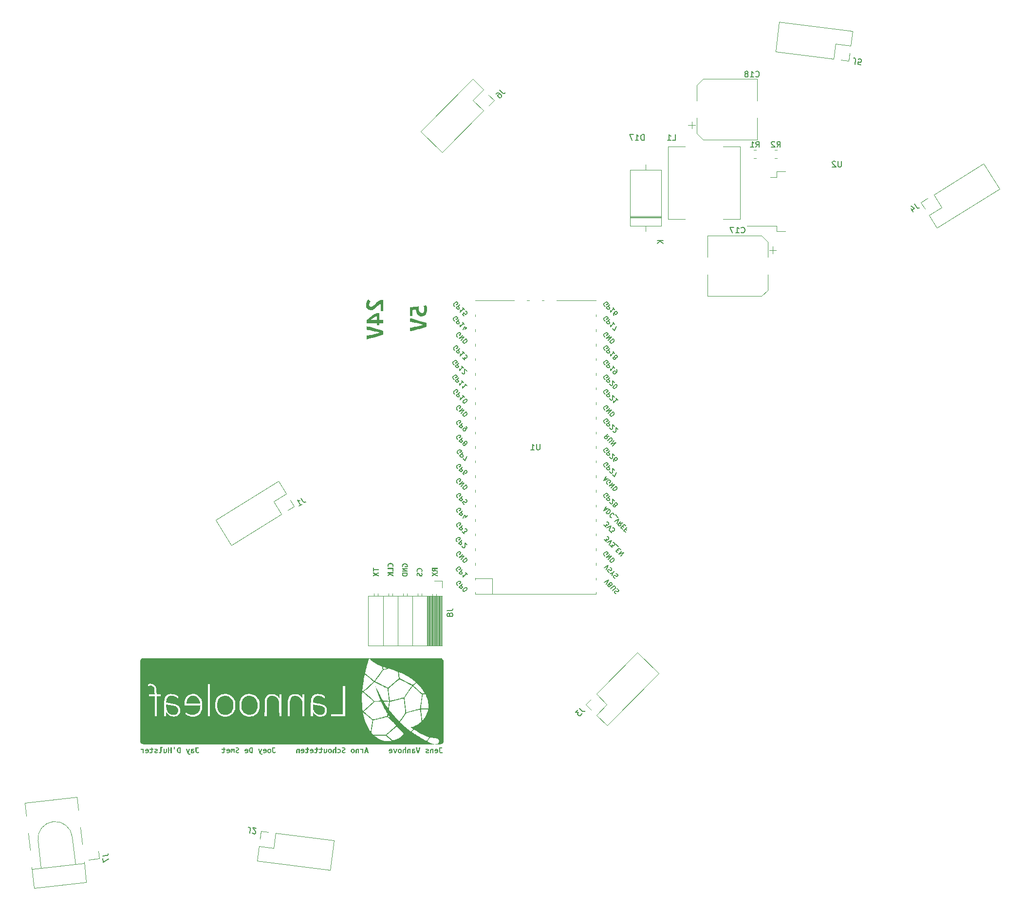
<source format=gbr>
%TF.GenerationSoftware,KiCad,Pcbnew,(6.0.1)*%
%TF.CreationDate,2022-03-18T19:46:04+01:00*%
%TF.ProjectId,pcb_v1,7063625f-7631-42e6-9b69-6361645f7063,v1*%
%TF.SameCoordinates,Original*%
%TF.FileFunction,Legend,Bot*%
%TF.FilePolarity,Positive*%
%FSLAX46Y46*%
G04 Gerber Fmt 4.6, Leading zero omitted, Abs format (unit mm)*
G04 Created by KiCad (PCBNEW (6.0.1)) date 2022-03-18 19:46:04*
%MOMM*%
%LPD*%
G01*
G04 APERTURE LIST*
%ADD10C,0.150000*%
%ADD11C,0.120000*%
G04 APERTURE END LIST*
D10*
X142813096Y-125378781D02*
X142732284Y-125351844D01*
X142651471Y-125271032D01*
X142597597Y-125163282D01*
X142597597Y-125055532D01*
X142624534Y-124974720D01*
X142705346Y-124840033D01*
X142786158Y-124759221D01*
X142920845Y-124678409D01*
X143001658Y-124651471D01*
X143109407Y-124651471D01*
X143217157Y-124705346D01*
X143271032Y-124759221D01*
X143324906Y-124866971D01*
X143324906Y-124920845D01*
X143136345Y-125109407D01*
X143028595Y-125001658D01*
X143621218Y-125109407D02*
X143055532Y-125675093D01*
X143271032Y-125890592D01*
X143351844Y-125917529D01*
X143405719Y-125917529D01*
X143486531Y-125890592D01*
X143567343Y-125809780D01*
X143594280Y-125728967D01*
X143594280Y-125675093D01*
X143567343Y-125594280D01*
X143351844Y-125378781D01*
X144483215Y-125971404D02*
X144159966Y-125648155D01*
X144321590Y-125809780D02*
X143755905Y-126375465D01*
X143782842Y-126240778D01*
X143782842Y-126133028D01*
X143755905Y-126052216D01*
%TO.C,R1*%
X194676666Y-51672380D02*
X195010000Y-51196190D01*
X195248095Y-51672380D02*
X195248095Y-50672380D01*
X194867142Y-50672380D01*
X194771904Y-50720000D01*
X194724285Y-50767619D01*
X194676666Y-50862857D01*
X194676666Y-51005714D01*
X194724285Y-51100952D01*
X194771904Y-51148571D01*
X194867142Y-51196190D01*
X195248095Y-51196190D01*
X193724285Y-51672380D02*
X194295714Y-51672380D01*
X194010000Y-51672380D02*
X194010000Y-50672380D01*
X194105238Y-50815238D01*
X194200476Y-50910476D01*
X194295714Y-50958095D01*
%TO.C,J8*%
X140972380Y-132266666D02*
X141686666Y-132266666D01*
X141829523Y-132219047D01*
X141924761Y-132123809D01*
X141972380Y-131980952D01*
X141972380Y-131885714D01*
X141400952Y-132885714D02*
X141353333Y-132790476D01*
X141305714Y-132742857D01*
X141210476Y-132695238D01*
X141162857Y-132695238D01*
X141067619Y-132742857D01*
X141020000Y-132790476D01*
X140972380Y-132885714D01*
X140972380Y-133076190D01*
X141020000Y-133171428D01*
X141067619Y-133219047D01*
X141162857Y-133266666D01*
X141210476Y-133266666D01*
X141305714Y-133219047D01*
X141353333Y-133171428D01*
X141400952Y-133076190D01*
X141400952Y-132885714D01*
X141448571Y-132790476D01*
X141496190Y-132742857D01*
X141591428Y-132695238D01*
X141781904Y-132695238D01*
X141877142Y-132742857D01*
X141924761Y-132790476D01*
X141972380Y-132885714D01*
X141972380Y-133076190D01*
X141924761Y-133171428D01*
X141877142Y-133219047D01*
X141781904Y-133266666D01*
X141591428Y-133266666D01*
X141496190Y-133219047D01*
X141448571Y-133171428D01*
X141400952Y-133076190D01*
%TO.C,C17*%
X192125357Y-66467142D02*
X192172976Y-66514761D01*
X192315833Y-66562380D01*
X192411071Y-66562380D01*
X192553928Y-66514761D01*
X192649166Y-66419523D01*
X192696785Y-66324285D01*
X192744404Y-66133809D01*
X192744404Y-65990952D01*
X192696785Y-65800476D01*
X192649166Y-65705238D01*
X192553928Y-65610000D01*
X192411071Y-65562380D01*
X192315833Y-65562380D01*
X192172976Y-65610000D01*
X192125357Y-65657619D01*
X191172976Y-66562380D02*
X191744404Y-66562380D01*
X191458690Y-66562380D02*
X191458690Y-65562380D01*
X191553928Y-65705238D01*
X191649166Y-65800476D01*
X191744404Y-65848095D01*
X190839642Y-65562380D02*
X190172976Y-65562380D01*
X190601547Y-66562380D01*
%TO.C,J7*%
X81089109Y-174938772D02*
X81799082Y-174860390D01*
X81935851Y-174797382D01*
X82020063Y-174692268D01*
X82051718Y-174545049D01*
X82041267Y-174450386D01*
X81130913Y-175317424D02*
X81204069Y-175980064D01*
X82151001Y-175444347D01*
%TO.C,R2*%
X198326666Y-51662380D02*
X198660000Y-51186190D01*
X198898095Y-51662380D02*
X198898095Y-50662380D01*
X198517142Y-50662380D01*
X198421904Y-50710000D01*
X198374285Y-50757619D01*
X198326666Y-50852857D01*
X198326666Y-50995714D01*
X198374285Y-51090952D01*
X198421904Y-51138571D01*
X198517142Y-51186190D01*
X198898095Y-51186190D01*
X197945714Y-50757619D02*
X197898095Y-50710000D01*
X197802857Y-50662380D01*
X197564761Y-50662380D01*
X197469523Y-50710000D01*
X197421904Y-50757619D01*
X197374285Y-50852857D01*
X197374285Y-50948095D01*
X197421904Y-51090952D01*
X197993333Y-51662380D01*
X197374285Y-51662380D01*
%TO.C,J2*%
X106684246Y-170955871D02*
X106773769Y-170247217D01*
X106744431Y-170099518D01*
X106661880Y-169993095D01*
X106526118Y-169927946D01*
X106431631Y-169916010D01*
X107121374Y-170915098D02*
X107162650Y-170968310D01*
X107251168Y-171027490D01*
X107487386Y-171057331D01*
X107587842Y-171022024D01*
X107641053Y-170980749D01*
X107700233Y-170892230D01*
X107712170Y-170797743D01*
X107682831Y-170650044D01*
X107187527Y-170011502D01*
X107801694Y-170089089D01*
%TO.C,J1*%
X115565575Y-112671409D02*
X115941972Y-113278475D01*
X116057723Y-113374795D01*
X116188851Y-113405551D01*
X116335357Y-113370743D01*
X116416299Y-113320557D01*
X115242638Y-114048258D02*
X115728291Y-113747140D01*
X115485465Y-113897699D02*
X114958509Y-113047806D01*
X115114730Y-113119033D01*
X115245859Y-113149789D01*
X115351894Y-113140074D01*
%TO.C,C18*%
X194642857Y-39357142D02*
X194690476Y-39404761D01*
X194833333Y-39452380D01*
X194928571Y-39452380D01*
X195071428Y-39404761D01*
X195166666Y-39309523D01*
X195214285Y-39214285D01*
X195261904Y-39023809D01*
X195261904Y-38880952D01*
X195214285Y-38690476D01*
X195166666Y-38595238D01*
X195071428Y-38500000D01*
X194928571Y-38452380D01*
X194833333Y-38452380D01*
X194690476Y-38500000D01*
X194642857Y-38547619D01*
X193690476Y-39452380D02*
X194261904Y-39452380D01*
X193976190Y-39452380D02*
X193976190Y-38452380D01*
X194071428Y-38595238D01*
X194166666Y-38690476D01*
X194261904Y-38738095D01*
X193119047Y-38880952D02*
X193214285Y-38833333D01*
X193261904Y-38785714D01*
X193309523Y-38690476D01*
X193309523Y-38642857D01*
X193261904Y-38547619D01*
X193214285Y-38500000D01*
X193119047Y-38452380D01*
X192928571Y-38452380D01*
X192833333Y-38500000D01*
X192785714Y-38547619D01*
X192738095Y-38642857D01*
X192738095Y-38690476D01*
X192785714Y-38785714D01*
X192833333Y-38833333D01*
X192928571Y-38880952D01*
X193119047Y-38880952D01*
X193214285Y-38928571D01*
X193261904Y-38976190D01*
X193309523Y-39071428D01*
X193309523Y-39261904D01*
X193261904Y-39357142D01*
X193214285Y-39404761D01*
X193119047Y-39452380D01*
X192928571Y-39452380D01*
X192833333Y-39404761D01*
X192785714Y-39357142D01*
X192738095Y-39261904D01*
X192738095Y-39071428D01*
X192785714Y-38976190D01*
X192833333Y-38928571D01*
X192928571Y-38880952D01*
%TO.C,L1*%
X180166666Y-50452380D02*
X180642857Y-50452380D01*
X180642857Y-49452380D01*
X179309523Y-50452380D02*
X179880952Y-50452380D01*
X179595238Y-50452380D02*
X179595238Y-49452380D01*
X179690476Y-49595238D01*
X179785714Y-49690476D01*
X179880952Y-49738095D01*
%TO.C,J5*%
X211947073Y-37207174D02*
X212036596Y-36498520D01*
X212007258Y-36350821D01*
X211924707Y-36244398D01*
X211788945Y-36179249D01*
X211694458Y-36167313D01*
X212891944Y-37326539D02*
X212419508Y-37266856D01*
X212431947Y-36788452D01*
X212473223Y-36841664D01*
X212561741Y-36900844D01*
X212797959Y-36930685D01*
X212898415Y-36895378D01*
X212951626Y-36854103D01*
X213010806Y-36765584D01*
X213040648Y-36529366D01*
X213005341Y-36428911D01*
X212964065Y-36375699D01*
X212875546Y-36316519D01*
X212639329Y-36286678D01*
X212538873Y-36321985D01*
X212485661Y-36363260D01*
%TO.C,U2*%
X209531904Y-54082380D02*
X209531904Y-54891904D01*
X209484285Y-54987142D01*
X209436666Y-55034761D01*
X209341428Y-55082380D01*
X209150952Y-55082380D01*
X209055714Y-55034761D01*
X209008095Y-54987142D01*
X208960476Y-54891904D01*
X208960476Y-54082380D01*
X208531904Y-54177619D02*
X208484285Y-54130000D01*
X208389047Y-54082380D01*
X208150952Y-54082380D01*
X208055714Y-54130000D01*
X208008095Y-54177619D01*
X207960476Y-54272857D01*
X207960476Y-54368095D01*
X208008095Y-54510952D01*
X208579523Y-55082380D01*
X207960476Y-55082380D01*
%TO.C,D17*%
X175214285Y-50452380D02*
X175214285Y-49452380D01*
X174976190Y-49452380D01*
X174833333Y-49500000D01*
X174738095Y-49595238D01*
X174690476Y-49690476D01*
X174642857Y-49880952D01*
X174642857Y-50023809D01*
X174690476Y-50214285D01*
X174738095Y-50309523D01*
X174833333Y-50404761D01*
X174976190Y-50452380D01*
X175214285Y-50452380D01*
X173690476Y-50452380D02*
X174261904Y-50452380D01*
X173976190Y-50452380D02*
X173976190Y-49452380D01*
X174071428Y-49595238D01*
X174166666Y-49690476D01*
X174261904Y-49738095D01*
X173357142Y-49452380D02*
X172690476Y-49452380D01*
X173119047Y-50452380D01*
X178547380Y-67848095D02*
X177547380Y-67848095D01*
X178547380Y-68419523D02*
X177975952Y-67990952D01*
X177547380Y-68419523D02*
X178118809Y-67848095D01*
%TO.C,J6*%
X150137897Y-41744114D02*
X150645611Y-42246539D01*
X150780649Y-42313176D01*
X150915334Y-42312471D01*
X151049666Y-42244423D01*
X151116656Y-42176728D01*
X149501492Y-42387218D02*
X149635472Y-42251828D01*
X149736310Y-42217628D01*
X149803652Y-42217275D01*
X149972185Y-42250065D01*
X150141071Y-42350197D01*
X150411851Y-42618157D01*
X150446051Y-42718995D01*
X150446404Y-42786337D01*
X150413262Y-42887527D01*
X150279282Y-43022918D01*
X150178444Y-43057118D01*
X150111102Y-43057471D01*
X150009911Y-43024328D01*
X149840673Y-42856853D01*
X149806473Y-42756016D01*
X149806121Y-42688673D01*
X149839263Y-42587483D01*
X149973243Y-42452093D01*
X150074081Y-42417892D01*
X150141423Y-42417540D01*
X150242613Y-42450682D01*
%TO.C,U1*%
X157111904Y-103287380D02*
X157111904Y-104096904D01*
X157064285Y-104192142D01*
X157016666Y-104239761D01*
X156921428Y-104287380D01*
X156730952Y-104287380D01*
X156635714Y-104239761D01*
X156588095Y-104192142D01*
X156540476Y-104096904D01*
X156540476Y-103287380D01*
X155540476Y-104287380D02*
X156111904Y-104287380D01*
X155826190Y-104287380D02*
X155826190Y-103287380D01*
X155921428Y-103430238D01*
X156016666Y-103525476D01*
X156111904Y-103573095D01*
X168447722Y-94544407D02*
X168366910Y-94517470D01*
X168286097Y-94436658D01*
X168232223Y-94328908D01*
X168232223Y-94221158D01*
X168259160Y-94140346D01*
X168339972Y-94005659D01*
X168420784Y-93924847D01*
X168555471Y-93844035D01*
X168636284Y-93817097D01*
X168744033Y-93817097D01*
X168851783Y-93870972D01*
X168905658Y-93924847D01*
X168959532Y-94032597D01*
X168959532Y-94086471D01*
X168770971Y-94275033D01*
X168663221Y-94167284D01*
X169255844Y-94275033D02*
X168690158Y-94840719D01*
X168905658Y-95056218D01*
X168986470Y-95083155D01*
X169040345Y-95083155D01*
X169121157Y-95056218D01*
X169201969Y-94975406D01*
X169228906Y-94894593D01*
X169228906Y-94840719D01*
X169201969Y-94759906D01*
X168986470Y-94544407D01*
X169282781Y-95325592D02*
X169282781Y-95379467D01*
X169309719Y-95460279D01*
X169444406Y-95594966D01*
X169525218Y-95621903D01*
X169579093Y-95621903D01*
X169659905Y-95594966D01*
X169713780Y-95541091D01*
X169767654Y-95433341D01*
X169767654Y-94786844D01*
X170117841Y-95137030D01*
X170656589Y-95675778D02*
X170333340Y-95352529D01*
X170494964Y-95514154D02*
X169929279Y-96079839D01*
X169956216Y-95945152D01*
X169956216Y-95837402D01*
X169929279Y-95756590D01*
X168447722Y-107244407D02*
X168366910Y-107217470D01*
X168286097Y-107136658D01*
X168232223Y-107028908D01*
X168232223Y-106921158D01*
X168259160Y-106840346D01*
X168339972Y-106705659D01*
X168420784Y-106624847D01*
X168555471Y-106544035D01*
X168636284Y-106517097D01*
X168744033Y-106517097D01*
X168851783Y-106570972D01*
X168905658Y-106624847D01*
X168959532Y-106732597D01*
X168959532Y-106786471D01*
X168770971Y-106975033D01*
X168663221Y-106867284D01*
X169255844Y-106975033D02*
X168690158Y-107540719D01*
X168905658Y-107756218D01*
X168986470Y-107783155D01*
X169040345Y-107783155D01*
X169121157Y-107756218D01*
X169201969Y-107675406D01*
X169228906Y-107594593D01*
X169228906Y-107540719D01*
X169201969Y-107459906D01*
X168986470Y-107244407D01*
X169282781Y-108025592D02*
X169282781Y-108079467D01*
X169309719Y-108160279D01*
X169444406Y-108294966D01*
X169525218Y-108321903D01*
X169579093Y-108321903D01*
X169659905Y-108294966D01*
X169713780Y-108241091D01*
X169767654Y-108133341D01*
X169767654Y-107486844D01*
X170117841Y-107837030D01*
X169740717Y-108591277D02*
X170117841Y-108968401D01*
X170441089Y-108160279D01*
X168501597Y-109094035D02*
X168770971Y-109363409D01*
X168609346Y-108878536D02*
X168232223Y-109632783D01*
X168986470Y-109255659D01*
X168932595Y-110279280D02*
X168851783Y-110252343D01*
X168770971Y-110171531D01*
X168717096Y-110063781D01*
X168717096Y-109956032D01*
X168744033Y-109875219D01*
X168824845Y-109740532D01*
X168905658Y-109659720D01*
X169040345Y-109578908D01*
X169121157Y-109551971D01*
X169228906Y-109551971D01*
X169336656Y-109605845D01*
X169390531Y-109659720D01*
X169444406Y-109767470D01*
X169444406Y-109821345D01*
X169255844Y-110009906D01*
X169148094Y-109902157D01*
X169740717Y-110009906D02*
X169175032Y-110575592D01*
X170063966Y-110333155D01*
X169498280Y-110898841D01*
X170333340Y-110602529D02*
X169767654Y-111168215D01*
X169902341Y-111302902D01*
X170010091Y-111356776D01*
X170117841Y-111356776D01*
X170198653Y-111329839D01*
X170333340Y-111249027D01*
X170414152Y-111168215D01*
X170494964Y-111033528D01*
X170521902Y-110952715D01*
X170521902Y-110844966D01*
X170468027Y-110737216D01*
X170333340Y-110602529D01*
X142339722Y-86934407D02*
X142258910Y-86907470D01*
X142178097Y-86826658D01*
X142124223Y-86718908D01*
X142124223Y-86611158D01*
X142151160Y-86530346D01*
X142231972Y-86395659D01*
X142312784Y-86314847D01*
X142447471Y-86234035D01*
X142528284Y-86207097D01*
X142636033Y-86207097D01*
X142743783Y-86260972D01*
X142797658Y-86314847D01*
X142851532Y-86422597D01*
X142851532Y-86476471D01*
X142662971Y-86665033D01*
X142555221Y-86557284D01*
X143147844Y-86665033D02*
X142582158Y-87230719D01*
X142797658Y-87446218D01*
X142878470Y-87473155D01*
X142932345Y-87473155D01*
X143013157Y-87446218D01*
X143093969Y-87365406D01*
X143120906Y-87284593D01*
X143120906Y-87230719D01*
X143093969Y-87149906D01*
X142878470Y-86934407D01*
X144009841Y-87527030D02*
X143686592Y-87203781D01*
X143848216Y-87365406D02*
X143282531Y-87931091D01*
X143309468Y-87796404D01*
X143309468Y-87688654D01*
X143282531Y-87607842D01*
X143632717Y-88281277D02*
X143982903Y-88631463D01*
X144009841Y-88227402D01*
X144090653Y-88308215D01*
X144171465Y-88335152D01*
X144225340Y-88335152D01*
X144306152Y-88308215D01*
X144440839Y-88173528D01*
X144467776Y-88092715D01*
X144467776Y-88038841D01*
X144440839Y-87958028D01*
X144279215Y-87796404D01*
X144198402Y-87769467D01*
X144144528Y-87769467D01*
X142293722Y-81854407D02*
X142212910Y-81827470D01*
X142132097Y-81746658D01*
X142078223Y-81638908D01*
X142078223Y-81531158D01*
X142105160Y-81450346D01*
X142185972Y-81315659D01*
X142266784Y-81234847D01*
X142401471Y-81154035D01*
X142482284Y-81127097D01*
X142590033Y-81127097D01*
X142697783Y-81180972D01*
X142751658Y-81234847D01*
X142805532Y-81342597D01*
X142805532Y-81396471D01*
X142616971Y-81585033D01*
X142509221Y-81477284D01*
X143101844Y-81585033D02*
X142536158Y-82150719D01*
X142751658Y-82366218D01*
X142832470Y-82393155D01*
X142886345Y-82393155D01*
X142967157Y-82366218D01*
X143047969Y-82285406D01*
X143074906Y-82204593D01*
X143074906Y-82150719D01*
X143047969Y-82069906D01*
X142832470Y-81854407D01*
X143963841Y-82447030D02*
X143640592Y-82123781D01*
X143802216Y-82285406D02*
X143236531Y-82851091D01*
X143263468Y-82716404D01*
X143263468Y-82608654D01*
X143236531Y-82527842D01*
X144071590Y-83309027D02*
X144448714Y-82931903D01*
X143721404Y-83389839D02*
X143990778Y-82851091D01*
X144340964Y-83201277D01*
X142836158Y-84636844D02*
X142755346Y-84609906D01*
X142674534Y-84529094D01*
X142620659Y-84421345D01*
X142620659Y-84313595D01*
X142647597Y-84232783D01*
X142728409Y-84098096D01*
X142809221Y-84017284D01*
X142943908Y-83936471D01*
X143024720Y-83909534D01*
X143132470Y-83909534D01*
X143240219Y-83963409D01*
X143294094Y-84017284D01*
X143347969Y-84125033D01*
X143347969Y-84178908D01*
X143159407Y-84367470D01*
X143051658Y-84259720D01*
X143644280Y-84367470D02*
X143078595Y-84933155D01*
X143967529Y-84690719D01*
X143401844Y-85256404D01*
X144236903Y-84960093D02*
X143671218Y-85525778D01*
X143805905Y-85660465D01*
X143913654Y-85714340D01*
X144021404Y-85714340D01*
X144102216Y-85687402D01*
X144236903Y-85606590D01*
X144317715Y-85525778D01*
X144398528Y-85391091D01*
X144425465Y-85310279D01*
X144425465Y-85202529D01*
X144371590Y-85094780D01*
X144236903Y-84960093D01*
X142863096Y-102443781D02*
X142782284Y-102416844D01*
X142701471Y-102336032D01*
X142647597Y-102228282D01*
X142647597Y-102120532D01*
X142674534Y-102039720D01*
X142755346Y-101905033D01*
X142836158Y-101824221D01*
X142970845Y-101743409D01*
X143051658Y-101716471D01*
X143159407Y-101716471D01*
X143267157Y-101770346D01*
X143321032Y-101824221D01*
X143374906Y-101931971D01*
X143374906Y-101985845D01*
X143186345Y-102174407D01*
X143078595Y-102066658D01*
X143671218Y-102174407D02*
X143105532Y-102740093D01*
X143321032Y-102955592D01*
X143401844Y-102982529D01*
X143455719Y-102982529D01*
X143536531Y-102955592D01*
X143617343Y-102874780D01*
X143644280Y-102793967D01*
X143644280Y-102740093D01*
X143617343Y-102659280D01*
X143401844Y-102443781D01*
X143994467Y-103144154D02*
X143913654Y-103117216D01*
X143859780Y-103117216D01*
X143778967Y-103144154D01*
X143752030Y-103171091D01*
X143725093Y-103251903D01*
X143725093Y-103305778D01*
X143752030Y-103386590D01*
X143859780Y-103494340D01*
X143940592Y-103521277D01*
X143994467Y-103521277D01*
X144075279Y-103494340D01*
X144102216Y-103467402D01*
X144129154Y-103386590D01*
X144129154Y-103332715D01*
X144102216Y-103251903D01*
X143994467Y-103144154D01*
X143967529Y-103063341D01*
X143967529Y-103009467D01*
X143994467Y-102928654D01*
X144102216Y-102820905D01*
X144183028Y-102793967D01*
X144236903Y-102793967D01*
X144317715Y-102820905D01*
X144425465Y-102928654D01*
X144452402Y-103009467D01*
X144452402Y-103063341D01*
X144425465Y-103144154D01*
X144317715Y-103251903D01*
X144236903Y-103278841D01*
X144183028Y-103278841D01*
X144102216Y-103251903D01*
X142863096Y-112603781D02*
X142782284Y-112576844D01*
X142701471Y-112496032D01*
X142647597Y-112388282D01*
X142647597Y-112280532D01*
X142674534Y-112199720D01*
X142755346Y-112065033D01*
X142836158Y-111984221D01*
X142970845Y-111903409D01*
X143051658Y-111876471D01*
X143159407Y-111876471D01*
X143267157Y-111930346D01*
X143321032Y-111984221D01*
X143374906Y-112091971D01*
X143374906Y-112145845D01*
X143186345Y-112334407D01*
X143078595Y-112226658D01*
X143671218Y-112334407D02*
X143105532Y-112900093D01*
X143321032Y-113115592D01*
X143401844Y-113142529D01*
X143455719Y-113142529D01*
X143536531Y-113115592D01*
X143617343Y-113034780D01*
X143644280Y-112953967D01*
X143644280Y-112900093D01*
X143617343Y-112819280D01*
X143401844Y-112603781D01*
X143940592Y-113735152D02*
X143671218Y-113465778D01*
X143913654Y-113169467D01*
X143913654Y-113223341D01*
X143940592Y-113304154D01*
X144075279Y-113438841D01*
X144156091Y-113465778D01*
X144209966Y-113465778D01*
X144290778Y-113438841D01*
X144425465Y-113304154D01*
X144452402Y-113223341D01*
X144452402Y-113169467D01*
X144425465Y-113088654D01*
X144290778Y-112953967D01*
X144209966Y-112927030D01*
X144156091Y-112927030D01*
X168447722Y-104714407D02*
X168366910Y-104687470D01*
X168286097Y-104606658D01*
X168232223Y-104498908D01*
X168232223Y-104391158D01*
X168259160Y-104310346D01*
X168339972Y-104175659D01*
X168420784Y-104094847D01*
X168555471Y-104014035D01*
X168636284Y-103987097D01*
X168744033Y-103987097D01*
X168851783Y-104040972D01*
X168905658Y-104094847D01*
X168959532Y-104202597D01*
X168959532Y-104256471D01*
X168770971Y-104445033D01*
X168663221Y-104337284D01*
X169255844Y-104445033D02*
X168690158Y-105010719D01*
X168905658Y-105226218D01*
X168986470Y-105253155D01*
X169040345Y-105253155D01*
X169121157Y-105226218D01*
X169201969Y-105145406D01*
X169228906Y-105064593D01*
X169228906Y-105010719D01*
X169201969Y-104929906D01*
X168986470Y-104714407D01*
X169282781Y-105495592D02*
X169282781Y-105549467D01*
X169309719Y-105630279D01*
X169444406Y-105764966D01*
X169525218Y-105791903D01*
X169579093Y-105791903D01*
X169659905Y-105764966D01*
X169713780Y-105711091D01*
X169767654Y-105603341D01*
X169767654Y-104956844D01*
X170117841Y-105307030D01*
X170037028Y-106357589D02*
X169929279Y-106249839D01*
X169902341Y-106169027D01*
X169902341Y-106115152D01*
X169929279Y-105980465D01*
X170010091Y-105845778D01*
X170225590Y-105630279D01*
X170306402Y-105603341D01*
X170360277Y-105603341D01*
X170441089Y-105630279D01*
X170548839Y-105738028D01*
X170575776Y-105818841D01*
X170575776Y-105872715D01*
X170548839Y-105953528D01*
X170414152Y-106088215D01*
X170333340Y-106115152D01*
X170279465Y-106115152D01*
X170198653Y-106088215D01*
X170090903Y-105980465D01*
X170063966Y-105899653D01*
X170063966Y-105845778D01*
X170090903Y-105764966D01*
X142193722Y-92014407D02*
X142112910Y-91987470D01*
X142032097Y-91906658D01*
X141978223Y-91798908D01*
X141978223Y-91691158D01*
X142005160Y-91610346D01*
X142085972Y-91475659D01*
X142166784Y-91394847D01*
X142301471Y-91314035D01*
X142382284Y-91287097D01*
X142490033Y-91287097D01*
X142597783Y-91340972D01*
X142651658Y-91394847D01*
X142705532Y-91502597D01*
X142705532Y-91556471D01*
X142516971Y-91745033D01*
X142409221Y-91637284D01*
X143001844Y-91745033D02*
X142436158Y-92310719D01*
X142651658Y-92526218D01*
X142732470Y-92553155D01*
X142786345Y-92553155D01*
X142867157Y-92526218D01*
X142947969Y-92445406D01*
X142974906Y-92364593D01*
X142974906Y-92310719D01*
X142947969Y-92229906D01*
X142732470Y-92014407D01*
X143863841Y-92607030D02*
X143540592Y-92283781D01*
X143702216Y-92445406D02*
X143136531Y-93011091D01*
X143163468Y-92876404D01*
X143163468Y-92768654D01*
X143136531Y-92687842D01*
X144402589Y-93145778D02*
X144079340Y-92822529D01*
X144240964Y-92984154D02*
X143675279Y-93549839D01*
X143702216Y-93415152D01*
X143702216Y-93307402D01*
X143675279Y-93226590D01*
X142193722Y-89474407D02*
X142112910Y-89447470D01*
X142032097Y-89366658D01*
X141978223Y-89258908D01*
X141978223Y-89151158D01*
X142005160Y-89070346D01*
X142085972Y-88935659D01*
X142166784Y-88854847D01*
X142301471Y-88774035D01*
X142382284Y-88747097D01*
X142490033Y-88747097D01*
X142597783Y-88800972D01*
X142651658Y-88854847D01*
X142705532Y-88962597D01*
X142705532Y-89016471D01*
X142516971Y-89205033D01*
X142409221Y-89097284D01*
X143001844Y-89205033D02*
X142436158Y-89770719D01*
X142651658Y-89986218D01*
X142732470Y-90013155D01*
X142786345Y-90013155D01*
X142867157Y-89986218D01*
X142947969Y-89905406D01*
X142974906Y-89824593D01*
X142974906Y-89770719D01*
X142947969Y-89689906D01*
X142732470Y-89474407D01*
X143863841Y-90067030D02*
X143540592Y-89743781D01*
X143702216Y-89905406D02*
X143136531Y-90471091D01*
X143163468Y-90336404D01*
X143163468Y-90228654D01*
X143136531Y-90147842D01*
X143567529Y-90794340D02*
X143567529Y-90848215D01*
X143594467Y-90929027D01*
X143729154Y-91063714D01*
X143809966Y-91090651D01*
X143863841Y-91090651D01*
X143944653Y-91063714D01*
X143998528Y-91009839D01*
X144052402Y-90902089D01*
X144052402Y-90255592D01*
X144402589Y-90605778D01*
X168447722Y-89474407D02*
X168366910Y-89447470D01*
X168286097Y-89366658D01*
X168232223Y-89258908D01*
X168232223Y-89151158D01*
X168259160Y-89070346D01*
X168339972Y-88935659D01*
X168420784Y-88854847D01*
X168555471Y-88774035D01*
X168636284Y-88747097D01*
X168744033Y-88747097D01*
X168851783Y-88800972D01*
X168905658Y-88854847D01*
X168959532Y-88962597D01*
X168959532Y-89016471D01*
X168770971Y-89205033D01*
X168663221Y-89097284D01*
X169255844Y-89205033D02*
X168690158Y-89770719D01*
X168905658Y-89986218D01*
X168986470Y-90013155D01*
X169040345Y-90013155D01*
X169121157Y-89986218D01*
X169201969Y-89905406D01*
X169228906Y-89824593D01*
X169228906Y-89770719D01*
X169201969Y-89689906D01*
X168986470Y-89474407D01*
X170117841Y-90067030D02*
X169794592Y-89743781D01*
X169956216Y-89905406D02*
X169390531Y-90471091D01*
X169417468Y-90336404D01*
X169417468Y-90228654D01*
X169390531Y-90147842D01*
X170387215Y-90336404D02*
X170494964Y-90444154D01*
X170521902Y-90524966D01*
X170521902Y-90578841D01*
X170494964Y-90713528D01*
X170414152Y-90848215D01*
X170198653Y-91063714D01*
X170117841Y-91090651D01*
X170063966Y-91090651D01*
X169983154Y-91063714D01*
X169875404Y-90955964D01*
X169848467Y-90875152D01*
X169848467Y-90821277D01*
X169875404Y-90740465D01*
X170010091Y-90605778D01*
X170090903Y-90578841D01*
X170144778Y-90578841D01*
X170225590Y-90605778D01*
X170333340Y-90713528D01*
X170360277Y-90794340D01*
X170360277Y-90848215D01*
X170333340Y-90929027D01*
X142339722Y-79314407D02*
X142258910Y-79287470D01*
X142178097Y-79206658D01*
X142124223Y-79098908D01*
X142124223Y-78991158D01*
X142151160Y-78910346D01*
X142231972Y-78775659D01*
X142312784Y-78694847D01*
X142447471Y-78614035D01*
X142528284Y-78587097D01*
X142636033Y-78587097D01*
X142743783Y-78640972D01*
X142797658Y-78694847D01*
X142851532Y-78802597D01*
X142851532Y-78856471D01*
X142662971Y-79045033D01*
X142555221Y-78937284D01*
X143147844Y-79045033D02*
X142582158Y-79610719D01*
X142797658Y-79826218D01*
X142878470Y-79853155D01*
X142932345Y-79853155D01*
X143013157Y-79826218D01*
X143093969Y-79745406D01*
X143120906Y-79664593D01*
X143120906Y-79610719D01*
X143093969Y-79529906D01*
X142878470Y-79314407D01*
X144009841Y-79907030D02*
X143686592Y-79583781D01*
X143848216Y-79745406D02*
X143282531Y-80311091D01*
X143309468Y-80176404D01*
X143309468Y-80068654D01*
X143282531Y-79987842D01*
X143955966Y-80984526D02*
X143686592Y-80715152D01*
X143929028Y-80418841D01*
X143929028Y-80472715D01*
X143955966Y-80553528D01*
X144090653Y-80688215D01*
X144171465Y-80715152D01*
X144225340Y-80715152D01*
X144306152Y-80688215D01*
X144440839Y-80553528D01*
X144467776Y-80472715D01*
X144467776Y-80418841D01*
X144440839Y-80338028D01*
X144306152Y-80203341D01*
X144225340Y-80176404D01*
X144171465Y-80176404D01*
X168447722Y-92014407D02*
X168366910Y-91987470D01*
X168286097Y-91906658D01*
X168232223Y-91798908D01*
X168232223Y-91691158D01*
X168259160Y-91610346D01*
X168339972Y-91475659D01*
X168420784Y-91394847D01*
X168555471Y-91314035D01*
X168636284Y-91287097D01*
X168744033Y-91287097D01*
X168851783Y-91340972D01*
X168905658Y-91394847D01*
X168959532Y-91502597D01*
X168959532Y-91556471D01*
X168770971Y-91745033D01*
X168663221Y-91637284D01*
X169255844Y-91745033D02*
X168690158Y-92310719D01*
X168905658Y-92526218D01*
X168986470Y-92553155D01*
X169040345Y-92553155D01*
X169121157Y-92526218D01*
X169201969Y-92445406D01*
X169228906Y-92364593D01*
X169228906Y-92310719D01*
X169201969Y-92229906D01*
X168986470Y-92014407D01*
X169282781Y-92795592D02*
X169282781Y-92849467D01*
X169309719Y-92930279D01*
X169444406Y-93064966D01*
X169525218Y-93091903D01*
X169579093Y-93091903D01*
X169659905Y-93064966D01*
X169713780Y-93011091D01*
X169767654Y-92903341D01*
X169767654Y-92256844D01*
X170117841Y-92607030D01*
X169902341Y-93522902D02*
X169956216Y-93576776D01*
X170037028Y-93603714D01*
X170090903Y-93603714D01*
X170171715Y-93576776D01*
X170306402Y-93495964D01*
X170441089Y-93361277D01*
X170521902Y-93226590D01*
X170548839Y-93145778D01*
X170548839Y-93091903D01*
X170521902Y-93011091D01*
X170468027Y-92957216D01*
X170387215Y-92930279D01*
X170333340Y-92930279D01*
X170252528Y-92957216D01*
X170117841Y-93038028D01*
X169983154Y-93172715D01*
X169902341Y-93307402D01*
X169875404Y-93388215D01*
X169875404Y-93442089D01*
X169902341Y-93522902D01*
X168272131Y-119876691D02*
X168622317Y-120226877D01*
X168649255Y-119822816D01*
X168730067Y-119903629D01*
X168810879Y-119930566D01*
X168864754Y-119930566D01*
X168945566Y-119903629D01*
X169080253Y-119768942D01*
X169107190Y-119688129D01*
X169107190Y-119634255D01*
X169080253Y-119553442D01*
X168918629Y-119391818D01*
X168837816Y-119364881D01*
X168783942Y-119364881D01*
X168783942Y-120388502D02*
X169538189Y-120011378D01*
X169161065Y-120765625D01*
X169295752Y-120900312D02*
X169645938Y-121250499D01*
X169672876Y-120846438D01*
X169753688Y-120927250D01*
X169834500Y-120954187D01*
X169888375Y-120954187D01*
X169969187Y-120927250D01*
X170103874Y-120792563D01*
X170130812Y-120711751D01*
X170130812Y-120657876D01*
X170103874Y-120577064D01*
X169942250Y-120415439D01*
X169861438Y-120388502D01*
X169807563Y-120388502D01*
X170373248Y-120738688D02*
X170804247Y-121169687D01*
X170588748Y-121654560D02*
X170777309Y-121843122D01*
X171154433Y-121627622D02*
X170885059Y-121358248D01*
X170319374Y-121923934D01*
X170588748Y-122193308D01*
X171396870Y-121870059D02*
X170831184Y-122435744D01*
X171720118Y-122193308D01*
X171154433Y-122758993D01*
X168447722Y-79314407D02*
X168366910Y-79287470D01*
X168286097Y-79206658D01*
X168232223Y-79098908D01*
X168232223Y-78991158D01*
X168259160Y-78910346D01*
X168339972Y-78775659D01*
X168420784Y-78694847D01*
X168555471Y-78614035D01*
X168636284Y-78587097D01*
X168744033Y-78587097D01*
X168851783Y-78640972D01*
X168905658Y-78694847D01*
X168959532Y-78802597D01*
X168959532Y-78856471D01*
X168770971Y-79045033D01*
X168663221Y-78937284D01*
X169255844Y-79045033D02*
X168690158Y-79610719D01*
X168905658Y-79826218D01*
X168986470Y-79853155D01*
X169040345Y-79853155D01*
X169121157Y-79826218D01*
X169201969Y-79745406D01*
X169228906Y-79664593D01*
X169228906Y-79610719D01*
X169201969Y-79529906D01*
X168986470Y-79314407D01*
X170117841Y-79907030D02*
X169794592Y-79583781D01*
X169956216Y-79745406D02*
X169390531Y-80311091D01*
X169417468Y-80176404D01*
X169417468Y-80068654D01*
X169390531Y-79987842D01*
X170037028Y-80957589D02*
X169929279Y-80849839D01*
X169902341Y-80769027D01*
X169902341Y-80715152D01*
X169929279Y-80580465D01*
X170010091Y-80445778D01*
X170225590Y-80230279D01*
X170306402Y-80203341D01*
X170360277Y-80203341D01*
X170441089Y-80230279D01*
X170548839Y-80338028D01*
X170575776Y-80418841D01*
X170575776Y-80472715D01*
X170548839Y-80553528D01*
X170414152Y-80688215D01*
X170333340Y-80715152D01*
X170279465Y-80715152D01*
X170198653Y-80688215D01*
X170090903Y-80580465D01*
X170063966Y-80499653D01*
X170063966Y-80445778D01*
X170090903Y-80364966D01*
X142963096Y-105013781D02*
X142882284Y-104986844D01*
X142801471Y-104906032D01*
X142747597Y-104798282D01*
X142747597Y-104690532D01*
X142774534Y-104609720D01*
X142855346Y-104475033D01*
X142936158Y-104394221D01*
X143070845Y-104313409D01*
X143151658Y-104286471D01*
X143259407Y-104286471D01*
X143367157Y-104340346D01*
X143421032Y-104394221D01*
X143474906Y-104501971D01*
X143474906Y-104555845D01*
X143286345Y-104744407D01*
X143178595Y-104636658D01*
X143771218Y-104744407D02*
X143205532Y-105310093D01*
X143421032Y-105525592D01*
X143501844Y-105552529D01*
X143555719Y-105552529D01*
X143636531Y-105525592D01*
X143717343Y-105444780D01*
X143744280Y-105363967D01*
X143744280Y-105310093D01*
X143717343Y-105229280D01*
X143501844Y-105013781D01*
X143717343Y-105821903D02*
X144094467Y-106199027D01*
X144417715Y-105390905D01*
X168447722Y-81854407D02*
X168366910Y-81827470D01*
X168286097Y-81746658D01*
X168232223Y-81638908D01*
X168232223Y-81531158D01*
X168259160Y-81450346D01*
X168339972Y-81315659D01*
X168420784Y-81234847D01*
X168555471Y-81154035D01*
X168636284Y-81127097D01*
X168744033Y-81127097D01*
X168851783Y-81180972D01*
X168905658Y-81234847D01*
X168959532Y-81342597D01*
X168959532Y-81396471D01*
X168770971Y-81585033D01*
X168663221Y-81477284D01*
X169255844Y-81585033D02*
X168690158Y-82150719D01*
X168905658Y-82366218D01*
X168986470Y-82393155D01*
X169040345Y-82393155D01*
X169121157Y-82366218D01*
X169201969Y-82285406D01*
X169228906Y-82204593D01*
X169228906Y-82150719D01*
X169201969Y-82069906D01*
X168986470Y-81854407D01*
X170117841Y-82447030D02*
X169794592Y-82123781D01*
X169956216Y-82285406D02*
X169390531Y-82851091D01*
X169417468Y-82716404D01*
X169417468Y-82608654D01*
X169390531Y-82527842D01*
X169740717Y-83201277D02*
X170117841Y-83578401D01*
X170441089Y-82770279D01*
X168270473Y-124765033D02*
X169024720Y-124387910D01*
X168647597Y-125142157D01*
X169347969Y-124765033D02*
X169455719Y-124818908D01*
X169590406Y-124953595D01*
X169617343Y-125034407D01*
X169617343Y-125088282D01*
X169590406Y-125169094D01*
X169536531Y-125222969D01*
X169455719Y-125249906D01*
X169401844Y-125249906D01*
X169321032Y-125222969D01*
X169186345Y-125142157D01*
X169105532Y-125115219D01*
X169051658Y-125115219D01*
X168970845Y-125142157D01*
X168916971Y-125196032D01*
X168890033Y-125276844D01*
X168890033Y-125330719D01*
X168916971Y-125411531D01*
X169051658Y-125546218D01*
X169159407Y-125600093D01*
X169778967Y-125680905D02*
X170048341Y-125411531D01*
X169294094Y-125788654D02*
X169778967Y-125680905D01*
X169671218Y-126165778D01*
X170371590Y-125788654D02*
X170479340Y-125842529D01*
X170614027Y-125977216D01*
X170640964Y-126058028D01*
X170640964Y-126111903D01*
X170614027Y-126192715D01*
X170560152Y-126246590D01*
X170479340Y-126273528D01*
X170425465Y-126273528D01*
X170344653Y-126246590D01*
X170209966Y-126165778D01*
X170129154Y-126138841D01*
X170075279Y-126138841D01*
X169994467Y-126165778D01*
X169940592Y-126219653D01*
X169913654Y-126300465D01*
X169913654Y-126354340D01*
X169940592Y-126435152D01*
X170075279Y-126569839D01*
X170183028Y-126623714D01*
X168239847Y-117344407D02*
X168590033Y-117694593D01*
X168616971Y-117290532D01*
X168697783Y-117371345D01*
X168778595Y-117398282D01*
X168832470Y-117398282D01*
X168913282Y-117371345D01*
X169047969Y-117236658D01*
X169074906Y-117155845D01*
X169074906Y-117101971D01*
X169047969Y-117021158D01*
X168886345Y-116859534D01*
X168805532Y-116832597D01*
X168751658Y-116832597D01*
X168751658Y-117856218D02*
X169505905Y-117479094D01*
X169128781Y-118233341D01*
X169263468Y-118368028D02*
X169613654Y-118718215D01*
X169640592Y-118314154D01*
X169721404Y-118394966D01*
X169802216Y-118421903D01*
X169856091Y-118421903D01*
X169936903Y-118394966D01*
X170071590Y-118260279D01*
X170098528Y-118179467D01*
X170098528Y-118125592D01*
X170071590Y-118044780D01*
X169909966Y-117883155D01*
X169829154Y-117856218D01*
X169775279Y-117856218D01*
X168504788Y-114301226D02*
X168774162Y-114570600D01*
X168612537Y-114085727D02*
X168235414Y-114839974D01*
X168989661Y-114462850D01*
X169178223Y-114651412D02*
X168612537Y-115217097D01*
X168747224Y-115351784D01*
X168854974Y-115405659D01*
X168962723Y-115405659D01*
X169043536Y-115378722D01*
X169178223Y-115297910D01*
X169259035Y-115217097D01*
X169339847Y-115082410D01*
X169366784Y-115001598D01*
X169366784Y-114893849D01*
X169312910Y-114786099D01*
X169178223Y-114651412D01*
X170013282Y-115594221D02*
X170013282Y-115540346D01*
X169959407Y-115432597D01*
X169905532Y-115378722D01*
X169797783Y-115324847D01*
X169690033Y-115324847D01*
X169609221Y-115351784D01*
X169474534Y-115432597D01*
X169393722Y-115513409D01*
X169312910Y-115648096D01*
X169285972Y-115728908D01*
X169285972Y-115836658D01*
X169339847Y-115944407D01*
X169393722Y-115998282D01*
X169501471Y-116052157D01*
X169555346Y-116052157D01*
X170228781Y-115594221D02*
X170659780Y-116025219D01*
X170094094Y-116698654D02*
X170848341Y-116321531D01*
X170471218Y-117075778D01*
X171548714Y-117021903D02*
X171090778Y-117102715D01*
X171225465Y-116698654D02*
X170659780Y-117264340D01*
X170875279Y-117479839D01*
X170956091Y-117506776D01*
X171009966Y-117506776D01*
X171090778Y-117479839D01*
X171171590Y-117399027D01*
X171198528Y-117318215D01*
X171198528Y-117264340D01*
X171171590Y-117183528D01*
X170956091Y-116968028D01*
X171494839Y-117560651D02*
X171683401Y-117749213D01*
X172060524Y-117533714D02*
X171791150Y-117264340D01*
X171225465Y-117830025D01*
X171494839Y-118099399D01*
X172195211Y-118261024D02*
X172006650Y-118072462D01*
X172302961Y-117776150D02*
X171737276Y-118341836D01*
X172006650Y-118611210D01*
X142863096Y-117683781D02*
X142782284Y-117656844D01*
X142701471Y-117576032D01*
X142647597Y-117468282D01*
X142647597Y-117360532D01*
X142674534Y-117279720D01*
X142755346Y-117145033D01*
X142836158Y-117064221D01*
X142970845Y-116983409D01*
X143051658Y-116956471D01*
X143159407Y-116956471D01*
X143267157Y-117010346D01*
X143321032Y-117064221D01*
X143374906Y-117171971D01*
X143374906Y-117225845D01*
X143186345Y-117414407D01*
X143078595Y-117306658D01*
X143671218Y-117414407D02*
X143105532Y-117980093D01*
X143321032Y-118195592D01*
X143401844Y-118222529D01*
X143455719Y-118222529D01*
X143536531Y-118195592D01*
X143617343Y-118114780D01*
X143644280Y-118033967D01*
X143644280Y-117980093D01*
X143617343Y-117899280D01*
X143401844Y-117683781D01*
X143617343Y-118491903D02*
X143967529Y-118842089D01*
X143994467Y-118438028D01*
X144075279Y-118518841D01*
X144156091Y-118545778D01*
X144209966Y-118545778D01*
X144290778Y-118518841D01*
X144425465Y-118384154D01*
X144452402Y-118303341D01*
X144452402Y-118249467D01*
X144425465Y-118168654D01*
X144263841Y-118007030D01*
X144183028Y-117980093D01*
X144129154Y-117980093D01*
X142863096Y-99903781D02*
X142782284Y-99876844D01*
X142701471Y-99796032D01*
X142647597Y-99688282D01*
X142647597Y-99580532D01*
X142674534Y-99499720D01*
X142755346Y-99365033D01*
X142836158Y-99284221D01*
X142970845Y-99203409D01*
X143051658Y-99176471D01*
X143159407Y-99176471D01*
X143267157Y-99230346D01*
X143321032Y-99284221D01*
X143374906Y-99391971D01*
X143374906Y-99445845D01*
X143186345Y-99634407D01*
X143078595Y-99526658D01*
X143671218Y-99634407D02*
X143105532Y-100200093D01*
X143321032Y-100415592D01*
X143401844Y-100442529D01*
X143455719Y-100442529D01*
X143536531Y-100415592D01*
X143617343Y-100334780D01*
X143644280Y-100253967D01*
X143644280Y-100200093D01*
X143617343Y-100119280D01*
X143401844Y-99903781D01*
X144263841Y-100227030D02*
X144371590Y-100334780D01*
X144398528Y-100415592D01*
X144398528Y-100469467D01*
X144371590Y-100604154D01*
X144290778Y-100738841D01*
X144075279Y-100954340D01*
X143994467Y-100981277D01*
X143940592Y-100981277D01*
X143859780Y-100954340D01*
X143752030Y-100846590D01*
X143725093Y-100765778D01*
X143725093Y-100711903D01*
X143752030Y-100631091D01*
X143886717Y-100496404D01*
X143967529Y-100469467D01*
X144021404Y-100469467D01*
X144102216Y-100496404D01*
X144209966Y-100604154D01*
X144236903Y-100684966D01*
X144236903Y-100738841D01*
X144209966Y-100819653D01*
X142836158Y-97336844D02*
X142755346Y-97309906D01*
X142674534Y-97229094D01*
X142620659Y-97121345D01*
X142620659Y-97013595D01*
X142647597Y-96932783D01*
X142728409Y-96798096D01*
X142809221Y-96717284D01*
X142943908Y-96636471D01*
X143024720Y-96609534D01*
X143132470Y-96609534D01*
X143240219Y-96663409D01*
X143294094Y-96717284D01*
X143347969Y-96825033D01*
X143347969Y-96878908D01*
X143159407Y-97067470D01*
X143051658Y-96959720D01*
X143644280Y-97067470D02*
X143078595Y-97633155D01*
X143967529Y-97390719D01*
X143401844Y-97956404D01*
X144236903Y-97660093D02*
X143671218Y-98225778D01*
X143805905Y-98360465D01*
X143913654Y-98414340D01*
X144021404Y-98414340D01*
X144102216Y-98387402D01*
X144236903Y-98306590D01*
X144317715Y-98225778D01*
X144398528Y-98091091D01*
X144425465Y-98010279D01*
X144425465Y-97902529D01*
X144371590Y-97794780D01*
X144236903Y-97660093D01*
X142339722Y-94554407D02*
X142258910Y-94527470D01*
X142178097Y-94446658D01*
X142124223Y-94338908D01*
X142124223Y-94231158D01*
X142151160Y-94150346D01*
X142231972Y-94015659D01*
X142312784Y-93934847D01*
X142447471Y-93854035D01*
X142528284Y-93827097D01*
X142636033Y-93827097D01*
X142743783Y-93880972D01*
X142797658Y-93934847D01*
X142851532Y-94042597D01*
X142851532Y-94096471D01*
X142662971Y-94285033D01*
X142555221Y-94177284D01*
X143147844Y-94285033D02*
X142582158Y-94850719D01*
X142797658Y-95066218D01*
X142878470Y-95093155D01*
X142932345Y-95093155D01*
X143013157Y-95066218D01*
X143093969Y-94985406D01*
X143120906Y-94904593D01*
X143120906Y-94850719D01*
X143093969Y-94769906D01*
X142878470Y-94554407D01*
X144009841Y-95147030D02*
X143686592Y-94823781D01*
X143848216Y-94985406D02*
X143282531Y-95551091D01*
X143309468Y-95416404D01*
X143309468Y-95308654D01*
X143282531Y-95227842D01*
X143794341Y-96062902D02*
X143848216Y-96116776D01*
X143929028Y-96143714D01*
X143982903Y-96143714D01*
X144063715Y-96116776D01*
X144198402Y-96035964D01*
X144333089Y-95901277D01*
X144413902Y-95766590D01*
X144440839Y-95685778D01*
X144440839Y-95631903D01*
X144413902Y-95551091D01*
X144360027Y-95497216D01*
X144279215Y-95470279D01*
X144225340Y-95470279D01*
X144144528Y-95497216D01*
X144009841Y-95578028D01*
X143875154Y-95712715D01*
X143794341Y-95847402D01*
X143767404Y-95928215D01*
X143767404Y-95982089D01*
X143794341Y-96062902D01*
X142836158Y-110036844D02*
X142755346Y-110009906D01*
X142674534Y-109929094D01*
X142620659Y-109821345D01*
X142620659Y-109713595D01*
X142647597Y-109632783D01*
X142728409Y-109498096D01*
X142809221Y-109417284D01*
X142943908Y-109336471D01*
X143024720Y-109309534D01*
X143132470Y-109309534D01*
X143240219Y-109363409D01*
X143294094Y-109417284D01*
X143347969Y-109525033D01*
X143347969Y-109578908D01*
X143159407Y-109767470D01*
X143051658Y-109659720D01*
X143644280Y-109767470D02*
X143078595Y-110333155D01*
X143967529Y-110090719D01*
X143401844Y-110656404D01*
X144236903Y-110360093D02*
X143671218Y-110925778D01*
X143805905Y-111060465D01*
X143913654Y-111114340D01*
X144021404Y-111114340D01*
X144102216Y-111087402D01*
X144236903Y-111006590D01*
X144317715Y-110925778D01*
X144398528Y-110791091D01*
X144425465Y-110710279D01*
X144425465Y-110602529D01*
X144371590Y-110494780D01*
X144236903Y-110360093D01*
X142863096Y-107523781D02*
X142782284Y-107496844D01*
X142701471Y-107416032D01*
X142647597Y-107308282D01*
X142647597Y-107200532D01*
X142674534Y-107119720D01*
X142755346Y-106985033D01*
X142836158Y-106904221D01*
X142970845Y-106823409D01*
X143051658Y-106796471D01*
X143159407Y-106796471D01*
X143267157Y-106850346D01*
X143321032Y-106904221D01*
X143374906Y-107011971D01*
X143374906Y-107065845D01*
X143186345Y-107254407D01*
X143078595Y-107146658D01*
X143671218Y-107254407D02*
X143105532Y-107820093D01*
X143321032Y-108035592D01*
X143401844Y-108062529D01*
X143455719Y-108062529D01*
X143536531Y-108035592D01*
X143617343Y-107954780D01*
X143644280Y-107873967D01*
X143644280Y-107820093D01*
X143617343Y-107739280D01*
X143401844Y-107523781D01*
X143913654Y-108628215D02*
X143805905Y-108520465D01*
X143778967Y-108439653D01*
X143778967Y-108385778D01*
X143805905Y-108251091D01*
X143886717Y-108116404D01*
X144102216Y-107900905D01*
X144183028Y-107873967D01*
X144236903Y-107873967D01*
X144317715Y-107900905D01*
X144425465Y-108008654D01*
X144452402Y-108089467D01*
X144452402Y-108143341D01*
X144425465Y-108224154D01*
X144290778Y-108358841D01*
X144209966Y-108385778D01*
X144156091Y-108385778D01*
X144075279Y-108358841D01*
X143967529Y-108251091D01*
X143940592Y-108170279D01*
X143940592Y-108116404D01*
X143967529Y-108035592D01*
X168436158Y-97336844D02*
X168355346Y-97309906D01*
X168274534Y-97229094D01*
X168220659Y-97121345D01*
X168220659Y-97013595D01*
X168247597Y-96932783D01*
X168328409Y-96798096D01*
X168409221Y-96717284D01*
X168543908Y-96636471D01*
X168624720Y-96609534D01*
X168732470Y-96609534D01*
X168840219Y-96663409D01*
X168894094Y-96717284D01*
X168947969Y-96825033D01*
X168947969Y-96878908D01*
X168759407Y-97067470D01*
X168651658Y-96959720D01*
X169244280Y-97067470D02*
X168678595Y-97633155D01*
X169567529Y-97390719D01*
X169001844Y-97956404D01*
X169836903Y-97660093D02*
X169271218Y-98225778D01*
X169405905Y-98360465D01*
X169513654Y-98414340D01*
X169621404Y-98414340D01*
X169702216Y-98387402D01*
X169836903Y-98306590D01*
X169917715Y-98225778D01*
X169998528Y-98091091D01*
X170025465Y-98010279D01*
X170025465Y-97902529D01*
X169971590Y-97794780D01*
X169836903Y-97660093D01*
X168303129Y-127307690D02*
X169057377Y-126930566D01*
X168680253Y-127684813D01*
X169326751Y-127792563D02*
X169434500Y-127846438D01*
X169488375Y-127846438D01*
X169569187Y-127819500D01*
X169650000Y-127738688D01*
X169676937Y-127657876D01*
X169676937Y-127604001D01*
X169650000Y-127523189D01*
X169434500Y-127307690D01*
X168868815Y-127873375D01*
X169057377Y-128061937D01*
X169138189Y-128088874D01*
X169192064Y-128088874D01*
X169272876Y-128061937D01*
X169326751Y-128008062D01*
X169353688Y-127927250D01*
X169353688Y-127873375D01*
X169326751Y-127792563D01*
X169138189Y-127604001D01*
X169434500Y-128439061D02*
X169892436Y-127981125D01*
X169973248Y-127954187D01*
X170027123Y-127954187D01*
X170107935Y-127981125D01*
X170215685Y-128088874D01*
X170242622Y-128169687D01*
X170242622Y-128223561D01*
X170215685Y-128304374D01*
X169757749Y-128762309D01*
X170538934Y-128465998D02*
X170646683Y-128519873D01*
X170781370Y-128654560D01*
X170808308Y-128735372D01*
X170808308Y-128789247D01*
X170781370Y-128870059D01*
X170727496Y-128923934D01*
X170646683Y-128950871D01*
X170592809Y-128950871D01*
X170511996Y-128923934D01*
X170377309Y-128843122D01*
X170296497Y-128816184D01*
X170242622Y-128816184D01*
X170161810Y-128843122D01*
X170107935Y-128896996D01*
X170080998Y-128977809D01*
X170080998Y-129031683D01*
X170107935Y-129112496D01*
X170242622Y-129247183D01*
X170350372Y-129301057D01*
X168447722Y-86934407D02*
X168366910Y-86907470D01*
X168286097Y-86826658D01*
X168232223Y-86718908D01*
X168232223Y-86611158D01*
X168259160Y-86530346D01*
X168339972Y-86395659D01*
X168420784Y-86314847D01*
X168555471Y-86234035D01*
X168636284Y-86207097D01*
X168744033Y-86207097D01*
X168851783Y-86260972D01*
X168905658Y-86314847D01*
X168959532Y-86422597D01*
X168959532Y-86476471D01*
X168770971Y-86665033D01*
X168663221Y-86557284D01*
X169255844Y-86665033D02*
X168690158Y-87230719D01*
X168905658Y-87446218D01*
X168986470Y-87473155D01*
X169040345Y-87473155D01*
X169121157Y-87446218D01*
X169201969Y-87365406D01*
X169228906Y-87284593D01*
X169228906Y-87230719D01*
X169201969Y-87149906D01*
X168986470Y-86934407D01*
X170117841Y-87527030D02*
X169794592Y-87203781D01*
X169956216Y-87365406D02*
X169390531Y-87931091D01*
X169417468Y-87796404D01*
X169417468Y-87688654D01*
X169390531Y-87607842D01*
X170117841Y-88173528D02*
X170037028Y-88146590D01*
X169983154Y-88146590D01*
X169902341Y-88173528D01*
X169875404Y-88200465D01*
X169848467Y-88281277D01*
X169848467Y-88335152D01*
X169875404Y-88415964D01*
X169983154Y-88523714D01*
X170063966Y-88550651D01*
X170117841Y-88550651D01*
X170198653Y-88523714D01*
X170225590Y-88496776D01*
X170252528Y-88415964D01*
X170252528Y-88362089D01*
X170225590Y-88281277D01*
X170117841Y-88173528D01*
X170090903Y-88092715D01*
X170090903Y-88038841D01*
X170117841Y-87958028D01*
X170225590Y-87850279D01*
X170306402Y-87823341D01*
X170360277Y-87823341D01*
X170441089Y-87850279D01*
X170548839Y-87958028D01*
X170575776Y-88038841D01*
X170575776Y-88092715D01*
X170548839Y-88173528D01*
X170441089Y-88281277D01*
X170360277Y-88308215D01*
X170306402Y-88308215D01*
X170225590Y-88281277D01*
X142863096Y-115143781D02*
X142782284Y-115116844D01*
X142701471Y-115036032D01*
X142647597Y-114928282D01*
X142647597Y-114820532D01*
X142674534Y-114739720D01*
X142755346Y-114605033D01*
X142836158Y-114524221D01*
X142970845Y-114443409D01*
X143051658Y-114416471D01*
X143159407Y-114416471D01*
X143267157Y-114470346D01*
X143321032Y-114524221D01*
X143374906Y-114631971D01*
X143374906Y-114685845D01*
X143186345Y-114874407D01*
X143078595Y-114766658D01*
X143671218Y-114874407D02*
X143105532Y-115440093D01*
X143321032Y-115655592D01*
X143401844Y-115682529D01*
X143455719Y-115682529D01*
X143536531Y-115655592D01*
X143617343Y-115574780D01*
X143644280Y-115493967D01*
X143644280Y-115440093D01*
X143617343Y-115359280D01*
X143401844Y-115143781D01*
X144102216Y-116059653D02*
X144479340Y-115682529D01*
X143752030Y-116140465D02*
X144021404Y-115601717D01*
X144371590Y-115951903D01*
X142863096Y-127843781D02*
X142782284Y-127816844D01*
X142701471Y-127736032D01*
X142647597Y-127628282D01*
X142647597Y-127520532D01*
X142674534Y-127439720D01*
X142755346Y-127305033D01*
X142836158Y-127224221D01*
X142970845Y-127143409D01*
X143051658Y-127116471D01*
X143159407Y-127116471D01*
X143267157Y-127170346D01*
X143321032Y-127224221D01*
X143374906Y-127331971D01*
X143374906Y-127385845D01*
X143186345Y-127574407D01*
X143078595Y-127466658D01*
X143671218Y-127574407D02*
X143105532Y-128140093D01*
X143321032Y-128355592D01*
X143401844Y-128382529D01*
X143455719Y-128382529D01*
X143536531Y-128355592D01*
X143617343Y-128274780D01*
X143644280Y-128193967D01*
X143644280Y-128140093D01*
X143617343Y-128059280D01*
X143401844Y-127843781D01*
X143778967Y-128813528D02*
X143832842Y-128867402D01*
X143913654Y-128894340D01*
X143967529Y-128894340D01*
X144048341Y-128867402D01*
X144183028Y-128786590D01*
X144317715Y-128651903D01*
X144398528Y-128517216D01*
X144425465Y-128436404D01*
X144425465Y-128382529D01*
X144398528Y-128301717D01*
X144344653Y-128247842D01*
X144263841Y-128220905D01*
X144209966Y-128220905D01*
X144129154Y-128247842D01*
X143994467Y-128328654D01*
X143859780Y-128463341D01*
X143778967Y-128598028D01*
X143752030Y-128678841D01*
X143752030Y-128732715D01*
X143778967Y-128813528D01*
X142836158Y-122736844D02*
X142755346Y-122709906D01*
X142674534Y-122629094D01*
X142620659Y-122521345D01*
X142620659Y-122413595D01*
X142647597Y-122332783D01*
X142728409Y-122198096D01*
X142809221Y-122117284D01*
X142943908Y-122036471D01*
X143024720Y-122009534D01*
X143132470Y-122009534D01*
X143240219Y-122063409D01*
X143294094Y-122117284D01*
X143347969Y-122225033D01*
X143347969Y-122278908D01*
X143159407Y-122467470D01*
X143051658Y-122359720D01*
X143644280Y-122467470D02*
X143078595Y-123033155D01*
X143967529Y-122790719D01*
X143401844Y-123356404D01*
X144236903Y-123060093D02*
X143671218Y-123625778D01*
X143805905Y-123760465D01*
X143913654Y-123814340D01*
X144021404Y-123814340D01*
X144102216Y-123787402D01*
X144236903Y-123706590D01*
X144317715Y-123625778D01*
X144398528Y-123491091D01*
X144425465Y-123410279D01*
X144425465Y-123302529D01*
X144371590Y-123194780D01*
X144236903Y-123060093D01*
X168447722Y-99634407D02*
X168366910Y-99607470D01*
X168286097Y-99526658D01*
X168232223Y-99418908D01*
X168232223Y-99311158D01*
X168259160Y-99230346D01*
X168339972Y-99095659D01*
X168420784Y-99014847D01*
X168555471Y-98934035D01*
X168636284Y-98907097D01*
X168744033Y-98907097D01*
X168851783Y-98960972D01*
X168905658Y-99014847D01*
X168959532Y-99122597D01*
X168959532Y-99176471D01*
X168770971Y-99365033D01*
X168663221Y-99257284D01*
X169255844Y-99365033D02*
X168690158Y-99930719D01*
X168905658Y-100146218D01*
X168986470Y-100173155D01*
X169040345Y-100173155D01*
X169121157Y-100146218D01*
X169201969Y-100065406D01*
X169228906Y-99984593D01*
X169228906Y-99930719D01*
X169201969Y-99849906D01*
X168986470Y-99634407D01*
X169282781Y-100415592D02*
X169282781Y-100469467D01*
X169309719Y-100550279D01*
X169444406Y-100684966D01*
X169525218Y-100711903D01*
X169579093Y-100711903D01*
X169659905Y-100684966D01*
X169713780Y-100631091D01*
X169767654Y-100523341D01*
X169767654Y-99876844D01*
X170117841Y-100227030D01*
X169821529Y-100954340D02*
X169821529Y-101008215D01*
X169848467Y-101089027D01*
X169983154Y-101223714D01*
X170063966Y-101250651D01*
X170117841Y-101250651D01*
X170198653Y-101223714D01*
X170252528Y-101169839D01*
X170306402Y-101062089D01*
X170306402Y-100415592D01*
X170656589Y-100765778D01*
X142763096Y-120223781D02*
X142682284Y-120196844D01*
X142601471Y-120116032D01*
X142547597Y-120008282D01*
X142547597Y-119900532D01*
X142574534Y-119819720D01*
X142655346Y-119685033D01*
X142736158Y-119604221D01*
X142870845Y-119523409D01*
X142951658Y-119496471D01*
X143059407Y-119496471D01*
X143167157Y-119550346D01*
X143221032Y-119604221D01*
X143274906Y-119711971D01*
X143274906Y-119765845D01*
X143086345Y-119954407D01*
X142978595Y-119846658D01*
X143571218Y-119954407D02*
X143005532Y-120520093D01*
X143221032Y-120735592D01*
X143301844Y-120762529D01*
X143355719Y-120762529D01*
X143436531Y-120735592D01*
X143517343Y-120654780D01*
X143544280Y-120573967D01*
X143544280Y-120520093D01*
X143517343Y-120439280D01*
X143301844Y-120223781D01*
X143598155Y-121004966D02*
X143598155Y-121058841D01*
X143625093Y-121139653D01*
X143759780Y-121274340D01*
X143840592Y-121301277D01*
X143894467Y-121301277D01*
X143975279Y-121274340D01*
X144029154Y-121220465D01*
X144083028Y-121112715D01*
X144083028Y-120466218D01*
X144433215Y-120816404D01*
X169188375Y-101891564D02*
X168730439Y-101972377D01*
X168865126Y-101568316D02*
X168299441Y-102134001D01*
X168514940Y-102349500D01*
X168595752Y-102376438D01*
X168649627Y-102376438D01*
X168730439Y-102349500D01*
X168811251Y-102268688D01*
X168838189Y-102187876D01*
X168838189Y-102134001D01*
X168811251Y-102053189D01*
X168595752Y-101837690D01*
X168865126Y-102699687D02*
X169323062Y-102241751D01*
X169403874Y-102214813D01*
X169457749Y-102214813D01*
X169538561Y-102241751D01*
X169646311Y-102349500D01*
X169673248Y-102430312D01*
X169673248Y-102484187D01*
X169646311Y-102564999D01*
X169188375Y-103022935D01*
X170023435Y-102726624D02*
X169457749Y-103292309D01*
X170346683Y-103049873D01*
X169780998Y-103615558D01*
X168436158Y-122736844D02*
X168355346Y-122709906D01*
X168274534Y-122629094D01*
X168220659Y-122521345D01*
X168220659Y-122413595D01*
X168247597Y-122332783D01*
X168328409Y-122198096D01*
X168409221Y-122117284D01*
X168543908Y-122036471D01*
X168624720Y-122009534D01*
X168732470Y-122009534D01*
X168840219Y-122063409D01*
X168894094Y-122117284D01*
X168947969Y-122225033D01*
X168947969Y-122278908D01*
X168759407Y-122467470D01*
X168651658Y-122359720D01*
X169244280Y-122467470D02*
X168678595Y-123033155D01*
X169567529Y-122790719D01*
X169001844Y-123356404D01*
X169836903Y-123060093D02*
X169271218Y-123625778D01*
X169405905Y-123760465D01*
X169513654Y-123814340D01*
X169621404Y-123814340D01*
X169702216Y-123787402D01*
X169836903Y-123706590D01*
X169917715Y-123625778D01*
X169998528Y-123491091D01*
X170025465Y-123410279D01*
X170025465Y-123302529D01*
X169971590Y-123194780D01*
X169836903Y-123060093D01*
X168447722Y-112588407D02*
X168366910Y-112561470D01*
X168286097Y-112480658D01*
X168232223Y-112372908D01*
X168232223Y-112265158D01*
X168259160Y-112184346D01*
X168339972Y-112049659D01*
X168420784Y-111968847D01*
X168555471Y-111888035D01*
X168636284Y-111861097D01*
X168744033Y-111861097D01*
X168851783Y-111914972D01*
X168905658Y-111968847D01*
X168959532Y-112076597D01*
X168959532Y-112130471D01*
X168770971Y-112319033D01*
X168663221Y-112211284D01*
X169255844Y-112319033D02*
X168690158Y-112884719D01*
X168905658Y-113100218D01*
X168986470Y-113127155D01*
X169040345Y-113127155D01*
X169121157Y-113100218D01*
X169201969Y-113019406D01*
X169228906Y-112938593D01*
X169228906Y-112884719D01*
X169201969Y-112803906D01*
X168986470Y-112588407D01*
X169282781Y-113369592D02*
X169282781Y-113423467D01*
X169309719Y-113504279D01*
X169444406Y-113638966D01*
X169525218Y-113665903D01*
X169579093Y-113665903D01*
X169659905Y-113638966D01*
X169713780Y-113585091D01*
X169767654Y-113477341D01*
X169767654Y-112830844D01*
X170117841Y-113181030D01*
X170117841Y-113827528D02*
X170037028Y-113800590D01*
X169983154Y-113800590D01*
X169902341Y-113827528D01*
X169875404Y-113854465D01*
X169848467Y-113935277D01*
X169848467Y-113989152D01*
X169875404Y-114069964D01*
X169983154Y-114177714D01*
X170063966Y-114204651D01*
X170117841Y-114204651D01*
X170198653Y-114177714D01*
X170225590Y-114150776D01*
X170252528Y-114069964D01*
X170252528Y-114016089D01*
X170225590Y-113935277D01*
X170117841Y-113827528D01*
X170090903Y-113746715D01*
X170090903Y-113692841D01*
X170117841Y-113612028D01*
X170225590Y-113504279D01*
X170306402Y-113477341D01*
X170360277Y-113477341D01*
X170441089Y-113504279D01*
X170548839Y-113612028D01*
X170575776Y-113692841D01*
X170575776Y-113746715D01*
X170548839Y-113827528D01*
X170441089Y-113935277D01*
X170360277Y-113962215D01*
X170306402Y-113962215D01*
X170225590Y-113935277D01*
X168436158Y-84636844D02*
X168355346Y-84609906D01*
X168274534Y-84529094D01*
X168220659Y-84421345D01*
X168220659Y-84313595D01*
X168247597Y-84232783D01*
X168328409Y-84098096D01*
X168409221Y-84017284D01*
X168543908Y-83936471D01*
X168624720Y-83909534D01*
X168732470Y-83909534D01*
X168840219Y-83963409D01*
X168894094Y-84017284D01*
X168947969Y-84125033D01*
X168947969Y-84178908D01*
X168759407Y-84367470D01*
X168651658Y-84259720D01*
X169244280Y-84367470D02*
X168678595Y-84933155D01*
X169567529Y-84690719D01*
X169001844Y-85256404D01*
X169836903Y-84960093D02*
X169271218Y-85525778D01*
X169405905Y-85660465D01*
X169513654Y-85714340D01*
X169621404Y-85714340D01*
X169702216Y-85687402D01*
X169836903Y-85606590D01*
X169917715Y-85525778D01*
X169998528Y-85391091D01*
X170025465Y-85310279D01*
X170025465Y-85202529D01*
X169971590Y-85094780D01*
X169836903Y-84960093D01*
%TO.C,J4*%
X222253877Y-61546450D02*
X222630274Y-62153516D01*
X222746025Y-62249836D01*
X222877153Y-62280592D01*
X223023659Y-62245784D01*
X223104601Y-62195598D01*
X221660578Y-62306517D02*
X222011882Y-62873112D01*
X221662189Y-61857283D02*
X222240941Y-62338883D01*
X221714817Y-62665094D01*
%TO.C,J3*%
X164016541Y-149222113D02*
X164524255Y-149724538D01*
X164659293Y-149791175D01*
X164793978Y-149790470D01*
X164928310Y-149722422D01*
X164995300Y-149654727D01*
X163748581Y-149492894D02*
X163313146Y-149932912D01*
X163818392Y-149963939D01*
X163717907Y-150065482D01*
X163684765Y-150166672D01*
X163685117Y-150234015D01*
X163719317Y-150334852D01*
X163888555Y-150502327D01*
X163989746Y-150535470D01*
X164057088Y-150535117D01*
X164157926Y-150500917D01*
X164358896Y-150297831D01*
X164392038Y-150196641D01*
X164391685Y-150129298D01*
D11*
%TO.C,R1*%
X194737064Y-53605000D02*
X194282936Y-53605000D01*
X194737064Y-52135000D02*
X194282936Y-52135000D01*
%TO.C,kibuzzard-6233C670*%
G36*
X92630619Y-156407437D02*
G01*
X92890969Y-156407437D01*
X92890969Y-156020087D01*
X93086231Y-156020087D01*
X93086231Y-157002750D01*
X92890969Y-157002750D01*
X92890969Y-156569362D01*
X92630619Y-156569362D01*
X92630619Y-157002750D01*
X92435356Y-157002750D01*
X92435356Y-156020087D01*
X92630619Y-156020087D01*
X92630619Y-156407437D01*
G37*
G36*
X93656144Y-156029612D02*
G01*
X93651381Y-156116131D01*
X93639475Y-156212175D01*
X93624394Y-156309806D01*
X93608519Y-156399500D01*
X93494219Y-156399500D01*
X93478344Y-156309806D01*
X93463263Y-156212175D01*
X93452150Y-156116131D01*
X93448181Y-156029612D01*
X93448181Y-155924837D01*
X93656144Y-155924837D01*
X93656144Y-156029612D01*
G37*
G36*
X88005636Y-156246703D02*
G01*
X88094337Y-156259800D01*
X88175102Y-156280041D01*
X88253881Y-156305837D01*
X88253881Y-157002750D01*
X88057031Y-157002750D01*
X88057031Y-156448712D01*
X87976069Y-156433631D01*
X87895106Y-156429662D01*
X87852244Y-156431250D01*
X87799856Y-156436806D01*
X87746675Y-156445537D01*
X87701431Y-156455062D01*
X87666506Y-156274087D01*
X87727625Y-156259006D01*
X87795094Y-156249481D01*
X87857800Y-156243925D01*
X87903044Y-156242337D01*
X88005636Y-156246703D01*
G37*
G36*
X91865444Y-156842412D02*
G01*
X91954344Y-156850350D01*
X92050387Y-156800344D01*
X92068842Y-156737042D01*
X92074994Y-156647150D01*
X92074994Y-156256625D01*
X92270256Y-156256625D01*
X92270256Y-156672550D01*
X92267081Y-156745575D01*
X92257556Y-156812250D01*
X92210725Y-156922581D01*
X92117856Y-156994813D01*
X92050784Y-157013863D01*
X91967044Y-157020213D01*
X91879930Y-157016641D01*
X91799562Y-157005925D01*
X91728323Y-156991638D01*
X91668594Y-156977350D01*
X91668594Y-156256625D01*
X91865444Y-156256625D01*
X91865444Y-156842412D01*
G37*
G36*
X89755656Y-156069300D02*
G01*
X89755656Y-156256625D01*
X89925519Y-156256625D01*
X89925519Y-156418550D01*
X89755656Y-156418550D01*
X89755656Y-156724938D01*
X89750894Y-156809670D01*
X89736606Y-156876544D01*
X89681044Y-156966238D01*
X89592144Y-157009100D01*
X89471494Y-157020213D01*
X89350050Y-157010688D01*
X89233369Y-156978938D01*
X89260356Y-156810663D01*
X89310362Y-156831300D01*
X89354812Y-156843206D01*
X89399262Y-156848763D01*
X89449269Y-156850350D01*
X89495306Y-156845588D01*
X89530231Y-156826538D01*
X89552456Y-156786850D01*
X89560394Y-156720175D01*
X89560394Y-156418550D01*
X89247656Y-156418550D01*
X89247656Y-156256625D01*
X89560394Y-156256625D01*
X89560394Y-156037550D01*
X89755656Y-156069300D01*
G37*
G36*
X96962906Y-156593175D02*
G01*
X97031169Y-156664613D01*
X97056569Y-156774150D01*
X97034344Y-156889244D01*
X96970844Y-156965444D01*
X96871625Y-157007513D01*
X96742244Y-157020213D01*
X96642628Y-157017038D01*
X96553331Y-157007513D01*
X96426331Y-156985288D01*
X96426331Y-156858288D01*
X96613656Y-156858288D01*
X96666044Y-156862256D01*
X96727956Y-156863050D01*
X96826381Y-156841619D01*
X96864481Y-156769388D01*
X96851781Y-156723350D01*
X96817650Y-156696363D01*
X96767644Y-156682869D01*
X96708906Y-156678900D01*
X96659694Y-156681281D01*
X96613656Y-156686838D01*
X96613656Y-156858288D01*
X96426331Y-156858288D01*
X96426331Y-156540787D01*
X96442206Y-156414581D01*
X96494594Y-156319331D01*
X96592225Y-156259006D01*
X96661083Y-156242933D01*
X96745419Y-156237575D01*
X96815666Y-156240155D01*
X96883531Y-156247894D01*
X96986719Y-156270912D01*
X96959731Y-156428075D01*
X96876388Y-156409025D01*
X96769231Y-156401087D01*
X96696206Y-156410414D01*
X96648581Y-156438394D01*
X96613656Y-156531262D01*
X96613656Y-156555075D01*
X96676759Y-156545550D01*
X96748594Y-156542375D01*
X96864481Y-156554281D01*
X96962906Y-156593175D01*
G37*
G36*
X97750306Y-156182012D02*
G01*
X97421694Y-156182012D01*
X97421694Y-156663025D01*
X97433402Y-156755298D01*
X97468525Y-156813044D01*
X97522698Y-156843405D01*
X97591556Y-156853525D01*
X97690775Y-156829713D01*
X97778881Y-156780500D01*
X97853494Y-156936075D01*
X97740781Y-156997988D01*
X97665772Y-157017038D01*
X97574094Y-157023388D01*
X97485988Y-157016442D01*
X97412169Y-156995606D01*
X97351645Y-156962864D01*
X97303425Y-156920200D01*
X97243100Y-156809075D01*
X97229408Y-156743591D01*
X97224844Y-156674138D01*
X97224844Y-156020087D01*
X97750306Y-156020087D01*
X97750306Y-156182012D01*
G37*
G36*
X95811175Y-156383625D02*
G01*
X95826455Y-156450102D01*
X95842131Y-156516181D01*
X95858403Y-156581666D01*
X95875469Y-156646356D01*
X95908806Y-156766213D01*
X95955638Y-156646356D01*
X95978061Y-156581467D01*
X95999294Y-156515387D01*
X96019336Y-156448712D01*
X96038188Y-156382037D01*
X96070731Y-156256625D01*
X96273931Y-156256625D01*
X96244563Y-156363037D01*
X96213606Y-156464786D01*
X96181063Y-156561871D01*
X96146931Y-156654294D01*
X96100365Y-156769917D01*
X96053798Y-156876544D01*
X96007231Y-156974175D01*
X96062794Y-157064663D01*
X96154869Y-157102763D01*
X96208050Y-157097206D01*
X96264406Y-157077363D01*
X96300919Y-157240875D01*
X96233450Y-157261513D01*
X96143756Y-157269450D01*
X96041363Y-157255163D01*
X95961988Y-157211506D01*
X95896900Y-157136100D01*
X95837369Y-157026563D01*
X95799070Y-156938059D01*
X95763550Y-156847175D01*
X95730411Y-156754108D01*
X95699256Y-156659056D01*
X95669689Y-156561822D01*
X95641313Y-156462206D01*
X95612936Y-156360408D01*
X95583369Y-156256625D01*
X95783394Y-156256625D01*
X95811175Y-156383625D01*
G37*
G36*
X89132562Y-156725334D02*
G01*
X89111131Y-156802725D01*
X89076405Y-156868408D01*
X89029375Y-156922581D01*
X88970637Y-156965047D01*
X88900787Y-156995606D01*
X88820420Y-157014061D01*
X88730131Y-157020213D01*
X88601544Y-157008306D01*
X88493594Y-156978938D01*
X88520581Y-156812250D01*
X88610275Y-156837650D01*
X88722194Y-156850350D01*
X88808712Y-156839833D01*
X88877769Y-156808281D01*
X88923012Y-156758473D01*
X88938094Y-156693188D01*
X88453906Y-156693188D01*
X88451525Y-156659850D01*
X88450731Y-156620163D01*
X88455863Y-156558250D01*
X88639644Y-156558250D01*
X88938094Y-156558250D01*
X88924600Y-156499512D01*
X88896025Y-156448712D01*
X88849987Y-156413787D01*
X88784106Y-156401087D01*
X88717431Y-156414581D01*
X88672981Y-156450300D01*
X88647581Y-156500306D01*
X88639644Y-156558250D01*
X88455863Y-156558250D01*
X88460256Y-156505245D01*
X88488831Y-156410260D01*
X88536456Y-156335206D01*
X88602426Y-156280967D01*
X88686034Y-156248423D01*
X88787281Y-156237575D01*
X88853162Y-156243925D01*
X88917456Y-156262975D01*
X88977384Y-156294527D01*
X89030169Y-156338381D01*
X89074619Y-156394539D01*
X89109544Y-156463000D01*
X89132166Y-156543566D01*
X89139706Y-156636038D01*
X89132562Y-156725334D01*
G37*
G36*
X94025238Y-156282819D02*
G01*
X94062345Y-156196697D01*
X94111756Y-156127244D01*
X94173470Y-156074261D01*
X94247488Y-156037550D01*
X94331823Y-156016119D01*
X94424494Y-156008975D01*
X94534031Y-156013737D01*
X94659444Y-156032787D01*
X94659444Y-156991638D01*
X94552288Y-157009894D01*
X94449894Y-157015450D01*
X94354048Y-157008505D01*
X94266538Y-156987669D01*
X94188948Y-156951752D01*
X94122869Y-156899563D01*
X94069092Y-156830308D01*
X94028413Y-156743194D01*
X94002814Y-156637030D01*
X93994281Y-156510625D01*
X94192719Y-156510625D01*
X94195695Y-156580673D01*
X94204625Y-156644769D01*
X94244313Y-156750338D01*
X94317338Y-156820188D01*
X94429256Y-156845588D01*
X94446719Y-156845588D01*
X94464181Y-156844000D01*
X94464181Y-156183600D01*
X94435606Y-156179631D01*
X94407031Y-156178837D01*
X94300669Y-156206619D01*
X94235581Y-156280437D01*
X94202244Y-156386800D01*
X94192719Y-156510625D01*
X93994281Y-156510625D01*
X94002020Y-156386998D01*
X94025238Y-156282819D01*
G37*
G36*
X90430741Y-156242139D02*
G01*
X90497019Y-156255831D01*
X90596237Y-156306631D01*
X90653387Y-156381244D01*
X90671644Y-156470937D01*
X90647831Y-156568569D01*
X90587506Y-156632863D01*
X90506544Y-156674931D01*
X90419231Y-156704300D01*
X90361287Y-156723350D01*
X90312075Y-156743194D01*
X90278737Y-156767800D01*
X90266831Y-156802725D01*
X90304931Y-156844794D01*
X90414469Y-156855113D01*
X90542262Y-156836063D01*
X90660531Y-156794788D01*
X90690694Y-156958300D01*
X90581156Y-156997988D01*
X90505750Y-157014656D01*
X90416056Y-157020213D01*
X90328347Y-157015847D01*
X90255719Y-157002750D01*
X90150150Y-156955125D01*
X90092206Y-156883688D01*
X90074744Y-156796375D01*
X90098556Y-156697156D01*
X90159675Y-156630481D01*
X90243019Y-156586825D01*
X90331919Y-156555075D01*
X90388275Y-156535231D01*
X90434312Y-156513800D01*
X90466062Y-156489194D01*
X90477969Y-156458237D01*
X90451775Y-156419344D01*
X90350969Y-156401087D01*
X90222381Y-156419344D01*
X90138244Y-156445537D01*
X90108081Y-156280437D01*
X90216825Y-156248687D01*
X90282111Y-156240353D01*
X90352556Y-156237575D01*
X90430741Y-156242139D01*
G37*
G36*
X91513019Y-156072475D02*
G01*
X91306644Y-156072475D01*
X91306644Y-156705888D01*
X91291166Y-156841420D01*
X91244731Y-156940044D01*
X91164562Y-157000170D01*
X91047881Y-157020213D01*
X90959775Y-157013863D01*
X90893894Y-156998781D01*
X90850237Y-156982113D01*
X90828806Y-156971000D01*
X90854206Y-156813838D01*
X90906594Y-156834475D01*
X91005019Y-156850350D01*
X91081219Y-156823363D01*
X91111381Y-156720175D01*
X91111381Y-155910550D01*
X91513019Y-155910550D01*
X91513019Y-156072475D01*
G37*
%TO.C,J8*%
X137480000Y-138310000D02*
X137480000Y-129680000D01*
X137716195Y-138310000D02*
X137716195Y-129680000D01*
X140080000Y-129680000D02*
X127260000Y-129680000D01*
X138188575Y-138310000D02*
X138188575Y-129680000D01*
X139841905Y-138310000D02*
X139841905Y-129680000D01*
X132400000Y-138310000D02*
X132400000Y-129680000D01*
X139605715Y-138310000D02*
X139605715Y-129680000D01*
X138897145Y-138310000D02*
X138897145Y-129680000D01*
X127260000Y-138310000D02*
X127260000Y-129680000D01*
X139723810Y-138310000D02*
X139723810Y-129680000D01*
X139110000Y-129680000D02*
X139110000Y-129330000D01*
X133310000Y-129680000D02*
X133310000Y-129270000D01*
X140080000Y-127110000D02*
X138750000Y-127110000D01*
X139133335Y-138310000D02*
X139133335Y-129680000D01*
X139015240Y-138310000D02*
X139015240Y-129680000D01*
X138542860Y-138310000D02*
X138542860Y-129680000D01*
X138390000Y-129680000D02*
X138390000Y-129330000D01*
X139251430Y-138310000D02*
X139251430Y-129680000D01*
X131490000Y-129680000D02*
X131490000Y-129270000D01*
X134940000Y-138310000D02*
X134940000Y-129680000D01*
X128230000Y-129680000D02*
X128230000Y-129270000D01*
X139487620Y-138310000D02*
X139487620Y-129680000D01*
X135850000Y-129680000D02*
X135850000Y-129270000D01*
X137598100Y-138310000D02*
X137598100Y-129680000D01*
X130770000Y-129680000D02*
X130770000Y-129270000D01*
X129860000Y-138310000D02*
X129860000Y-129680000D01*
X138070480Y-138310000D02*
X138070480Y-129680000D01*
X128950000Y-129680000D02*
X128950000Y-129270000D01*
X138306670Y-138310000D02*
X138306670Y-129680000D01*
X140080000Y-128220000D02*
X140080000Y-127110000D01*
X137952385Y-138310000D02*
X137952385Y-129680000D01*
X140080000Y-138310000D02*
X127260000Y-138310000D01*
X139960000Y-138310000D02*
X139960000Y-129680000D01*
X138779050Y-138310000D02*
X138779050Y-129680000D01*
X138660955Y-138310000D02*
X138660955Y-129680000D01*
X140080000Y-138310000D02*
X140080000Y-129680000D01*
X137834290Y-138310000D02*
X137834290Y-129680000D01*
X138424765Y-138310000D02*
X138424765Y-129680000D01*
X139369525Y-138310000D02*
X139369525Y-129680000D01*
X136570000Y-129680000D02*
X136570000Y-129270000D01*
X134030000Y-129680000D02*
X134030000Y-129270000D01*
%TO.C,kibuzzard-6234ACD1*%
G36*
X136295987Y-124826277D02*
G01*
X136397884Y-124846816D01*
X136485693Y-124881046D01*
X136559413Y-124928969D01*
X136633496Y-125012930D01*
X136677946Y-125118763D01*
X136692763Y-125246469D01*
X136687405Y-125333186D01*
X136671331Y-125409187D01*
X136624500Y-125521106D01*
X136470513Y-125471894D01*
X136505438Y-125391725D01*
X136522900Y-125265519D01*
X136500477Y-125152211D01*
X136433206Y-125075812D01*
X136364679Y-125043622D01*
X136278690Y-125024307D01*
X136175237Y-125017869D01*
X136086337Y-125023227D01*
X136013312Y-125039300D01*
X135909331Y-125094862D01*
X135853769Y-125172650D01*
X135837100Y-125262344D01*
X135853769Y-125380612D01*
X135894250Y-125468719D01*
X135738675Y-125519519D01*
X135719625Y-125486975D01*
X135695812Y-125433794D01*
X135675969Y-125359975D01*
X135667237Y-125265519D01*
X135675770Y-125172452D01*
X135701369Y-125086925D01*
X135743437Y-125010725D01*
X135801381Y-124945637D01*
X135874605Y-124892655D01*
X135962512Y-124852769D01*
X136064509Y-124827766D01*
X136180000Y-124819431D01*
X136295987Y-124826277D01*
G37*
G36*
X136666569Y-125743356D02*
G01*
X136686214Y-125828684D01*
X136692763Y-125938619D01*
X136684384Y-126050008D01*
X136659249Y-126140760D01*
X136617356Y-126210875D01*
X136526273Y-126278145D01*
X136403838Y-126300569D01*
X136329820Y-126293822D01*
X136269694Y-126273581D01*
X136180794Y-126204525D01*
X136123644Y-126112450D01*
X136084750Y-126016406D01*
X136060937Y-125955288D01*
X136031569Y-125899725D01*
X135993469Y-125859244D01*
X135943462Y-125843369D01*
X135880844Y-125860655D01*
X135843274Y-125912513D01*
X135830750Y-125998944D01*
X135846625Y-126110863D01*
X135884725Y-126198969D01*
X135733912Y-126256119D01*
X135687875Y-126142613D01*
X135672397Y-126069389D01*
X135667237Y-125984656D01*
X135675881Y-125887378D01*
X135701810Y-125805092D01*
X135745025Y-125737800D01*
X135837894Y-125670530D01*
X135960925Y-125648106D01*
X136077606Y-125673506D01*
X136156187Y-125737800D01*
X136208575Y-125824319D01*
X136245088Y-125916394D01*
X136272869Y-125983069D01*
X136306206Y-126043394D01*
X136348275Y-126087844D01*
X136402250Y-126105306D01*
X136449081Y-126098163D01*
X136490356Y-126071969D01*
X136518931Y-126020375D01*
X136529250Y-125938619D01*
X136523694Y-125859442D01*
X136507025Y-125793363D01*
X136459400Y-125690969D01*
X136618150Y-125633819D01*
X136666569Y-125743356D01*
G37*
%TO.C,C17*%
X186222500Y-77570000D02*
X186222500Y-73820000D01*
X196742500Y-68114437D02*
X195678063Y-67050000D01*
X196742500Y-76505563D02*
X196742500Y-73820000D01*
X196742500Y-76505563D02*
X195678063Y-77570000D01*
X186222500Y-67050000D02*
X186222500Y-70800000D01*
X195678063Y-77570000D02*
X186222500Y-77570000D01*
X198232500Y-69550000D02*
X196982500Y-69550000D01*
X197607500Y-68925000D02*
X197607500Y-70175000D01*
X196742500Y-68114437D02*
X196742500Y-70800000D01*
X195678063Y-67050000D02*
X186222500Y-67050000D01*
%TO.C,kibuzzard-6234ACFA*%
G36*
X131612125Y-125430675D02*
G01*
X131450200Y-125430675D01*
X131450200Y-125009987D01*
X130629462Y-125009987D01*
X130629462Y-124813137D01*
X131612125Y-124813137D01*
X131612125Y-125430675D01*
G37*
G36*
X131235987Y-123956384D02*
G01*
X131337884Y-123976922D01*
X131425693Y-124011152D01*
X131499413Y-124059075D01*
X131573496Y-124143036D01*
X131617946Y-124248869D01*
X131632763Y-124376575D01*
X131627405Y-124463292D01*
X131611331Y-124539294D01*
X131564500Y-124651212D01*
X131410513Y-124602000D01*
X131445438Y-124521831D01*
X131462900Y-124395625D01*
X131440477Y-124282317D01*
X131373206Y-124205919D01*
X131304679Y-124173728D01*
X131218690Y-124154413D01*
X131115237Y-124147975D01*
X131026337Y-124153333D01*
X130953312Y-124169406D01*
X130849331Y-124224969D01*
X130793769Y-124302756D01*
X130777100Y-124392450D01*
X130793769Y-124510719D01*
X130834250Y-124598825D01*
X130678675Y-124649625D01*
X130659625Y-124617081D01*
X130635812Y-124563900D01*
X130615969Y-124490081D01*
X130607237Y-124395625D01*
X130615770Y-124302558D01*
X130641369Y-124217031D01*
X130683437Y-124140831D01*
X130741381Y-124075744D01*
X130814605Y-124022761D01*
X130902512Y-123982875D01*
X131004509Y-123957872D01*
X131120000Y-123949537D01*
X131235987Y-123956384D01*
G37*
G36*
X131612125Y-125760875D02*
G01*
X131162863Y-125760875D01*
X131252556Y-125844219D01*
X131307722Y-125886883D01*
X131366856Y-125927563D01*
X131428769Y-125965464D01*
X131492269Y-125999794D01*
X131612125Y-126049800D01*
X131612125Y-126270463D01*
X131541283Y-126244666D01*
X131468456Y-126211725D01*
X131395431Y-126173030D01*
X131323994Y-126129969D01*
X131255533Y-126083336D01*
X131191438Y-126033925D01*
X131133097Y-125983522D01*
X131081900Y-125933913D01*
X131023559Y-125982133D01*
X130962837Y-126028369D01*
X130901520Y-126072223D01*
X130841394Y-126113300D01*
X130783053Y-126150805D01*
X130727094Y-126183944D01*
X130629462Y-126237125D01*
X130629462Y-126016463D01*
X130724712Y-125968838D01*
X130831075Y-125906131D01*
X130939025Y-125833900D01*
X131037450Y-125760875D01*
X130629462Y-125760875D01*
X130629462Y-125565613D01*
X131612125Y-125565613D01*
X131612125Y-125760875D01*
G37*
%TO.C,kibuzzard-6233C5FE*%
G36*
X131803939Y-156336728D02*
G01*
X131824775Y-156403006D01*
X131848191Y-156471467D01*
X131872400Y-156540325D01*
X131897205Y-156608389D01*
X131922406Y-156674469D01*
X131968444Y-156793531D01*
X132012100Y-156674469D01*
X132034920Y-156608389D01*
X132057344Y-156540325D01*
X132078973Y-156471467D01*
X132099412Y-156403006D01*
X132117867Y-156336728D01*
X132133544Y-156274419D01*
X132338331Y-156274419D01*
X132304547Y-156384899D01*
X132269870Y-156490914D01*
X132234300Y-156592464D01*
X132197837Y-156689550D01*
X132148890Y-156810641D01*
X132100471Y-156920972D01*
X132052581Y-157020544D01*
X131889069Y-157020544D01*
X131840385Y-156920972D01*
X131789585Y-156810641D01*
X131736669Y-156689550D01*
X131697080Y-156592464D01*
X131659278Y-156490914D01*
X131623262Y-156384899D01*
X131589031Y-156274419D01*
X131787469Y-156274419D01*
X131803939Y-156336728D01*
G37*
G36*
X135773681Y-156120431D02*
G01*
X135791144Y-156215681D01*
X135810988Y-156318670D01*
X135832419Y-156424437D01*
X135855438Y-156530800D01*
X135880044Y-156635575D01*
X135905444Y-156733802D01*
X135930844Y-156820519D01*
X135956442Y-156732611D01*
X135982438Y-156633988D01*
X136007838Y-156529213D01*
X136031650Y-156422850D01*
X136053677Y-156317281D01*
X136073719Y-156214887D01*
X136090388Y-156120233D01*
X136102294Y-156037881D01*
X136308669Y-156037881D01*
X136290413Y-156126781D01*
X136264219Y-156237906D01*
X136243228Y-156321074D01*
X136220474Y-156407592D01*
X136195956Y-156497463D01*
X136170027Y-156589097D01*
X136143040Y-156680907D01*
X136114994Y-156772894D01*
X136073322Y-156903863D01*
X136034031Y-157020544D01*
X135832419Y-157020544D01*
X135802080Y-156935965D01*
X135772447Y-156849447D01*
X135743519Y-156760988D01*
X135715738Y-156672088D01*
X135689544Y-156584246D01*
X135664938Y-156497463D01*
X135631203Y-156371058D01*
X135601438Y-156250606D01*
X135575839Y-156138687D01*
X135554606Y-156037881D01*
X135759394Y-156037881D01*
X135773681Y-156120431D01*
G37*
G36*
X139447950Y-156743128D02*
G01*
X139426519Y-156820519D01*
X139391792Y-156886202D01*
X139344763Y-156940375D01*
X139286025Y-156982841D01*
X139216175Y-157013400D01*
X139135808Y-157031855D01*
X139045519Y-157038006D01*
X138916931Y-157026100D01*
X138808981Y-156996731D01*
X138835969Y-156830044D01*
X138925663Y-156855444D01*
X139037581Y-156868144D01*
X139124100Y-156857627D01*
X139193156Y-156826075D01*
X139238400Y-156776267D01*
X139253481Y-156710981D01*
X138769294Y-156710981D01*
X138766913Y-156677644D01*
X138766119Y-156637956D01*
X138771251Y-156576044D01*
X138955031Y-156576044D01*
X139253481Y-156576044D01*
X139239988Y-156517306D01*
X139211413Y-156466506D01*
X139165375Y-156431581D01*
X139099494Y-156418881D01*
X139032819Y-156432375D01*
X138988369Y-156468094D01*
X138962969Y-156518100D01*
X138955031Y-156576044D01*
X138771251Y-156576044D01*
X138775644Y-156523039D01*
X138804219Y-156428053D01*
X138851844Y-156353000D01*
X138917813Y-156298760D01*
X139001422Y-156266217D01*
X139102669Y-156255369D01*
X139168550Y-156261719D01*
X139232844Y-156280769D01*
X139292772Y-156312320D01*
X139345556Y-156356175D01*
X139390006Y-156412333D01*
X139424931Y-156480794D01*
X139447553Y-156561359D01*
X139455094Y-156653831D01*
X139447950Y-156743128D01*
G37*
G36*
X137571128Y-156259933D02*
G01*
X137637406Y-156273625D01*
X137736625Y-156324425D01*
X137793775Y-156399037D01*
X137812031Y-156488731D01*
X137788219Y-156586363D01*
X137727894Y-156650656D01*
X137646931Y-156692725D01*
X137559619Y-156722094D01*
X137501675Y-156741144D01*
X137452463Y-156760988D01*
X137419125Y-156785594D01*
X137407219Y-156820519D01*
X137445319Y-156862588D01*
X137554856Y-156872906D01*
X137682650Y-156853856D01*
X137800919Y-156812581D01*
X137831081Y-156976094D01*
X137721544Y-157015781D01*
X137646138Y-157032450D01*
X137556444Y-157038006D01*
X137468734Y-157033641D01*
X137396106Y-157020544D01*
X137290538Y-156972919D01*
X137232594Y-156901481D01*
X137215131Y-156814169D01*
X137238944Y-156714950D01*
X137300063Y-156648275D01*
X137383406Y-156604619D01*
X137472306Y-156572869D01*
X137528663Y-156553025D01*
X137574700Y-156531594D01*
X137606450Y-156506988D01*
X137618356Y-156476031D01*
X137592163Y-156437137D01*
X137491356Y-156418881D01*
X137362769Y-156437137D01*
X137278631Y-156463331D01*
X137248469Y-156298231D01*
X137357213Y-156266481D01*
X137422498Y-156258147D01*
X137492944Y-156255369D01*
X137571128Y-156259933D01*
G37*
G36*
X132430406Y-156486350D02*
G01*
X132461164Y-156419278D01*
X132502637Y-156362525D01*
X132553834Y-156316884D01*
X132613762Y-156283150D01*
X132681430Y-156262314D01*
X132755844Y-156255369D01*
X132829266Y-156262314D01*
X132897131Y-156283150D01*
X132957655Y-156316884D01*
X133009050Y-156362525D01*
X133050722Y-156419278D01*
X133082075Y-156486350D01*
X133101720Y-156562352D01*
X133108269Y-156645894D01*
X133101919Y-156730627D01*
X133082869Y-156807025D01*
X133052111Y-156874295D01*
X133010637Y-156931644D01*
X132959441Y-156978078D01*
X132899512Y-157012606D01*
X132831448Y-157034038D01*
X132755844Y-157041181D01*
X132680239Y-157034038D01*
X132612175Y-157012606D01*
X132552445Y-156978078D01*
X132501844Y-156931644D01*
X132460966Y-156874295D01*
X132430406Y-156807025D01*
X132411356Y-156730627D01*
X132405125Y-156647481D01*
X132605031Y-156647481D01*
X132614755Y-156737969D01*
X132643925Y-156809406D01*
X132692145Y-156855841D01*
X132759019Y-156871319D01*
X132827480Y-156855841D01*
X132874112Y-156809406D01*
X132900902Y-156737969D01*
X132909831Y-156647481D01*
X132900108Y-156557192D01*
X132870937Y-156486350D01*
X132822717Y-156440511D01*
X132755844Y-156425231D01*
X132687383Y-156440511D01*
X132640750Y-156486350D01*
X132613961Y-156557192D01*
X132605031Y-156647481D01*
X132405125Y-156647481D01*
X132405006Y-156645894D01*
X132411356Y-156562352D01*
X132430406Y-156486350D01*
G37*
G36*
X133848044Y-155952156D02*
G01*
X133848044Y-157020544D01*
X133652781Y-157020544D01*
X133652781Y-156445869D01*
X133610712Y-156434756D01*
X133557531Y-156428406D01*
X133467044Y-156474444D01*
X133449184Y-156535166D01*
X133443231Y-156625256D01*
X133443231Y-157020544D01*
X133247969Y-157020544D01*
X133247969Y-156599856D01*
X133251541Y-156527030D01*
X133262256Y-156460950D01*
X133309881Y-156353000D01*
X133398781Y-156283150D01*
X133461091Y-156264695D01*
X133536894Y-156258544D01*
X133595631Y-156265687D01*
X133652781Y-156280769D01*
X133652781Y-155918819D01*
X133848044Y-155952156D01*
G37*
G36*
X135372044Y-156610969D02*
G01*
X135440306Y-156682406D01*
X135465706Y-156791944D01*
X135443481Y-156907038D01*
X135379981Y-156983238D01*
X135280762Y-157025306D01*
X135151381Y-157038006D01*
X135051766Y-157034831D01*
X134962469Y-157025306D01*
X134835469Y-157003081D01*
X134835469Y-156876081D01*
X135022794Y-156876081D01*
X135075181Y-156880050D01*
X135137094Y-156880844D01*
X135235519Y-156859413D01*
X135273619Y-156787181D01*
X135260919Y-156741144D01*
X135226787Y-156714156D01*
X135176781Y-156700663D01*
X135118044Y-156696694D01*
X135068831Y-156699075D01*
X135022794Y-156704631D01*
X135022794Y-156876081D01*
X134835469Y-156876081D01*
X134835469Y-156558581D01*
X134851344Y-156432375D01*
X134903731Y-156337125D01*
X135001362Y-156276800D01*
X135070220Y-156260727D01*
X135154556Y-156255369D01*
X135224803Y-156257948D01*
X135292669Y-156265687D01*
X135395856Y-156288706D01*
X135368869Y-156445869D01*
X135285525Y-156426819D01*
X135178369Y-156418881D01*
X135105344Y-156428208D01*
X135057719Y-156456187D01*
X135022794Y-156549056D01*
X135022794Y-156572869D01*
X135085897Y-156563344D01*
X135157731Y-156560169D01*
X135273619Y-156572075D01*
X135372044Y-156610969D01*
G37*
G36*
X131510450Y-156743128D02*
G01*
X131489019Y-156820519D01*
X131454292Y-156886202D01*
X131407262Y-156940375D01*
X131348525Y-156982841D01*
X131278675Y-157013400D01*
X131198308Y-157031855D01*
X131108019Y-157038006D01*
X130979431Y-157026100D01*
X130871481Y-156996731D01*
X130898469Y-156830044D01*
X130988162Y-156855444D01*
X131100081Y-156868144D01*
X131186600Y-156857627D01*
X131255656Y-156826075D01*
X131300900Y-156776267D01*
X131315981Y-156710981D01*
X130831794Y-156710981D01*
X130829412Y-156677644D01*
X130828619Y-156637956D01*
X130833751Y-156576044D01*
X131017531Y-156576044D01*
X131315981Y-156576044D01*
X131302487Y-156517306D01*
X131273912Y-156466506D01*
X131227875Y-156431581D01*
X131161994Y-156418881D01*
X131095319Y-156432375D01*
X131050869Y-156468094D01*
X131025469Y-156518100D01*
X131017531Y-156576044D01*
X130833751Y-156576044D01*
X130838144Y-156523039D01*
X130866719Y-156428053D01*
X130914344Y-156353000D01*
X130980313Y-156298760D01*
X131063922Y-156266217D01*
X131165169Y-156255369D01*
X131231050Y-156261719D01*
X131295344Y-156280769D01*
X131355272Y-156312320D01*
X131408056Y-156356175D01*
X131452506Y-156412333D01*
X131487431Y-156480794D01*
X131510053Y-156561359D01*
X131517594Y-156653831D01*
X131510450Y-156743128D01*
G37*
G36*
X134432045Y-156261719D02*
G01*
X134512412Y-156271244D01*
X134583255Y-156284341D01*
X134641794Y-156298231D01*
X134641794Y-157020544D01*
X134446531Y-157020544D01*
X134446531Y-156434756D01*
X134401287Y-156429994D01*
X134357631Y-156428406D01*
X134260794Y-156474444D01*
X134242934Y-156535166D01*
X134236981Y-156625256D01*
X134236981Y-157020544D01*
X134041719Y-157020544D01*
X134041719Y-156599856D01*
X134045291Y-156527030D01*
X134056006Y-156460950D01*
X134104425Y-156353000D01*
X134197294Y-156283150D01*
X134263572Y-156264695D01*
X134344931Y-156258544D01*
X134432045Y-156261719D01*
G37*
G36*
X138400795Y-156261719D02*
G01*
X138481163Y-156271244D01*
X138552005Y-156284341D01*
X138610544Y-156298231D01*
X138610544Y-157020544D01*
X138415281Y-157020544D01*
X138415281Y-156434756D01*
X138370038Y-156429994D01*
X138326381Y-156428406D01*
X138229544Y-156474444D01*
X138211684Y-156535166D01*
X138205731Y-156625256D01*
X138205731Y-157020544D01*
X138010469Y-157020544D01*
X138010469Y-156599856D01*
X138014041Y-156527030D01*
X138024756Y-156460950D01*
X138073175Y-156353000D01*
X138166044Y-156283150D01*
X138232322Y-156264695D01*
X138313681Y-156258544D01*
X138400795Y-156261719D01*
G37*
G36*
X140128194Y-156199806D02*
G01*
X139799581Y-156199806D01*
X139799581Y-156680819D01*
X139811289Y-156773092D01*
X139846413Y-156830838D01*
X139900586Y-156861198D01*
X139969444Y-156871319D01*
X140068663Y-156847506D01*
X140156769Y-156798294D01*
X140231381Y-156953869D01*
X140118669Y-157015781D01*
X140043659Y-157034831D01*
X139951981Y-157041181D01*
X139863875Y-157034236D01*
X139790056Y-157013400D01*
X139729533Y-156980658D01*
X139681313Y-156937994D01*
X139620988Y-156826869D01*
X139607295Y-156761384D01*
X139602731Y-156691931D01*
X139602731Y-156037881D01*
X140128194Y-156037881D01*
X140128194Y-156199806D01*
G37*
%TO.C,J7*%
X76327281Y-176355736D02*
X75800556Y-171584723D01*
X80502298Y-175351529D02*
X78613772Y-175560024D01*
X69176156Y-180475338D02*
X68780015Y-176887139D01*
X77515736Y-172904479D02*
X77186533Y-169922596D01*
X67538920Y-165645440D02*
X76603844Y-164644663D01*
X78241080Y-179474561D02*
X77844939Y-175886362D01*
X76857331Y-166940713D02*
X76603844Y-164644663D01*
X68450813Y-173905256D02*
X68121610Y-170923373D01*
X68812936Y-177185327D02*
X77877860Y-176184550D01*
X67792407Y-167941490D02*
X67538920Y-165645440D01*
X70363515Y-177014142D02*
X69836790Y-172243129D01*
X69176156Y-180475338D02*
X78241080Y-179474561D01*
X80355254Y-174019621D02*
X80502298Y-175351529D01*
X75800556Y-171584723D02*
G75*
G03*
X69836790Y-172243129I-2981883J-329203D01*
G01*
%TO.C,R2*%
X198387064Y-53595000D02*
X197932936Y-53595000D01*
X198387064Y-52125000D02*
X197932936Y-52125000D01*
%TO.C,J2*%
X107943852Y-175776127D02*
X120662762Y-177382899D01*
X108269718Y-173196628D02*
X107943852Y-175776127D01*
X109915097Y-170783823D02*
X108595585Y-170617130D01*
X111175083Y-170942997D02*
X121314495Y-172223902D01*
X121314495Y-172223902D02*
X120662762Y-177382899D01*
X111175083Y-170942997D02*
X110849216Y-173522495D01*
X108595585Y-170617130D02*
X108428891Y-171936643D01*
X110849216Y-173522495D02*
X108269718Y-173196628D01*
%TO.C,J1*%
X112177410Y-115491383D02*
X103491507Y-120876871D01*
X111646961Y-109701856D02*
X100751337Y-116457429D01*
X113256774Y-114822149D02*
X114387131Y-114121298D01*
X112177410Y-115491383D02*
X110807325Y-113281662D01*
X110807325Y-113281662D02*
X113017046Y-111911577D01*
X103491507Y-120876871D02*
X100751337Y-116457429D01*
X114387131Y-114121298D02*
X113686280Y-112990941D01*
X113017046Y-111911577D02*
X111646961Y-109701856D01*
%TO.C,REF\u002A\u002A*%
G36*
X118289550Y-148662437D02*
G01*
X118355984Y-148672300D01*
X118646365Y-148718408D01*
X118885666Y-148762794D01*
X119080046Y-148807579D01*
X119235666Y-148854888D01*
X119358685Y-148906841D01*
X119455264Y-148965562D01*
X119531563Y-149033174D01*
X119593741Y-149111797D01*
X119596934Y-149116594D01*
X119670954Y-149274072D01*
X119712855Y-149461882D01*
X119720067Y-149660331D01*
X119690022Y-149849722D01*
X119686763Y-149860827D01*
X119616224Y-150002507D01*
X119501389Y-150134628D01*
X119355461Y-150244720D01*
X119191645Y-150320317D01*
X119168693Y-150325358D01*
X119085707Y-150333616D01*
X118970106Y-150338009D01*
X118839492Y-150337668D01*
X118820365Y-150337155D01*
X118597128Y-150315333D01*
X118408337Y-150260568D01*
X118236926Y-150165955D01*
X118065830Y-150024588D01*
X117953941Y-149905503D01*
X117813078Y-149695821D01*
X117714583Y-149455399D01*
X117656628Y-149179279D01*
X117637385Y-148862503D01*
X117636951Y-148566461D01*
X118289550Y-148662437D01*
G37*
G36*
X106718807Y-147062189D02*
G01*
X106988561Y-147099245D01*
X107225296Y-147180136D01*
X107436419Y-147307941D01*
X107629333Y-147485737D01*
X107756989Y-147647356D01*
X107884280Y-147879366D01*
X107979211Y-148152820D01*
X107983856Y-148170931D01*
X108010742Y-148329218D01*
X108026300Y-148523701D01*
X108030579Y-148735638D01*
X108023629Y-148946289D01*
X108005498Y-149136914D01*
X107976236Y-149288771D01*
X107883203Y-149549872D01*
X107743351Y-149798929D01*
X107566288Y-150005030D01*
X107353927Y-150165994D01*
X107108179Y-150279639D01*
X107003034Y-150308792D01*
X106789763Y-150340666D01*
X106558643Y-150348006D01*
X106332314Y-150330611D01*
X106133418Y-150288280D01*
X105975618Y-150224426D01*
X105808200Y-150128667D01*
X105658809Y-150016499D01*
X105547341Y-149901070D01*
X105448281Y-149748408D01*
X105347279Y-149539755D01*
X105270284Y-149317767D01*
X105249495Y-149220438D01*
X105228481Y-149045887D01*
X105217102Y-148842800D01*
X105215385Y-148628322D01*
X105223354Y-148419598D01*
X105241036Y-148233772D01*
X105268455Y-148087990D01*
X105275954Y-148060844D01*
X105379193Y-147782014D01*
X105517859Y-147546894D01*
X105690504Y-147357497D01*
X105895681Y-147215835D01*
X105959373Y-147183256D01*
X106103147Y-147121999D01*
X106245000Y-147083809D01*
X106404851Y-147064267D01*
X106602619Y-147058954D01*
X106718807Y-147062189D01*
G37*
G36*
X92194266Y-148586690D02*
G01*
X92268281Y-148592699D01*
X92387208Y-148606923D01*
X92539671Y-148627594D01*
X92714297Y-148652945D01*
X92899709Y-148681210D01*
X93084535Y-148710621D01*
X93257398Y-148739412D01*
X93406925Y-148765815D01*
X93521740Y-148788063D01*
X93590470Y-148804390D01*
X93768631Y-148869138D01*
X93940038Y-148965027D01*
X94065637Y-149085095D01*
X94151748Y-149235712D01*
X94204696Y-149423247D01*
X94218675Y-149552357D01*
X94200633Y-149756069D01*
X94136241Y-149943447D01*
X94030424Y-150105510D01*
X93888106Y-150233278D01*
X93714209Y-150317770D01*
X93683741Y-150324257D01*
X93593288Y-150333210D01*
X93471667Y-150337986D01*
X93336468Y-150337661D01*
X93277987Y-150336047D01*
X93147754Y-150328777D01*
X93050767Y-150314645D01*
X92968356Y-150290117D01*
X92881849Y-150251664D01*
X92697585Y-150144625D01*
X92524950Y-149996397D01*
X92378847Y-149807560D01*
X92362888Y-149782376D01*
X92268709Y-149604257D01*
X92201316Y-149411260D01*
X92156798Y-149189445D01*
X92131245Y-148924873D01*
X92111022Y-148586605D01*
X92188534Y-148586605D01*
X92194266Y-148586690D01*
G37*
G36*
X96799852Y-147057187D02*
G01*
X97033172Y-147077110D01*
X97232958Y-147131375D01*
X97414830Y-147225749D01*
X97594408Y-147365996D01*
X97662507Y-147435600D01*
X97779056Y-147592527D01*
X97883356Y-147777725D01*
X97967565Y-147974318D01*
X98023841Y-148165434D01*
X98044342Y-148334199D01*
X98044342Y-148410623D01*
X95668591Y-148410623D01*
X95668591Y-148309885D01*
X95674387Y-148232485D01*
X95690212Y-148120433D01*
X95712548Y-148000182D01*
X95727447Y-147934728D01*
X95815644Y-147670000D01*
X95938428Y-147451506D01*
X96094863Y-147280092D01*
X96284011Y-147156606D01*
X96504935Y-147081893D01*
X96756699Y-147056800D01*
X96799852Y-147057187D01*
G37*
G36*
X140392049Y-148739823D02*
G01*
X140392102Y-148801658D01*
X140392656Y-149450695D01*
X140392725Y-149532144D01*
X140393128Y-150267587D01*
X140393253Y-150947066D01*
X140393137Y-151416363D01*
X140393099Y-151571496D01*
X140392662Y-152141793D01*
X140391940Y-152658871D01*
X140390930Y-153123646D01*
X140389628Y-153537032D01*
X140388032Y-153899944D01*
X140386139Y-154213298D01*
X140385576Y-154281314D01*
X140383946Y-154478008D01*
X140381451Y-154694990D01*
X140378649Y-154865158D01*
X140377676Y-154904027D01*
X140375539Y-154989428D01*
X140372117Y-155068714D01*
X140368381Y-155103932D01*
X140311064Y-155230808D01*
X140201776Y-155360601D01*
X140061144Y-155453414D01*
X140054787Y-155455945D01*
X140044522Y-155458924D01*
X140030425Y-155461786D01*
X140011353Y-155464533D01*
X139986164Y-155467166D01*
X139953716Y-155469690D01*
X139912866Y-155472105D01*
X139862472Y-155474415D01*
X139801393Y-155476621D01*
X139728486Y-155478727D01*
X139642608Y-155480734D01*
X139542617Y-155482644D01*
X139427371Y-155484461D01*
X139295728Y-155486186D01*
X139146546Y-155487823D01*
X138978681Y-155489372D01*
X138790993Y-155490837D01*
X138582339Y-155492220D01*
X138351576Y-155493523D01*
X138097562Y-155494748D01*
X137819156Y-155495899D01*
X137515214Y-155496977D01*
X137184595Y-155497985D01*
X136826156Y-155498925D01*
X136438755Y-155499799D01*
X136021249Y-155500611D01*
X135572498Y-155501361D01*
X135091357Y-155502053D01*
X134576686Y-155502688D01*
X134027341Y-155503270D01*
X133442181Y-155503801D01*
X132820063Y-155504283D01*
X132159845Y-155504718D01*
X131460385Y-155505108D01*
X130720540Y-155505457D01*
X129939169Y-155505766D01*
X129115128Y-155506038D01*
X128247277Y-155506274D01*
X127334471Y-155506479D01*
X126375570Y-155506653D01*
X125369432Y-155506800D01*
X124314912Y-155506921D01*
X123210871Y-155507019D01*
X122056164Y-155507096D01*
X120849651Y-155507155D01*
X119590188Y-155507198D01*
X118276634Y-155507227D01*
X116907846Y-155507245D01*
X115482682Y-155507254D01*
X114000000Y-155507256D01*
X112780184Y-155507255D01*
X111344741Y-155507247D01*
X109965879Y-155507231D01*
X108642458Y-155507204D01*
X107373333Y-155507163D01*
X106157364Y-155507108D01*
X104993407Y-155507034D01*
X103880321Y-155506940D01*
X102816964Y-155506823D01*
X101802192Y-155506682D01*
X100834864Y-155506512D01*
X99913838Y-155506314D01*
X99037971Y-155506083D01*
X98206121Y-155505817D01*
X97417146Y-155505515D01*
X96669903Y-155505174D01*
X95963251Y-155504791D01*
X95296047Y-155504364D01*
X94667148Y-155503891D01*
X94075414Y-155503370D01*
X93519700Y-155502797D01*
X92998866Y-155502171D01*
X92511768Y-155501490D01*
X92057265Y-155500750D01*
X91634214Y-155499950D01*
X91241473Y-155499087D01*
X90877900Y-155498159D01*
X90542353Y-155497164D01*
X90233688Y-155496099D01*
X89950765Y-155494961D01*
X89692441Y-155493749D01*
X89457573Y-155492460D01*
X89245020Y-155491092D01*
X89053638Y-155489642D01*
X88882287Y-155488108D01*
X88729823Y-155486488D01*
X88595104Y-155484779D01*
X88476988Y-155482979D01*
X88374333Y-155481085D01*
X88285996Y-155479096D01*
X88210836Y-155477008D01*
X88147710Y-155474820D01*
X88095476Y-155472529D01*
X88052991Y-155470133D01*
X88019113Y-155467629D01*
X87992701Y-155465015D01*
X87972611Y-155462289D01*
X87957702Y-155459449D01*
X87946831Y-155456491D01*
X87938856Y-155453414D01*
X87817786Y-155377376D01*
X87702836Y-155252098D01*
X87631619Y-155103932D01*
X87628074Y-155071697D01*
X87624635Y-154994785D01*
X87624352Y-154983759D01*
X137581666Y-154983759D01*
X137591788Y-155006277D01*
X137620377Y-155025253D01*
X137701286Y-155068906D01*
X137816440Y-155125417D01*
X137953665Y-155189278D01*
X138100785Y-155254981D01*
X138245628Y-155317018D01*
X138376019Y-155369880D01*
X138479784Y-155408059D01*
X138496370Y-155413476D01*
X138676514Y-155456365D01*
X138863783Y-155476398D01*
X139038258Y-155472557D01*
X139180023Y-155443826D01*
X139271147Y-155402785D01*
X139399265Y-155306618D01*
X139496066Y-155184316D01*
X139557427Y-155046559D01*
X139579222Y-154904027D01*
X139557327Y-154767400D01*
X139487617Y-154647358D01*
X139440945Y-154599986D01*
X139346183Y-154533454D01*
X139225447Y-154484356D01*
X139067937Y-154448813D01*
X138862852Y-154422945D01*
X138813654Y-154417971D01*
X138635871Y-154397158D01*
X138450643Y-154372072D01*
X138290938Y-154347087D01*
X138221993Y-154335566D01*
X138115030Y-154319461D01*
X138039528Y-154310467D01*
X138008610Y-154310293D01*
X138006692Y-154312806D01*
X137980351Y-154350236D01*
X137928893Y-154424593D01*
X137858674Y-154526665D01*
X137776051Y-154647241D01*
X137688447Y-154777500D01*
X137626257Y-154876655D01*
X137591909Y-154942979D01*
X137581666Y-154983759D01*
X87624352Y-154983759D01*
X87621509Y-154872938D01*
X87618691Y-154705241D01*
X87616179Y-154490780D01*
X87613970Y-154228639D01*
X87612283Y-153954041D01*
X128280266Y-153954041D01*
X128421368Y-154076514D01*
X128687953Y-154283407D01*
X129032581Y-154496736D01*
X129402531Y-154675976D01*
X129782905Y-154814035D01*
X130158806Y-154903818D01*
X130208795Y-154911920D01*
X130355617Y-154931269D01*
X130493740Y-154943869D01*
X130598760Y-154947306D01*
X130622452Y-154946636D01*
X130760202Y-154939854D01*
X130907650Y-154928718D01*
X131051141Y-154914693D01*
X131177016Y-154899241D01*
X131271619Y-154883824D01*
X131321294Y-154869907D01*
X131324888Y-154855837D01*
X131301549Y-154819340D01*
X131244923Y-154758613D01*
X131151871Y-154670564D01*
X131019251Y-154552105D01*
X130843924Y-154400143D01*
X130324272Y-153954041D01*
X128280266Y-153954041D01*
X87612283Y-153954041D01*
X87612061Y-153917903D01*
X87611867Y-153874456D01*
X130457856Y-153874456D01*
X131003635Y-154339537D01*
X131039997Y-154370442D01*
X131217804Y-154518910D01*
X131367540Y-154639294D01*
X131485418Y-154728700D01*
X131567650Y-154784235D01*
X131610446Y-154803006D01*
X131611160Y-154802984D01*
X131681821Y-154790078D01*
X131791290Y-154757988D01*
X131925276Y-154711896D01*
X132069485Y-154656989D01*
X132209627Y-154598451D01*
X132331409Y-154541467D01*
X132344446Y-154534795D01*
X132468066Y-154466190D01*
X132607676Y-154381693D01*
X132735495Y-154298040D01*
X132827639Y-154228602D01*
X132937194Y-154135830D01*
X133051812Y-154030872D01*
X133163206Y-153922098D01*
X133263087Y-153817877D01*
X133343167Y-153726577D01*
X133395157Y-153656566D01*
X133410771Y-153616214D01*
X133409148Y-153612834D01*
X133378256Y-153574222D01*
X133312500Y-153500861D01*
X133217133Y-153398347D01*
X133154457Y-153332349D01*
X134788098Y-153332349D01*
X135181195Y-153595443D01*
X135212733Y-153616214D01*
X135451714Y-153773609D01*
X135790206Y-153989791D01*
X136136624Y-154204528D01*
X136477213Y-154409436D01*
X136798218Y-154596133D01*
X137085885Y-154756236D01*
X137152091Y-154791179D01*
X137257878Y-154843351D01*
X137286455Y-154855837D01*
X137340042Y-154879250D01*
X137384845Y-154892609D01*
X137386167Y-154892485D01*
X137419933Y-154866557D01*
X137476340Y-154803373D01*
X137547121Y-154714349D01*
X137624011Y-154610906D01*
X137698745Y-154504462D01*
X137763056Y-154406436D01*
X137808678Y-154328247D01*
X137827346Y-154281314D01*
X137824740Y-154272996D01*
X137781116Y-154240135D01*
X137688339Y-154196860D01*
X137552194Y-154146016D01*
X137482764Y-154121479D01*
X137150992Y-153989620D01*
X136787817Y-153823858D01*
X136402801Y-153628981D01*
X136005506Y-153409780D01*
X135605494Y-153171042D01*
X135463890Y-153086201D01*
X135341626Y-153019589D01*
X135254746Y-152980430D01*
X135209536Y-152971886D01*
X135198859Y-152977143D01*
X135144592Y-153015513D01*
X135065576Y-153080149D01*
X134974938Y-153160498D01*
X134788098Y-153332349D01*
X133154457Y-153332349D01*
X133097407Y-153272276D01*
X132958576Y-153128242D01*
X132805891Y-152971842D01*
X132738930Y-152903724D01*
X132579133Y-152741977D01*
X132453691Y-152616887D01*
X132357927Y-152524362D01*
X132287166Y-152460308D01*
X132236731Y-152420630D01*
X132201946Y-152401236D01*
X132178136Y-152398031D01*
X132160625Y-152406921D01*
X132147683Y-152417931D01*
X132092262Y-152465018D01*
X132000987Y-152542533D01*
X131879634Y-152645573D01*
X131733975Y-152769236D01*
X131569786Y-152908620D01*
X131392841Y-153058823D01*
X131307205Y-153131590D01*
X131130448Y-153282270D01*
X130966436Y-153422716D01*
X130821580Y-153547401D01*
X130702290Y-153650798D01*
X130614977Y-153727380D01*
X130566053Y-153771619D01*
X130457856Y-153874456D01*
X87611867Y-153874456D01*
X87610449Y-153557657D01*
X87610074Y-153440762D01*
X127815024Y-153440762D01*
X127815916Y-153445006D01*
X127841912Y-153486650D01*
X127896638Y-153555390D01*
X127970302Y-153638741D01*
X128126031Y-153807390D01*
X130297513Y-153807390D01*
X131189807Y-153043140D01*
X131256762Y-152985741D01*
X131447643Y-152821507D01*
X131622643Y-152670071D01*
X131776967Y-152535640D01*
X131905819Y-152422420D01*
X132004404Y-152334619D01*
X132067924Y-152276443D01*
X132091586Y-152252100D01*
X132087496Y-152227489D01*
X132048941Y-152161685D01*
X131976469Y-152065949D01*
X131875479Y-151946224D01*
X131751372Y-151808452D01*
X131609545Y-151658575D01*
X131566534Y-151615036D01*
X132801670Y-151615036D01*
X132816484Y-151641876D01*
X132870936Y-151704000D01*
X132959963Y-151794101D01*
X133077822Y-151907044D01*
X133218765Y-152037690D01*
X133377049Y-152180904D01*
X133457335Y-152252100D01*
X133546926Y-152331548D01*
X133722653Y-152484487D01*
X133898484Y-152634583D01*
X134068673Y-152776699D01*
X134227476Y-152905700D01*
X134369145Y-153016447D01*
X134468688Y-153090773D01*
X134563081Y-153158084D01*
X134631969Y-153203619D01*
X134664975Y-153220229D01*
X134665660Y-153220174D01*
X134700418Y-153200403D01*
X134764704Y-153152404D01*
X134845874Y-153086877D01*
X134931284Y-153014522D01*
X135008290Y-152946040D01*
X135064248Y-152892131D01*
X135086514Y-152863494D01*
X135078426Y-152852588D01*
X135031482Y-152814056D01*
X134951905Y-152756835D01*
X134850307Y-152688772D01*
X134837518Y-152680473D01*
X134732801Y-152611957D01*
X134672804Y-152565112D01*
X134659881Y-152532451D01*
X134696392Y-152506486D01*
X134784691Y-152479731D01*
X134927136Y-152444699D01*
X135165430Y-152372778D01*
X135456025Y-152253629D01*
X135735926Y-152106529D01*
X135754552Y-152095351D01*
X135872244Y-152019516D01*
X136004044Y-151927677D01*
X136139465Y-151827921D01*
X136268017Y-151728335D01*
X136379214Y-151637009D01*
X136462566Y-151562028D01*
X136507587Y-151511481D01*
X136515445Y-151495533D01*
X136522940Y-151464040D01*
X136525953Y-151416363D01*
X136524004Y-151346510D01*
X136516614Y-151248487D01*
X136503304Y-151116302D01*
X136483595Y-150943961D01*
X136457006Y-150725472D01*
X136423059Y-150454841D01*
X136399846Y-150273442D01*
X136370819Y-150052581D01*
X136344089Y-149855735D01*
X136320629Y-149689746D01*
X136301411Y-149561455D01*
X136287407Y-149477703D01*
X136279590Y-149445332D01*
X136268165Y-149445551D01*
X136207035Y-149457141D01*
X136098597Y-149481712D01*
X135948771Y-149517802D01*
X135763480Y-149563947D01*
X135548645Y-149618685D01*
X135310188Y-149680552D01*
X135054032Y-149748086D01*
X134241077Y-149964064D01*
X133846520Y-150068886D01*
X133324584Y-150830921D01*
X133258692Y-150927288D01*
X133135872Y-151107846D01*
X133026394Y-151270005D01*
X132934246Y-151407785D01*
X132863417Y-151515204D01*
X132817895Y-151586281D01*
X132801670Y-151615036D01*
X131566534Y-151615036D01*
X131455400Y-151502536D01*
X131294336Y-151346278D01*
X131131751Y-151195744D01*
X131050431Y-151122721D01*
X130911951Y-150999907D01*
X130790356Y-150893997D01*
X130692256Y-150810652D01*
X130624259Y-150755534D01*
X130592977Y-150734304D01*
X130570591Y-150737489D01*
X130497051Y-150752810D01*
X130379662Y-150779116D01*
X130225637Y-150814660D01*
X130042185Y-150857698D01*
X129836517Y-150906485D01*
X129615844Y-150959278D01*
X129387376Y-151014331D01*
X129158324Y-151069900D01*
X128935898Y-151124240D01*
X128727308Y-151175606D01*
X128539766Y-151222254D01*
X128380482Y-151262440D01*
X128256666Y-151294418D01*
X128231046Y-151301373D01*
X128175528Y-151316444D01*
X128144280Y-151326774D01*
X128142077Y-151335671D01*
X128131815Y-151392695D01*
X128114621Y-151495652D01*
X128091724Y-151636650D01*
X128064352Y-151807795D01*
X128033735Y-152001193D01*
X128001103Y-152208951D01*
X127967685Y-152423175D01*
X127934711Y-152635972D01*
X127903409Y-152839450D01*
X127875010Y-153025713D01*
X127850742Y-153186869D01*
X127831836Y-153315025D01*
X127819520Y-153402287D01*
X127815024Y-153440762D01*
X87610074Y-153440762D01*
X87609132Y-153146987D01*
X87608106Y-152684977D01*
X87607369Y-152170712D01*
X87606917Y-151603277D01*
X87606748Y-150981758D01*
X87606858Y-150305239D01*
X87607246Y-149572804D01*
X87607907Y-148783540D01*
X87608840Y-147936531D01*
X87611947Y-145385111D01*
X89010623Y-145385111D01*
X89105947Y-145336067D01*
X89129471Y-145325398D01*
X89250174Y-145296648D01*
X89421247Y-145287569D01*
X89544466Y-145293731D01*
X89714066Y-145332167D01*
X89847626Y-145410854D01*
X89953626Y-145535607D01*
X90040544Y-145712240D01*
X90052103Y-145743171D01*
X90074438Y-145817954D01*
X90090789Y-145904263D01*
X90102592Y-146013879D01*
X90111283Y-146158588D01*
X90118299Y-146350173D01*
X90132791Y-146826789D01*
X89127944Y-146826789D01*
X89127944Y-147149422D01*
X90125173Y-147149422D01*
X90125173Y-150581062D01*
X90477136Y-150581062D01*
X91796998Y-150581062D01*
X92119630Y-150581062D01*
X92121355Y-150207101D01*
X92122906Y-150058513D01*
X92126611Y-149954041D01*
X92133193Y-149895359D01*
X92143409Y-149875892D01*
X92158018Y-149889068D01*
X92324569Y-150121641D01*
X92536571Y-150338766D01*
X92770155Y-150502298D01*
X93024281Y-150611372D01*
X93181094Y-150647827D01*
X93449914Y-150667405D01*
X93707554Y-150645809D01*
X93951589Y-150578056D01*
X94159408Y-150464217D01*
X94330924Y-150304340D01*
X94466051Y-150098474D01*
X94471856Y-150087088D01*
X94517136Y-149993771D01*
X94545556Y-149917450D01*
X94561021Y-149839215D01*
X94567436Y-149740154D01*
X94568707Y-149601357D01*
X94567981Y-149498803D01*
X94562778Y-149385324D01*
X94549794Y-149299869D01*
X94525831Y-149224237D01*
X94487692Y-149140227D01*
X94360924Y-148944683D01*
X94180569Y-148771077D01*
X94120511Y-148733256D01*
X95287298Y-148733256D01*
X98082280Y-148733256D01*
X98063477Y-148955690D01*
X98058010Y-149013559D01*
X98004797Y-149326383D01*
X97914314Y-149596744D01*
X97911738Y-149601357D01*
X97785043Y-149828271D01*
X97615463Y-150024588D01*
X97541142Y-150091340D01*
X97386122Y-150203312D01*
X97223766Y-150278005D01*
X97037930Y-150321779D01*
X96812471Y-150340996D01*
X96747667Y-150342503D01*
X96454613Y-150324749D01*
X96182347Y-150262759D01*
X95917985Y-150152655D01*
X95648641Y-149990557D01*
X95603930Y-149960645D01*
X95541110Y-149921707D01*
X95509323Y-149906466D01*
X95501819Y-149925094D01*
X95495170Y-149988131D01*
X95492610Y-150080324D01*
X95492610Y-150254182D01*
X95661259Y-150356024D01*
X95805896Y-150438350D01*
X95951886Y-150506563D01*
X96108330Y-150561268D01*
X96299192Y-150612084D01*
X96524035Y-150650862D01*
X96780485Y-150665989D01*
X97031907Y-150654156D01*
X97254806Y-150615282D01*
X97357084Y-150581062D01*
X99364203Y-150581062D01*
X99716166Y-150581062D01*
X99716166Y-148706190D01*
X100641869Y-148706190D01*
X100649735Y-148949586D01*
X100671824Y-149173014D01*
X100708146Y-149358004D01*
X100708231Y-149358315D01*
X100822165Y-149675849D01*
X100980693Y-149957144D01*
X101182445Y-150199769D01*
X101291086Y-150301479D01*
X101473602Y-150437460D01*
X101670862Y-150536671D01*
X101809902Y-150581062D01*
X101903776Y-150611033D01*
X101935798Y-150618902D01*
X102160562Y-150655930D01*
X102411909Y-150665058D01*
X102458909Y-150664339D01*
X102603268Y-150660628D01*
X102710899Y-150653604D01*
X102799108Y-150641009D01*
X102885203Y-150620583D01*
X102986489Y-150590068D01*
X103039856Y-150572197D01*
X103317584Y-150444000D01*
X103562221Y-150268401D01*
X103771441Y-150047770D01*
X103942919Y-149784478D01*
X104074330Y-149480896D01*
X104091214Y-149430239D01*
X104119261Y-149333412D01*
X104138861Y-149237536D01*
X104152075Y-149127707D01*
X104160965Y-148989023D01*
X104167593Y-148806582D01*
X104169384Y-148742019D01*
X104171409Y-148614223D01*
X104861870Y-148614223D01*
X104862923Y-148829573D01*
X104872165Y-149034425D01*
X104889605Y-149212918D01*
X104915253Y-149349191D01*
X105019923Y-149643565D01*
X105172893Y-149924661D01*
X105364427Y-150168440D01*
X105439261Y-150243575D01*
X105640834Y-150404841D01*
X105865152Y-150524371D01*
X106127643Y-150611112D01*
X106397310Y-150657894D01*
X106689602Y-150667049D01*
X106980978Y-150638176D01*
X107221183Y-150581062D01*
X109244342Y-150581062D01*
X109600462Y-150581062D01*
X109600462Y-149351771D01*
X109600470Y-149302664D01*
X109601056Y-148983866D01*
X109602685Y-148717256D01*
X109605527Y-148497159D01*
X109609749Y-148317903D01*
X109615522Y-148173814D01*
X109623013Y-148059218D01*
X109632393Y-147968442D01*
X109643830Y-147895814D01*
X109651958Y-147855464D01*
X109725598Y-147604178D01*
X109830516Y-147402019D01*
X109968289Y-147247593D01*
X110140494Y-147139510D01*
X110348709Y-147076376D01*
X110594511Y-147056800D01*
X110736310Y-147065282D01*
X110984702Y-147121813D01*
X111207293Y-147230483D01*
X111402698Y-147390292D01*
X111569533Y-147600240D01*
X111706413Y-147859328D01*
X111785566Y-148043995D01*
X111794602Y-149312528D01*
X111803639Y-150581062D01*
X112152194Y-150581062D01*
X113262587Y-150581062D01*
X113618707Y-150581062D01*
X113618707Y-149351771D01*
X113618715Y-149302664D01*
X113619301Y-148983866D01*
X113620930Y-148717256D01*
X113623771Y-148497159D01*
X113627994Y-148317903D01*
X113633766Y-148173814D01*
X113641258Y-148059218D01*
X113650638Y-147968442D01*
X113662075Y-147895814D01*
X113670203Y-147855464D01*
X113743843Y-147604178D01*
X113848761Y-147402019D01*
X113986534Y-147247593D01*
X114158739Y-147139510D01*
X114366954Y-147076376D01*
X114612756Y-147056800D01*
X114754555Y-147065282D01*
X115002947Y-147121813D01*
X115225538Y-147230483D01*
X115420943Y-147390292D01*
X115587778Y-147600240D01*
X115724657Y-147859328D01*
X115803810Y-148043995D01*
X115812847Y-149312528D01*
X115821883Y-150581062D01*
X116170439Y-150581062D01*
X117281005Y-150581062D01*
X117636951Y-150581062D01*
X117636951Y-149838711D01*
X117749051Y-150012151D01*
X117893035Y-150199507D01*
X118108013Y-150392400D01*
X118366492Y-150546107D01*
X118453380Y-150586296D01*
X118543653Y-150620815D01*
X118631159Y-150641325D01*
X118736373Y-150652298D01*
X118879771Y-150658207D01*
X119091462Y-150656469D01*
X119295531Y-150631221D01*
X119455914Y-150581062D01*
X120775289Y-150581062D01*
X123239030Y-150581062D01*
X123239030Y-149996486D01*
X126351256Y-149996486D01*
X126358564Y-150066623D01*
X126377056Y-150171158D01*
X126407717Y-150317602D01*
X126451534Y-150513465D01*
X126468399Y-150581062D01*
X126553737Y-150923097D01*
X126736338Y-151509916D01*
X126952746Y-152054298D01*
X127204852Y-152560815D01*
X127494547Y-153034036D01*
X127584089Y-153162198D01*
X127647679Y-153242312D01*
X127685025Y-153273524D01*
X127697228Y-153257048D01*
X127699244Y-153239533D01*
X127708980Y-153169722D01*
X127725854Y-153053657D01*
X127748834Y-152898310D01*
X127776886Y-152710651D01*
X127808976Y-152497651D01*
X127844073Y-152266281D01*
X127990918Y-151301373D01*
X127924731Y-151237015D01*
X127919776Y-151232217D01*
X127843280Y-151160961D01*
X127737152Y-151065679D01*
X127607545Y-150951586D01*
X127460613Y-150823895D01*
X127302512Y-150687821D01*
X127139394Y-150548578D01*
X126977414Y-150411381D01*
X126822727Y-150281443D01*
X126681487Y-150163981D01*
X126559848Y-150064207D01*
X126463964Y-149987337D01*
X126399989Y-149938584D01*
X126374078Y-149923164D01*
X126366249Y-149929365D01*
X126354146Y-149953237D01*
X126351256Y-149996486D01*
X123239030Y-149996486D01*
X123239030Y-149790555D01*
X126501232Y-149790555D01*
X126520142Y-149809770D01*
X126578930Y-149863552D01*
X126672560Y-149947110D01*
X126795954Y-150055965D01*
X126944030Y-150185636D01*
X127111708Y-150331646D01*
X127293910Y-150489514D01*
X127456403Y-150628954D01*
X127629464Y-150775116D01*
X127785378Y-150904329D01*
X127918757Y-151012242D01*
X128024215Y-151094504D01*
X128096366Y-151146765D01*
X128129822Y-151164673D01*
X128143610Y-151162795D01*
X128211143Y-151149105D01*
X128323371Y-151123787D01*
X128473028Y-151088654D01*
X128652848Y-151045521D01*
X128855566Y-150996202D01*
X129073917Y-150942511D01*
X129300636Y-150886262D01*
X129528456Y-150829269D01*
X129750113Y-150773348D01*
X129958342Y-150720311D01*
X130145876Y-150671973D01*
X130305450Y-150630149D01*
X130429799Y-150596653D01*
X130511657Y-150573298D01*
X130543760Y-150561899D01*
X130555283Y-150533221D01*
X130705940Y-150533221D01*
X130709816Y-150579090D01*
X130734106Y-150623893D01*
X130786420Y-150681199D01*
X130874368Y-150764575D01*
X130926675Y-150812954D01*
X131024613Y-150899770D01*
X131083726Y-150944059D01*
X131104775Y-150944916D01*
X131088519Y-150901434D01*
X131035720Y-150812707D01*
X130947136Y-150677829D01*
X130734536Y-150361085D01*
X130713865Y-150478406D01*
X130705940Y-150533221D01*
X130555283Y-150533221D01*
X130558018Y-150526414D01*
X130574245Y-150448246D01*
X130587685Y-150346420D01*
X130606845Y-150155773D01*
X130406351Y-149818475D01*
X130364809Y-149747032D01*
X130280844Y-149597294D01*
X130181197Y-149414792D01*
X130147594Y-149352051D01*
X130864750Y-149352051D01*
X130876697Y-149387043D01*
X130923814Y-149466266D01*
X131002709Y-149579533D01*
X131109113Y-149721580D01*
X131238760Y-149887145D01*
X131387380Y-150070964D01*
X131457760Y-150155773D01*
X131550706Y-150267775D01*
X131724471Y-150472315D01*
X131904406Y-150679320D01*
X132086244Y-150883528D01*
X132142413Y-150944916D01*
X132265716Y-151079676D01*
X132379587Y-151200940D01*
X132486522Y-151312214D01*
X132574559Y-151401090D01*
X132636798Y-151460607D01*
X132666341Y-151483806D01*
X132669513Y-151482895D01*
X132700923Y-151450836D01*
X132758357Y-151378600D01*
X132836907Y-151273329D01*
X132931663Y-151142164D01*
X133037716Y-150992247D01*
X133150156Y-150830720D01*
X133264075Y-150664723D01*
X133374562Y-150501397D01*
X133476709Y-150347885D01*
X133565607Y-150211327D01*
X133636345Y-150098864D01*
X133684015Y-150017639D01*
X133703708Y-149974793D01*
X133704402Y-149964064D01*
X133701874Y-149900266D01*
X133693854Y-149789817D01*
X133681125Y-149640221D01*
X133664475Y-149458982D01*
X133644688Y-149253603D01*
X133622549Y-149031588D01*
X133598844Y-148800441D01*
X133574358Y-148567665D01*
X133549877Y-148340765D01*
X133526187Y-148127244D01*
X133504072Y-147934606D01*
X133484318Y-147770355D01*
X133467710Y-147641994D01*
X133455035Y-147557028D01*
X133447076Y-147522960D01*
X133430018Y-147521970D01*
X133362254Y-147532072D01*
X133250027Y-147554206D01*
X133100568Y-147586579D01*
X132921108Y-147627398D01*
X132718881Y-147674870D01*
X132501116Y-147727201D01*
X132275046Y-147782598D01*
X132047903Y-147839269D01*
X131826919Y-147895419D01*
X131644515Y-147942724D01*
X131619324Y-147949257D01*
X131432351Y-147998988D01*
X131324629Y-148028661D01*
X131273231Y-148042819D01*
X131149196Y-148078958D01*
X131121504Y-148087990D01*
X131067478Y-148105611D01*
X131035308Y-148120984D01*
X131032379Y-148129923D01*
X131020681Y-148188357D01*
X131003860Y-148289818D01*
X130983415Y-148423487D01*
X130960845Y-148578542D01*
X130937648Y-148744164D01*
X130915326Y-148909532D01*
X130895375Y-149063825D01*
X130879296Y-149196223D01*
X130868588Y-149295905D01*
X130864750Y-149352051D01*
X130147594Y-149352051D01*
X130072397Y-149211648D01*
X129960971Y-148999983D01*
X129853448Y-148791916D01*
X129506033Y-148112422D01*
X129984988Y-148112422D01*
X129985369Y-148114169D01*
X130005688Y-148151598D01*
X130053356Y-148228501D01*
X130123375Y-148337110D01*
X130210746Y-148469656D01*
X130310472Y-148618369D01*
X130331422Y-148649339D01*
X130460359Y-148838524D01*
X130560987Y-148982883D01*
X130636394Y-149086300D01*
X130689668Y-149152660D01*
X130723897Y-149185849D01*
X130742170Y-149189751D01*
X130747575Y-149168252D01*
X130748346Y-149154845D01*
X130755212Y-149087993D01*
X130768046Y-148979721D01*
X130785449Y-148841578D01*
X130806025Y-148685118D01*
X130814768Y-148619043D01*
X130834389Y-148463653D01*
X130850208Y-148328342D01*
X130860787Y-148225784D01*
X130864686Y-148168648D01*
X130864896Y-148087990D01*
X130424942Y-148087990D01*
X130346101Y-148088386D01*
X130203321Y-148091339D01*
X130088783Y-148096704D01*
X130012627Y-148103920D01*
X129984988Y-148112422D01*
X129506033Y-148112422D01*
X129501039Y-148102655D01*
X128402989Y-148086703D01*
X128013446Y-148429827D01*
X127959852Y-148477037D01*
X127806631Y-148612030D01*
X127627295Y-148770054D01*
X127434434Y-148940013D01*
X127240641Y-149110810D01*
X127058507Y-149271351D01*
X126923171Y-149391468D01*
X126784776Y-149516194D01*
X126667638Y-149623820D01*
X126577503Y-149708992D01*
X126520119Y-149766355D01*
X126501232Y-149790555D01*
X123239030Y-149790555D01*
X123239030Y-147293348D01*
X126177326Y-147293348D01*
X126178413Y-147545515D01*
X126181362Y-147812507D01*
X126186010Y-148085140D01*
X126192193Y-148354227D01*
X126199749Y-148610584D01*
X126208513Y-148845025D01*
X126218323Y-149048364D01*
X126229016Y-149211417D01*
X126240429Y-149324997D01*
X126255192Y-149427163D01*
X126274259Y-149543645D01*
X126290904Y-149628975D01*
X126302684Y-149669627D01*
X126310401Y-149680136D01*
X126342435Y-149699981D01*
X126361363Y-149686944D01*
X126419413Y-149639187D01*
X126510697Y-149561063D01*
X126629695Y-149457509D01*
X126770889Y-149333464D01*
X126928759Y-149193864D01*
X127097786Y-149043648D01*
X127272452Y-148887753D01*
X127447238Y-148731116D01*
X127616625Y-148578676D01*
X127775094Y-148435370D01*
X127917126Y-148306135D01*
X128037202Y-148195909D01*
X128129804Y-148109629D01*
X128189412Y-148052234D01*
X128210508Y-148028661D01*
X128204086Y-148020377D01*
X128160349Y-147977852D01*
X128079146Y-147903451D01*
X127965071Y-147801250D01*
X127822719Y-147675326D01*
X127656683Y-147529753D01*
X127471559Y-147368609D01*
X127271940Y-147195970D01*
X127062288Y-147015948D01*
X126831760Y-146820295D01*
X126642450Y-146662664D01*
X126493222Y-146542144D01*
X126382945Y-146457825D01*
X126310486Y-146408795D01*
X126274711Y-146394143D01*
X126268058Y-146395179D01*
X126239924Y-146409136D01*
X126220664Y-146446030D01*
X126206251Y-146517740D01*
X126192657Y-146636143D01*
X126186866Y-146717657D01*
X126181389Y-146870234D01*
X126178263Y-147065192D01*
X126177326Y-147293348D01*
X123239030Y-147293348D01*
X123239030Y-146330762D01*
X126501535Y-146330762D01*
X126507733Y-146337505D01*
X126551334Y-146377544D01*
X126632611Y-146449525D01*
X126746878Y-146549378D01*
X126889453Y-146673035D01*
X127055650Y-146816426D01*
X127240785Y-146975482D01*
X127440174Y-147146135D01*
X128370996Y-147941339D01*
X128899355Y-147941339D01*
X129057119Y-147940820D01*
X129205377Y-147939229D01*
X129322729Y-147936763D01*
X129399926Y-147933620D01*
X129427713Y-147929998D01*
X129427439Y-147928743D01*
X129413822Y-147891466D01*
X129382070Y-147809546D01*
X129335496Y-147691396D01*
X129277413Y-147545428D01*
X129211134Y-147380056D01*
X129185874Y-147316723D01*
X129106994Y-147113158D01*
X129025493Y-146895185D01*
X128943692Y-146669736D01*
X128863917Y-146443744D01*
X128788489Y-146224143D01*
X128719733Y-146017864D01*
X128659970Y-145831842D01*
X128611525Y-145673008D01*
X128576721Y-145548296D01*
X128557881Y-145464639D01*
X128557327Y-145428969D01*
X128568012Y-145441525D01*
X128597886Y-145497621D01*
X128641266Y-145588768D01*
X128692960Y-145704422D01*
X128749658Y-145829857D01*
X128839372Y-146018407D01*
X128947231Y-146237709D01*
X129067502Y-146476610D01*
X129194452Y-146723956D01*
X129322347Y-146968592D01*
X129445453Y-147199366D01*
X129558037Y-147405124D01*
X129654365Y-147574711D01*
X129859873Y-147926674D01*
X130362384Y-147934699D01*
X130864896Y-147942724D01*
X130863535Y-147861373D01*
X130861581Y-147834094D01*
X130853052Y-147750389D01*
X130838565Y-147621107D01*
X130818996Y-147453711D01*
X130795224Y-147255662D01*
X130768123Y-147034424D01*
X130738570Y-146797459D01*
X130615728Y-145820946D01*
X130767749Y-145820946D01*
X130774300Y-145902921D01*
X130787038Y-146030084D01*
X130805223Y-146195724D01*
X130828118Y-146393127D01*
X130854982Y-146615583D01*
X130885079Y-146856379D01*
X130914117Y-147081838D01*
X130943728Y-147305123D01*
X130970918Y-147503504D01*
X130994735Y-147670317D01*
X131014227Y-147798900D01*
X131028440Y-147882591D01*
X131036422Y-147914725D01*
X131060841Y-147912074D01*
X131135840Y-147897156D01*
X131254248Y-147871251D01*
X131408904Y-147836091D01*
X131592648Y-147793408D01*
X131798318Y-147744932D01*
X132018754Y-147692396D01*
X132246793Y-147637530D01*
X132475276Y-147582067D01*
X132697040Y-147527739D01*
X132904925Y-147476275D01*
X133091771Y-147429409D01*
X133111710Y-147424314D01*
X133585888Y-147424314D01*
X133706966Y-148555402D01*
X133711339Y-148596229D01*
X133738702Y-148850270D01*
X133764620Y-149088635D01*
X133788303Y-149304214D01*
X133808962Y-149489897D01*
X133825806Y-149638575D01*
X133838046Y-149743138D01*
X133844891Y-149796478D01*
X133848131Y-149815521D01*
X133872031Y-149884312D01*
X133910488Y-149903994D01*
X133919263Y-149902814D01*
X133979165Y-149889761D01*
X134084523Y-149863935D01*
X134228038Y-149827311D01*
X134402410Y-149781866D01*
X134600339Y-149729578D01*
X134814527Y-149672423D01*
X135037673Y-149612377D01*
X135262478Y-149551418D01*
X135481644Y-149491523D01*
X135652149Y-149444515D01*
X136437895Y-149444515D01*
X136438857Y-149456526D01*
X136445886Y-149520388D01*
X136458981Y-149631447D01*
X136477256Y-149782406D01*
X136499824Y-149965968D01*
X136525796Y-150174834D01*
X136554286Y-150401706D01*
X136569554Y-150522049D01*
X136597441Y-150738279D01*
X136622945Y-150931518D01*
X136645102Y-151094720D01*
X136662948Y-151220840D01*
X136675518Y-151302834D01*
X136681847Y-151333656D01*
X136682225Y-151333919D01*
X136706797Y-151316967D01*
X136757330Y-151265595D01*
X136823377Y-151190379D01*
X136881854Y-151119404D01*
X137136037Y-150771742D01*
X137348289Y-150412604D01*
X137513745Y-150051036D01*
X137627536Y-149696083D01*
X137650535Y-149604111D01*
X137673640Y-149513648D01*
X137688145Y-149459180D01*
X137689922Y-149450695D01*
X137685889Y-149435821D01*
X137665419Y-149424840D01*
X137621476Y-149417165D01*
X137547021Y-149412214D01*
X137435019Y-149409401D01*
X137278431Y-149408142D01*
X137070221Y-149407852D01*
X136869837Y-149408488D01*
X136699128Y-149410871D01*
X136576253Y-149415336D01*
X136495539Y-149422212D01*
X136451311Y-149431829D01*
X136437895Y-149444515D01*
X135652149Y-149444515D01*
X135687869Y-149434667D01*
X135873855Y-149382828D01*
X136032303Y-149337983D01*
X136155913Y-149302108D01*
X136237385Y-149277180D01*
X136269420Y-149265176D01*
X136271395Y-149259286D01*
X136277185Y-149228965D01*
X136437644Y-149228965D01*
X136440320Y-149231909D01*
X136483760Y-149240710D01*
X136572422Y-149248132D01*
X136696021Y-149254092D01*
X136844268Y-149258507D01*
X137006875Y-149261295D01*
X137173556Y-149262373D01*
X137334022Y-149261657D01*
X137477986Y-149259065D01*
X137595160Y-149254514D01*
X137675257Y-149247921D01*
X137707990Y-149239203D01*
X137708466Y-149238254D01*
X137717544Y-149196596D01*
X137728990Y-149114403D01*
X137740444Y-149008445D01*
X137747767Y-148801658D01*
X137733046Y-148537425D01*
X137696828Y-148250555D01*
X137641621Y-147956685D01*
X137569930Y-147671456D01*
X137484264Y-147410504D01*
X137430434Y-147272515D01*
X137357830Y-147100643D01*
X137289340Y-146953735D01*
X137228783Y-146839392D01*
X137179979Y-146765214D01*
X137146745Y-146738799D01*
X137110317Y-146743530D01*
X137029654Y-146760950D01*
X136930408Y-146786783D01*
X136830155Y-146819844D01*
X136821256Y-146825049D01*
X136770328Y-146854836D01*
X136746191Y-146896772D01*
X136739933Y-146935911D01*
X136727073Y-147025720D01*
X136708783Y-147157805D01*
X136686083Y-147324444D01*
X136659996Y-147517912D01*
X136631544Y-147730486D01*
X136601749Y-147954441D01*
X136571632Y-148182054D01*
X136542215Y-148405601D01*
X136514521Y-148617358D01*
X136489570Y-148809602D01*
X136468385Y-148974608D01*
X136451988Y-149104653D01*
X136441401Y-149192014D01*
X136437644Y-149228965D01*
X136277185Y-149228965D01*
X136281389Y-149206946D01*
X136297739Y-149106817D01*
X136319403Y-148966303D01*
X136345335Y-148792807D01*
X136374492Y-148593733D01*
X136405828Y-148376486D01*
X136438300Y-148148469D01*
X136470863Y-147917085D01*
X136502473Y-147689738D01*
X136532084Y-147473832D01*
X136558654Y-147276772D01*
X136581138Y-147105959D01*
X136598490Y-146968799D01*
X136609668Y-146872694D01*
X136613626Y-146825049D01*
X136604423Y-146813038D01*
X136557899Y-146766131D01*
X136477476Y-146689660D01*
X136369188Y-146589260D01*
X136239071Y-146470565D01*
X136093161Y-146339209D01*
X136041890Y-146293322D01*
X135871356Y-146140498D01*
X135699515Y-145986242D01*
X135537633Y-145840678D01*
X135396974Y-145713934D01*
X135288804Y-145616136D01*
X135004912Y-145358715D01*
X134295400Y-146391515D01*
X133585888Y-147424314D01*
X133111710Y-147424314D01*
X133250414Y-147388871D01*
X133373696Y-147356393D01*
X133454454Y-147333706D01*
X133485527Y-147322543D01*
X133487991Y-147319384D01*
X133523357Y-147270373D01*
X133584890Y-147181920D01*
X133668367Y-147060309D01*
X133769563Y-146911823D01*
X133884256Y-146742744D01*
X134008220Y-146559356D01*
X134137233Y-146367941D01*
X134267069Y-146174782D01*
X134393505Y-145986163D01*
X134512317Y-145808365D01*
X134619282Y-145647673D01*
X134710174Y-145510370D01*
X134780771Y-145402737D01*
X134826847Y-145331058D01*
X134844180Y-145301616D01*
X134841710Y-145293482D01*
X134811210Y-145265900D01*
X134776580Y-145243190D01*
X135123901Y-145243190D01*
X135140553Y-145264532D01*
X135177202Y-145301616D01*
X135196249Y-145320889D01*
X135286361Y-145407470D01*
X135406041Y-145519733D01*
X135550446Y-145653135D01*
X135714730Y-145803135D01*
X135894049Y-145965191D01*
X135931733Y-145999056D01*
X136148339Y-146192477D01*
X136326234Y-146348794D01*
X136468793Y-146470777D01*
X136579392Y-146561201D01*
X136661404Y-146622835D01*
X136718207Y-146658454D01*
X136753173Y-146670828D01*
X136820700Y-146668115D01*
X136918385Y-146650360D01*
X137008264Y-146622733D01*
X137064949Y-146591680D01*
X137067226Y-146581231D01*
X137048722Y-146527616D01*
X137001777Y-146437864D01*
X136931066Y-146319360D01*
X136841262Y-146179489D01*
X136737040Y-146025634D01*
X136623073Y-145865181D01*
X136504035Y-145705512D01*
X136492028Y-145689942D01*
X136382237Y-145554307D01*
X136248611Y-145397997D01*
X136106941Y-145239137D01*
X135973015Y-145095856D01*
X135660392Y-144771565D01*
X135396420Y-144996518D01*
X135295502Y-145083607D01*
X135208639Y-145160722D01*
X135148387Y-145216678D01*
X135123901Y-145243190D01*
X134776580Y-145243190D01*
X134744322Y-145222035D01*
X134638300Y-145160366D01*
X134490396Y-145079369D01*
X134297863Y-144977522D01*
X134057956Y-144853305D01*
X133767927Y-144705193D01*
X133598742Y-144619336D01*
X133357289Y-144497419D01*
X133160345Y-144399084D01*
X133003189Y-144322197D01*
X132881101Y-144264628D01*
X132789358Y-144224243D01*
X132723241Y-144198912D01*
X132678029Y-144186501D01*
X132649001Y-144184879D01*
X132631436Y-144191914D01*
X132629479Y-144193474D01*
X132577603Y-144236229D01*
X132490771Y-144309234D01*
X132374669Y-144407611D01*
X132234982Y-144526479D01*
X132077395Y-144660961D01*
X131907594Y-144806177D01*
X131731265Y-144957248D01*
X131554093Y-145109295D01*
X131381763Y-145257440D01*
X131219962Y-145396802D01*
X131074374Y-145522505D01*
X130950685Y-145629667D01*
X130854580Y-145713411D01*
X130791746Y-145768857D01*
X130767867Y-145791126D01*
X130767749Y-145820946D01*
X130615728Y-145820946D01*
X130614967Y-145814896D01*
X130292645Y-145645314D01*
X130279841Y-145638588D01*
X130162184Y-145577319D01*
X130003838Y-145495528D01*
X129815000Y-145398450D01*
X129605869Y-145291320D01*
X129386642Y-145179371D01*
X129167519Y-145067838D01*
X128364715Y-144659943D01*
X127429215Y-145485269D01*
X127314302Y-145586854D01*
X127124127Y-145755918D01*
X126951163Y-145910866D01*
X126799897Y-146047610D01*
X126674815Y-146162060D01*
X126580403Y-146250128D01*
X126521148Y-146307725D01*
X126501535Y-146330762D01*
X123239030Y-146330762D01*
X123239030Y-146174108D01*
X126236749Y-146174108D01*
X126242069Y-146227464D01*
X126252405Y-146246165D01*
X126288297Y-146269515D01*
X126291021Y-146269097D01*
X126311035Y-146258532D01*
X126347983Y-146231817D01*
X126404830Y-146186391D01*
X126484546Y-146119693D01*
X126590097Y-146029162D01*
X126724451Y-145912236D01*
X126890575Y-145766355D01*
X127091435Y-145588957D01*
X127330001Y-145377480D01*
X127609238Y-145129365D01*
X127621101Y-145118810D01*
X127777706Y-144978617D01*
X127918480Y-144851041D01*
X128037785Y-144741314D01*
X128129984Y-144654665D01*
X128189437Y-144596327D01*
X128210508Y-144571529D01*
X128190776Y-144549451D01*
X128172183Y-144532300D01*
X128489275Y-144532300D01*
X128489628Y-144533459D01*
X128519732Y-144556717D01*
X128544453Y-144571529D01*
X128591331Y-144599617D01*
X128694482Y-144656457D01*
X128819241Y-144721535D01*
X128918482Y-144772222D01*
X129071687Y-144850820D01*
X129256231Y-144945752D01*
X129461031Y-145051311D01*
X129675005Y-145161788D01*
X129887070Y-145271477D01*
X129917942Y-145287442D01*
X130108091Y-145384899D01*
X130281266Y-145472208D01*
X130430470Y-145545947D01*
X130548710Y-145602697D01*
X130628992Y-145639037D01*
X130664321Y-145651548D01*
X130668938Y-145649695D01*
X130711316Y-145619841D01*
X130791389Y-145556722D01*
X130904195Y-145464469D01*
X131044770Y-145347212D01*
X131208152Y-145209079D01*
X131389379Y-145054200D01*
X131583487Y-144886706D01*
X131636324Y-144840907D01*
X131829174Y-144673854D01*
X132008648Y-144518554D01*
X132169592Y-144379457D01*
X132306851Y-144261011D01*
X132415271Y-144167666D01*
X132489697Y-144103870D01*
X132524973Y-144074074D01*
X132586552Y-144024253D01*
X132516732Y-143482392D01*
X132494498Y-143312695D01*
X132473528Y-143158140D01*
X132455708Y-143032384D01*
X132450123Y-142995732D01*
X132605026Y-142995732D01*
X132610844Y-143075158D01*
X132623153Y-143189559D01*
X132640323Y-143327404D01*
X132660722Y-143477165D01*
X132682721Y-143627312D01*
X132704687Y-143766316D01*
X132724991Y-143882648D01*
X132742002Y-143964778D01*
X132754088Y-144001177D01*
X132763383Y-144007800D01*
X132791751Y-144024253D01*
X132818697Y-144039881D01*
X132917937Y-144094202D01*
X133055472Y-144167785D01*
X133225673Y-144257648D01*
X133422910Y-144360811D01*
X133641554Y-144474293D01*
X133875974Y-144595115D01*
X133995243Y-144656344D01*
X134220737Y-144771911D01*
X134426872Y-144877306D01*
X134608183Y-144969749D01*
X134759203Y-145046460D01*
X134874466Y-145104661D01*
X134948507Y-145141570D01*
X134975859Y-145154410D01*
X134983697Y-145150359D01*
X135027245Y-145116864D01*
X135098377Y-145057100D01*
X135186785Y-144980269D01*
X135282162Y-144895573D01*
X135374202Y-144812213D01*
X135452596Y-144739393D01*
X135507039Y-144686312D01*
X135527223Y-144662173D01*
X135512471Y-144639355D01*
X135455768Y-144584960D01*
X135363457Y-144507573D01*
X135242921Y-144412670D01*
X135101546Y-144305728D01*
X134946715Y-144192223D01*
X134785814Y-144077631D01*
X134626226Y-143967430D01*
X134475337Y-143867094D01*
X134340531Y-143782102D01*
X134266796Y-143738355D01*
X134109984Y-143650101D01*
X133932659Y-143555142D01*
X133742056Y-143456898D01*
X133545407Y-143358786D01*
X133349946Y-143264227D01*
X133162907Y-143176638D01*
X132991524Y-143099438D01*
X132843030Y-143036046D01*
X132724660Y-142989882D01*
X132643645Y-142964363D01*
X132607222Y-142962909D01*
X132605026Y-142995732D01*
X132450123Y-142995732D01*
X132442427Y-142945229D01*
X132435077Y-142906474D01*
X132432695Y-142903768D01*
X132390371Y-142882200D01*
X132301026Y-142845831D01*
X132171738Y-142797269D01*
X132009588Y-142739120D01*
X131821654Y-142673991D01*
X131615016Y-142604489D01*
X130806791Y-142336561D01*
X130339719Y-142462565D01*
X130178123Y-142506159D01*
X129872647Y-142588568D01*
X129180896Y-143549737D01*
X129124022Y-143628835D01*
X128977356Y-143833509D01*
X128843308Y-144021569D01*
X128725504Y-144187861D01*
X128627573Y-144327232D01*
X128553139Y-144434531D01*
X128505831Y-144504605D01*
X128489275Y-144532300D01*
X128172183Y-144532300D01*
X128131851Y-144495095D01*
X128040111Y-144414100D01*
X127921986Y-144311858D01*
X127783901Y-144193762D01*
X127632284Y-144065202D01*
X127473563Y-143931573D01*
X127314164Y-143798266D01*
X127160515Y-143670674D01*
X127019043Y-143554188D01*
X126896175Y-143454201D01*
X126798338Y-143376106D01*
X126731961Y-143325294D01*
X126703469Y-143307159D01*
X126687504Y-143329716D01*
X126663546Y-143404140D01*
X126634132Y-143524046D01*
X126600319Y-143682738D01*
X126563167Y-143873517D01*
X126523734Y-144089684D01*
X126483077Y-144324541D01*
X126442256Y-144571391D01*
X126402328Y-144823534D01*
X126364352Y-145074272D01*
X126329386Y-145316908D01*
X126298489Y-145544743D01*
X126272718Y-145751079D01*
X126253132Y-145929217D01*
X126240790Y-146072459D01*
X126236749Y-146174108D01*
X123239030Y-146174108D01*
X123239030Y-145330946D01*
X122857737Y-145330946D01*
X122857737Y-150258429D01*
X120775289Y-150258429D01*
X120775289Y-150581062D01*
X119455914Y-150581062D01*
X119468672Y-150577072D01*
X119623642Y-150489843D01*
X119773197Y-150365350D01*
X119803305Y-150335247D01*
X119943826Y-150147387D01*
X120037231Y-149930410D01*
X120080857Y-149692540D01*
X120072044Y-149442001D01*
X120027642Y-149248542D01*
X119926820Y-149031745D01*
X119776198Y-148845737D01*
X119575946Y-148690675D01*
X119326233Y-148566715D01*
X119027229Y-148474015D01*
X118929471Y-148453297D01*
X118783250Y-148426080D01*
X118606281Y-148395655D01*
X118412595Y-148364431D01*
X118216224Y-148334817D01*
X117636951Y-148250773D01*
X117637461Y-148118053D01*
X117638588Y-148078274D01*
X117655261Y-147924594D01*
X117687740Y-147758213D01*
X117730730Y-147602918D01*
X117778935Y-147482497D01*
X117808098Y-147431925D01*
X117917953Y-147294578D01*
X118053018Y-147179775D01*
X118194226Y-147104853D01*
X118264088Y-147085330D01*
X118423940Y-147063343D01*
X118605705Y-147059411D01*
X118787425Y-147073509D01*
X118947141Y-147105616D01*
X119119139Y-147165971D01*
X119364206Y-147284022D01*
X119582667Y-147425958D01*
X119644300Y-147471788D01*
X119705699Y-147514307D01*
X119735603Y-147530715D01*
X119736658Y-147530218D01*
X119742709Y-147496764D01*
X119744879Y-147421199D01*
X119742682Y-147318071D01*
X119734065Y-147105427D01*
X119487600Y-146981847D01*
X119419137Y-146948889D01*
X119090676Y-146826388D01*
X118755322Y-146757571D01*
X118421962Y-146744416D01*
X118261779Y-146759378D01*
X118012958Y-146820322D01*
X117800837Y-146926671D01*
X117623733Y-147079683D01*
X117479960Y-147280612D01*
X117367837Y-147530715D01*
X117354766Y-147568724D01*
X117341533Y-147612355D01*
X117330571Y-147659484D01*
X117321618Y-147715627D01*
X117314412Y-147786300D01*
X117308689Y-147877019D01*
X117304190Y-147993301D01*
X117300651Y-148140661D01*
X117297810Y-148324616D01*
X117295406Y-148550682D01*
X117293177Y-148824376D01*
X117290860Y-149151212D01*
X117281005Y-150581062D01*
X116170439Y-150581062D01*
X116170439Y-146826789D01*
X115818476Y-146826789D01*
X115818476Y-147508070D01*
X115696302Y-147325113D01*
X115658735Y-147272460D01*
X115490889Y-147091648D01*
X115286548Y-146937311D01*
X115062481Y-146822741D01*
X115006314Y-146802029D01*
X114922299Y-146778912D01*
X114827672Y-146764809D01*
X114706441Y-146757646D01*
X114542610Y-146755350D01*
X114399006Y-146756113D01*
X114276828Y-146761236D01*
X114182947Y-146772916D01*
X114101238Y-146793267D01*
X114015574Y-146824400D01*
X113920803Y-146868874D01*
X113731406Y-147004006D01*
X113569098Y-147188325D01*
X113436327Y-147418709D01*
X113335542Y-147692032D01*
X113324433Y-147736067D01*
X113314073Y-147792822D01*
X113305422Y-147863763D01*
X113298255Y-147954449D01*
X113292349Y-148070439D01*
X113287481Y-148217294D01*
X113283426Y-148400572D01*
X113279962Y-148625832D01*
X113276865Y-148898634D01*
X113273910Y-149224538D01*
X113262587Y-150581062D01*
X112152194Y-150581062D01*
X112152194Y-146826789D01*
X111800231Y-146826789D01*
X111800231Y-147508070D01*
X111678057Y-147325113D01*
X111640490Y-147272460D01*
X111472644Y-147091648D01*
X111268303Y-146937311D01*
X111044237Y-146822741D01*
X110988069Y-146802029D01*
X110904054Y-146778912D01*
X110809427Y-146764809D01*
X110688196Y-146757646D01*
X110524365Y-146755350D01*
X110380761Y-146756113D01*
X110258583Y-146761236D01*
X110164702Y-146772916D01*
X110082993Y-146793267D01*
X109997329Y-146824400D01*
X109902558Y-146868874D01*
X109713162Y-147004006D01*
X109550854Y-147188325D01*
X109418083Y-147418709D01*
X109317297Y-147692032D01*
X109306188Y-147736067D01*
X109295829Y-147792822D01*
X109287177Y-147863763D01*
X109280010Y-147954449D01*
X109274105Y-148070439D01*
X109269236Y-148217294D01*
X109265182Y-148400572D01*
X109261717Y-148625832D01*
X109258949Y-148869688D01*
X109258620Y-148898634D01*
X109255665Y-149224538D01*
X109244342Y-150581062D01*
X107221183Y-150581062D01*
X107255632Y-150572871D01*
X107497758Y-150472732D01*
X107535333Y-150450494D01*
X107636791Y-150377788D01*
X107751093Y-150283351D01*
X107859936Y-150181885D01*
X108013701Y-150008357D01*
X108166344Y-149773320D01*
X108277659Y-149511432D01*
X108350621Y-149215342D01*
X108388210Y-148877700D01*
X108388664Y-148869688D01*
X108387212Y-148492451D01*
X108339983Y-148143914D01*
X108247711Y-147827600D01*
X108111131Y-147547034D01*
X107974946Y-147354186D01*
X107762022Y-147138826D01*
X107513471Y-146967631D01*
X107233103Y-146842629D01*
X106924731Y-146765846D01*
X106592165Y-146739308D01*
X106426184Y-146743433D01*
X106196831Y-146770178D01*
X105985627Y-146825891D01*
X105770244Y-146915356D01*
X105565532Y-147036756D01*
X105350966Y-147224480D01*
X105168589Y-147455875D01*
X105022302Y-147725854D01*
X104916004Y-148029330D01*
X104907755Y-148063811D01*
X104884295Y-148215481D01*
X104868997Y-148404239D01*
X104863323Y-148571405D01*
X104861870Y-148614223D01*
X104171409Y-148614223D01*
X104172088Y-148571405D01*
X104169465Y-148438408D01*
X104160401Y-148327151D01*
X104143785Y-148221756D01*
X104118501Y-148106344D01*
X104091307Y-148003571D01*
X103975046Y-147698831D01*
X103815905Y-147430638D01*
X103616839Y-147201982D01*
X103380807Y-147015853D01*
X103110763Y-146875239D01*
X102809666Y-146783130D01*
X102583451Y-146749385D01*
X102291315Y-146742208D01*
X102002501Y-146772132D01*
X101732344Y-146837370D01*
X101496181Y-146936137D01*
X101300460Y-147068582D01*
X101109529Y-147256549D01*
X100942768Y-147484063D01*
X100806934Y-147741820D01*
X100708783Y-148020517D01*
X100703521Y-148040874D01*
X100668770Y-148233365D01*
X100648217Y-148461293D01*
X100641869Y-148706190D01*
X99716166Y-148706190D01*
X99716166Y-145008314D01*
X99364203Y-145008314D01*
X99364203Y-150581062D01*
X97357084Y-150581062D01*
X97430374Y-150556541D01*
X97675846Y-150424795D01*
X97893190Y-150244809D01*
X98079093Y-150020123D01*
X98230246Y-149754278D01*
X98343337Y-149450817D01*
X98366544Y-149365257D01*
X98385775Y-149274335D01*
X98398619Y-149177352D01*
X98406290Y-149061164D01*
X98410002Y-148912625D01*
X98410970Y-148718591D01*
X98410940Y-148693587D01*
X98406108Y-148446641D01*
X98390976Y-148243046D01*
X98362623Y-148069162D01*
X98318124Y-147911349D01*
X98254557Y-147755967D01*
X98169000Y-147589376D01*
X98086268Y-147459206D01*
X97946678Y-147286283D01*
X97785672Y-147124786D01*
X97617831Y-146988986D01*
X97457737Y-146893158D01*
X97242073Y-146809260D01*
X96964913Y-146747910D01*
X96688946Y-146734933D01*
X96421996Y-146769179D01*
X96171884Y-146849499D01*
X95946431Y-146974742D01*
X95753459Y-147143758D01*
X95690506Y-147216230D01*
X95576951Y-147375990D01*
X95486784Y-147554636D01*
X95409112Y-147772046D01*
X95391989Y-147835516D01*
X95361603Y-147982070D01*
X95333202Y-148156333D01*
X95309525Y-148338605D01*
X95293311Y-148509185D01*
X95287298Y-148648373D01*
X95287298Y-148733256D01*
X94120511Y-148733256D01*
X93951110Y-148626576D01*
X93674134Y-148512404D01*
X93641993Y-148503213D01*
X93540832Y-148479943D01*
X93397746Y-148451283D01*
X93223396Y-148419231D01*
X93028445Y-148385787D01*
X92823556Y-148352949D01*
X92134295Y-148246476D01*
X92142801Y-148057245D01*
X92162564Y-147877613D01*
X92210232Y-147675383D01*
X92279055Y-147493063D01*
X92363117Y-147349656D01*
X92375835Y-147333717D01*
X92487343Y-147227442D01*
X92623103Y-147139661D01*
X92652937Y-147124677D01*
X92736319Y-147088545D01*
X92815970Y-147067990D01*
X92912654Y-147058991D01*
X93047131Y-147057524D01*
X93110012Y-147058794D01*
X93354796Y-147084509D01*
X93582575Y-147146961D01*
X93808074Y-147251234D01*
X94046018Y-147402413D01*
X94062254Y-147413856D01*
X94148967Y-147473157D01*
X94214361Y-147514921D01*
X94245337Y-147530715D01*
X94245478Y-147530709D01*
X94253311Y-147503230D01*
X94256641Y-147432531D01*
X94254746Y-147333719D01*
X94252465Y-147284852D01*
X94244685Y-147197559D01*
X94227091Y-147143090D01*
X94191256Y-147103078D01*
X94128753Y-147059157D01*
X94063770Y-147018694D01*
X93808640Y-146896300D01*
X93522998Y-146807089D01*
X93223352Y-146755368D01*
X92926212Y-146745443D01*
X92860602Y-146748573D01*
X92731042Y-146758895D01*
X92631048Y-146776509D01*
X92539919Y-146805906D01*
X92488581Y-146828677D01*
X92436955Y-146851576D01*
X92401469Y-146869259D01*
X92207289Y-146999006D01*
X92050933Y-147168310D01*
X91929564Y-147380923D01*
X91840344Y-147640595D01*
X91837328Y-147652846D01*
X91827324Y-147706686D01*
X91819038Y-147777809D01*
X91812325Y-147871387D01*
X91807040Y-147992593D01*
X91803040Y-148146597D01*
X91800180Y-148338572D01*
X91798316Y-148573689D01*
X91797303Y-148857120D01*
X91796998Y-149194037D01*
X91796998Y-150581062D01*
X90477136Y-150581062D01*
X90477136Y-147151343D01*
X90807101Y-147143050D01*
X91137067Y-147134757D01*
X91145899Y-146981717D01*
X91154732Y-146828677D01*
X90808602Y-146820401D01*
X90462471Y-146812124D01*
X90446491Y-146298845D01*
X90442116Y-146170684D01*
X90434128Y-146001122D01*
X90424002Y-145872138D01*
X90410445Y-145772504D01*
X90392161Y-145690988D01*
X90367858Y-145616361D01*
X90303286Y-145473040D01*
X90167184Y-145280229D01*
X89990154Y-145129295D01*
X89773210Y-145021254D01*
X89728414Y-145007838D01*
X89604857Y-144986145D01*
X89459578Y-144974349D01*
X89312364Y-144972964D01*
X89183002Y-144982508D01*
X89091282Y-145003494D01*
X89049382Y-145024095D01*
X89023516Y-145055481D01*
X89012763Y-145112102D01*
X89010623Y-145210651D01*
X89010623Y-145385111D01*
X87611947Y-145385111D01*
X87614779Y-143059877D01*
X126752861Y-143059877D01*
X126753589Y-143118630D01*
X126767858Y-143148958D01*
X126778313Y-143158086D01*
X126829880Y-143201661D01*
X126917972Y-143275407D01*
X127036872Y-143374559D01*
X127180862Y-143494352D01*
X127344226Y-143630023D01*
X127521247Y-143776808D01*
X127612106Y-143852101D01*
X127784078Y-143994663D01*
X127940141Y-144124108D01*
X128074442Y-144235575D01*
X128181127Y-144324205D01*
X128254341Y-144385139D01*
X128288232Y-144413515D01*
X128292365Y-144416979D01*
X128326492Y-144434526D01*
X128360200Y-144417181D01*
X128409385Y-144357606D01*
X128441784Y-144313629D01*
X128504775Y-144227437D01*
X128593526Y-144105654D01*
X128703646Y-143954312D01*
X128830745Y-143779447D01*
X128970434Y-143587090D01*
X129118322Y-143383275D01*
X129754500Y-142506159D01*
X129735434Y-142283391D01*
X129734122Y-142268310D01*
X129723015Y-142155466D01*
X129712896Y-142072133D01*
X129856134Y-142072133D01*
X129858049Y-142141104D01*
X129865402Y-142236315D01*
X129876528Y-142322239D01*
X129897116Y-142392815D01*
X129926328Y-142417644D01*
X129949594Y-142417131D01*
X130019823Y-142405122D01*
X130115366Y-142382391D01*
X130222496Y-142353001D01*
X130327486Y-142321015D01*
X130416609Y-142290495D01*
X130476137Y-142265507D01*
X130492343Y-142250111D01*
X130461275Y-142234118D01*
X130388191Y-142205798D01*
X130287871Y-142170688D01*
X130174069Y-142133191D01*
X130060537Y-142097710D01*
X129961027Y-142068647D01*
X129889293Y-142050405D01*
X129859085Y-142047386D01*
X129856134Y-142072133D01*
X129712896Y-142072133D01*
X129711899Y-142063926D01*
X129702999Y-142012285D01*
X129679066Y-141983495D01*
X129612968Y-141940194D01*
X129522009Y-141897584D01*
X129302986Y-141806830D01*
X129067244Y-141701337D01*
X128841139Y-141592828D01*
X128639955Y-141488648D01*
X128478977Y-141396146D01*
X128324437Y-141296583D01*
X128174821Y-141189842D01*
X128029047Y-141072605D01*
X127873088Y-140933543D01*
X127692916Y-140761328D01*
X127634197Y-140704153D01*
X127544883Y-140619586D01*
X127485292Y-140569084D01*
X127447790Y-140547535D01*
X127424745Y-140549827D01*
X127408527Y-140570849D01*
X127390241Y-140616393D01*
X127357939Y-140714496D01*
X127315285Y-140854644D01*
X127264417Y-141028987D01*
X127207474Y-141229676D01*
X127146594Y-141448860D01*
X127083917Y-141678690D01*
X127021581Y-141911315D01*
X126961725Y-142138887D01*
X126906486Y-142353555D01*
X126858005Y-142547469D01*
X126818418Y-142712780D01*
X126789866Y-142841637D01*
X126766379Y-142962856D01*
X126752861Y-143059877D01*
X87614779Y-143059877D01*
X87617436Y-140877798D01*
X87705427Y-140752871D01*
X87733134Y-140717605D01*
X87825262Y-140627587D01*
X87922685Y-140559699D01*
X88051951Y-140491455D01*
X139948048Y-140491455D01*
X140077315Y-140559699D01*
X140114419Y-140582059D01*
X140213711Y-140662241D01*
X140294573Y-140752871D01*
X140382563Y-140877798D01*
X140384234Y-142250111D01*
X140387172Y-144662173D01*
X140389509Y-146581231D01*
X140391160Y-147936531D01*
X140392049Y-148739823D01*
G37*
G36*
X102646267Y-147073501D02*
G01*
X102859035Y-147118780D01*
X102972652Y-147160312D01*
X103201877Y-147287995D01*
X103400579Y-147462452D01*
X103565294Y-147679519D01*
X103692559Y-147935031D01*
X103778909Y-148224822D01*
X103786919Y-148266497D01*
X103809150Y-148448714D01*
X103819259Y-148656966D01*
X103817281Y-148870388D01*
X103803251Y-149068115D01*
X103777206Y-149229283D01*
X103763153Y-149285298D01*
X103661066Y-149570619D01*
X103518233Y-149815660D01*
X103336171Y-150018661D01*
X103116400Y-150177864D01*
X102860437Y-150291511D01*
X102739845Y-150319650D01*
X102559391Y-150338352D01*
X102357954Y-150341200D01*
X102154719Y-150328767D01*
X101968872Y-150301628D01*
X101819598Y-150260357D01*
X101783650Y-150245374D01*
X101600817Y-150136456D01*
X101428289Y-149982472D01*
X101275602Y-149794796D01*
X101152292Y-149584799D01*
X101067895Y-149363856D01*
X101047956Y-149280111D01*
X101017205Y-149082689D01*
X100999008Y-148860695D01*
X100994822Y-148636133D01*
X101006105Y-148431004D01*
X101007438Y-148418406D01*
X101064287Y-148089716D01*
X101158956Y-147805672D01*
X101291381Y-147566366D01*
X101461500Y-147371892D01*
X101669246Y-147222341D01*
X101914558Y-147117806D01*
X101948241Y-147108006D01*
X102166432Y-147068089D01*
X102407253Y-147056595D01*
X102646267Y-147073501D01*
G37*
%TO.C,kibuzzard-6234B02F*%
G36*
X137404938Y-79266400D02*
G01*
X137454944Y-79464044D01*
X137490663Y-79692644D01*
X137504950Y-79926006D01*
X137487091Y-80198659D01*
X137433513Y-80435594D01*
X137347788Y-80636809D01*
X137233488Y-80802306D01*
X136931069Y-81021381D01*
X136552450Y-81092819D01*
X136276225Y-81060540D01*
X136044450Y-80963702D01*
X135857125Y-80802306D01*
X135715308Y-80575294D01*
X135620058Y-80281606D01*
X135571375Y-79921244D01*
X135299912Y-79945056D01*
X134980825Y-79968869D01*
X134980825Y-80983281D01*
X134495050Y-80983281D01*
X134495050Y-79478331D01*
X134858786Y-79460472D01*
X135235619Y-79435469D01*
X135623167Y-79402131D01*
X136019050Y-79359269D01*
X136029170Y-79686691D01*
X136059531Y-79945056D01*
X136173831Y-80290337D01*
X136350044Y-80452262D01*
X136576263Y-80492744D01*
X136733425Y-80468931D01*
X136869156Y-80380825D01*
X136966788Y-80204612D01*
X137004887Y-79921244D01*
X136994172Y-79698597D01*
X136962025Y-79516431D01*
X136866775Y-79249731D01*
X137352550Y-79130669D01*
X137404938Y-79266400D01*
G37*
G36*
X134761750Y-81461913D02*
G01*
X135095125Y-81540494D01*
X135344627Y-81603465D01*
X135604183Y-81671727D01*
X135873794Y-81745281D01*
X136148696Y-81823069D01*
X136424127Y-81904031D01*
X136700088Y-81988169D01*
X137092994Y-82113184D01*
X137443038Y-82231056D01*
X137443038Y-82835894D01*
X137189302Y-82926910D01*
X136929746Y-83015810D01*
X136664369Y-83102594D01*
X136397669Y-83185938D01*
X136134144Y-83264519D01*
X135873794Y-83338338D01*
X135494580Y-83439541D01*
X135133225Y-83528838D01*
X134797469Y-83605633D01*
X134495050Y-83669331D01*
X134495050Y-83054969D01*
X134742700Y-83012106D01*
X135028450Y-82959719D01*
X135337417Y-82900188D01*
X135654719Y-82835894D01*
X135973806Y-82766838D01*
X136288131Y-82693019D01*
X136582811Y-82616819D01*
X136842963Y-82540619D01*
X136579239Y-82463823D01*
X136283369Y-82385838D01*
X135969044Y-82309638D01*
X135649956Y-82238200D01*
X135333250Y-82172120D01*
X135026069Y-82111994D01*
X134742105Y-82061988D01*
X134495050Y-82026269D01*
X134495050Y-81407144D01*
X134761750Y-81461913D01*
G37*
%TO.C,kibuzzard-6234AD1C*%
G36*
X129091331Y-125757488D02*
G01*
X129005408Y-125794000D01*
X128909563Y-125836863D01*
X128810542Y-125882900D01*
X128715094Y-125928938D01*
X128813519Y-125975570D01*
X128911944Y-126020219D01*
X129006003Y-126060502D01*
X129091331Y-126094038D01*
X129091331Y-126305175D01*
X128987350Y-126262313D01*
X128923850Y-126233142D01*
X128855588Y-126199606D01*
X128783952Y-126162498D01*
X128710331Y-126122613D01*
X128637306Y-126080941D01*
X128567456Y-126038475D01*
X128108669Y-126289300D01*
X128108669Y-126092450D01*
X128422994Y-125928938D01*
X128108669Y-125773363D01*
X128108669Y-125562225D01*
X128572219Y-125819400D01*
X128641870Y-125780506D01*
X128714300Y-125740025D01*
X128787127Y-125699742D01*
X128857969Y-125661444D01*
X128925438Y-125625725D01*
X128988144Y-125593181D01*
X129091331Y-125546350D01*
X129091331Y-125757488D01*
G37*
G36*
X128270594Y-125033587D02*
G01*
X129091331Y-125033587D01*
X129091331Y-125230437D01*
X128270594Y-125230437D01*
X128270594Y-125489200D01*
X128108669Y-125489200D01*
X128108669Y-124774825D01*
X128270594Y-124774825D01*
X128270594Y-125033587D01*
G37*
%TO.C,kibuzzard-6234ACC3*%
G36*
X139316888Y-125754469D02*
G01*
X139230964Y-125790981D01*
X139135119Y-125833844D01*
X139036098Y-125879881D01*
X138940650Y-125925919D01*
X139039075Y-125972552D01*
X139137500Y-126017200D01*
X139231559Y-126057483D01*
X139316888Y-126091019D01*
X139316888Y-126302156D01*
X139212906Y-126259294D01*
X139149406Y-126230123D01*
X139081144Y-126196588D01*
X139009508Y-126159480D01*
X138935888Y-126119594D01*
X138862863Y-126077922D01*
X138793012Y-126035456D01*
X138334225Y-126286281D01*
X138334225Y-126089431D01*
X138648550Y-125925919D01*
X138334225Y-125770344D01*
X138334225Y-125559206D01*
X138797775Y-125816381D01*
X138867427Y-125777488D01*
X138939856Y-125737006D01*
X139012683Y-125696723D01*
X139083525Y-125658425D01*
X139150994Y-125622706D01*
X139213700Y-125590163D01*
X139316888Y-125543331D01*
X139316888Y-125754469D01*
G37*
G36*
X138328669Y-124949606D02*
G01*
X138336606Y-124880550D01*
X138348512Y-124817844D01*
X139316888Y-124817844D01*
X139316888Y-125013106D01*
X138954938Y-125013106D01*
X138954938Y-125114706D01*
X139044830Y-125168483D01*
X139133531Y-125218687D01*
X139223423Y-125264130D01*
X139316888Y-125303619D01*
X139316888Y-125508406D01*
X139212906Y-125463162D01*
X139103369Y-125408394D01*
X138998594Y-125349656D01*
X138907313Y-125292506D01*
X138862466Y-125361959D01*
X138800950Y-125408394D01*
X138727131Y-125434587D01*
X138645375Y-125443319D01*
X138568183Y-125436770D01*
X138501706Y-125417125D01*
X138400900Y-125341719D01*
X138366372Y-125287744D01*
X138342162Y-125224244D01*
X138327875Y-125152012D01*
X138323112Y-125071844D01*
X138492975Y-125071844D01*
X138502103Y-125142091D01*
X138529487Y-125197256D01*
X138576319Y-125232975D01*
X138643787Y-125244881D01*
X138754119Y-125200431D01*
X138783289Y-125142091D01*
X138793012Y-125055969D01*
X138793012Y-125013106D01*
X138497737Y-125013106D01*
X138493769Y-125044856D01*
X138492975Y-125071844D01*
X138323112Y-125071844D01*
X138324700Y-125016281D01*
X138328669Y-124949606D01*
G37*
%TO.C,C18*%
X194917500Y-39800000D02*
X194917500Y-43550000D01*
X182907500Y-47820000D02*
X184157500Y-47820000D01*
X185461937Y-50320000D02*
X194917500Y-50320000D01*
X184397500Y-40864437D02*
X184397500Y-43550000D01*
X184397500Y-49255563D02*
X185461937Y-50320000D01*
X184397500Y-49255563D02*
X184397500Y-46570000D01*
X184397500Y-40864437D02*
X185461937Y-39800000D01*
X194917500Y-50320000D02*
X194917500Y-46570000D01*
X185461937Y-39800000D02*
X194917500Y-39800000D01*
X183532500Y-48445000D02*
X183532500Y-47195000D01*
%TO.C,L1*%
X191960000Y-64130000D02*
X191960000Y-51530000D01*
X188960000Y-64130000D02*
X191960000Y-64130000D01*
X182360000Y-51530000D02*
X179360000Y-51530000D01*
X179360000Y-64130000D02*
X182360000Y-64130000D01*
X191960000Y-51530000D02*
X188960000Y-51530000D01*
X179360000Y-51530000D02*
X179360000Y-64130000D01*
%TO.C,J5*%
X211130282Y-34043372D02*
X211456148Y-31463873D01*
X210804415Y-36622870D02*
X210971109Y-35303357D01*
X209484903Y-36456177D02*
X210804415Y-36622870D01*
X208224917Y-36297003D02*
X208550784Y-33717505D01*
X198085505Y-35016098D02*
X198737238Y-29857101D01*
X208550784Y-33717505D02*
X211130282Y-34043372D01*
X208224917Y-36297003D02*
X198085505Y-35016098D01*
X211456148Y-31463873D02*
X198737238Y-29857101D01*
%TO.C,kibuzzard-6233C627*%
G36*
X115144302Y-156241719D02*
G01*
X115224669Y-156251244D01*
X115295511Y-156264341D01*
X115354050Y-156278231D01*
X115354050Y-157000544D01*
X115158787Y-157000544D01*
X115158787Y-156414756D01*
X115113544Y-156409994D01*
X115069887Y-156408406D01*
X114973050Y-156454444D01*
X114955191Y-156515166D01*
X114949237Y-156605256D01*
X114949237Y-157000544D01*
X114753975Y-157000544D01*
X114753975Y-156579856D01*
X114757547Y-156507030D01*
X114768262Y-156440950D01*
X114816681Y-156333000D01*
X114909550Y-156263150D01*
X114975828Y-156244695D01*
X115057187Y-156238544D01*
X115144302Y-156241719D01*
G37*
G36*
X117778956Y-156723128D02*
G01*
X117757525Y-156800519D01*
X117722798Y-156866202D01*
X117675769Y-156920375D01*
X117617031Y-156962841D01*
X117547181Y-156993400D01*
X117466814Y-157011855D01*
X117376525Y-157018006D01*
X117247937Y-157006100D01*
X117139987Y-156976731D01*
X117166975Y-156810044D01*
X117256669Y-156835444D01*
X117368587Y-156848144D01*
X117455106Y-156837627D01*
X117524162Y-156806075D01*
X117569406Y-156756267D01*
X117584487Y-156690981D01*
X117100300Y-156690981D01*
X117097919Y-156657644D01*
X117097125Y-156617956D01*
X117102257Y-156556044D01*
X117286037Y-156556044D01*
X117584487Y-156556044D01*
X117570994Y-156497306D01*
X117542419Y-156446506D01*
X117496381Y-156411581D01*
X117430500Y-156398881D01*
X117363825Y-156412375D01*
X117319375Y-156448094D01*
X117293975Y-156498100D01*
X117286037Y-156556044D01*
X117102257Y-156556044D01*
X117106650Y-156503039D01*
X117135225Y-156408053D01*
X117182850Y-156333000D01*
X117248819Y-156278760D01*
X117332428Y-156246217D01*
X117433675Y-156235369D01*
X117499556Y-156241719D01*
X117563850Y-156260769D01*
X117623778Y-156292320D01*
X117676562Y-156336175D01*
X117721012Y-156392333D01*
X117755937Y-156460794D01*
X117778559Y-156541359D01*
X117786100Y-156633831D01*
X117778956Y-156723128D01*
G37*
G36*
X119195800Y-156067094D02*
G01*
X119195800Y-156254419D01*
X119365662Y-156254419D01*
X119365662Y-156416344D01*
X119195800Y-156416344D01*
X119195800Y-156722731D01*
X119191037Y-156807464D01*
X119176750Y-156874338D01*
X119121187Y-156964031D01*
X119032287Y-157006894D01*
X118911637Y-157018006D01*
X118790194Y-157008481D01*
X118673512Y-156976731D01*
X118700500Y-156808456D01*
X118750506Y-156829094D01*
X118794956Y-156841000D01*
X118839406Y-156846556D01*
X118889412Y-156848144D01*
X118935450Y-156843381D01*
X118970375Y-156824331D01*
X118992600Y-156784644D01*
X119000537Y-156717969D01*
X119000537Y-156416344D01*
X118687800Y-156416344D01*
X118687800Y-156254419D01*
X119000537Y-156254419D01*
X119000537Y-156035344D01*
X119195800Y-156067094D01*
G37*
G36*
X125463052Y-156241719D02*
G01*
X125543419Y-156251244D01*
X125614261Y-156264341D01*
X125672800Y-156278231D01*
X125672800Y-157000544D01*
X125477538Y-157000544D01*
X125477538Y-156414756D01*
X125432294Y-156409994D01*
X125388638Y-156408406D01*
X125291800Y-156454444D01*
X125273941Y-156515166D01*
X125267988Y-156605256D01*
X125267988Y-157000544D01*
X125072725Y-157000544D01*
X125072725Y-156579856D01*
X125076297Y-156507030D01*
X125087013Y-156440950D01*
X125135431Y-156333000D01*
X125228300Y-156263150D01*
X125294578Y-156244695D01*
X125375938Y-156238544D01*
X125463052Y-156241719D01*
G37*
G36*
X123074503Y-156004299D02*
G01*
X123156789Y-156030228D01*
X123224081Y-156073444D01*
X123291352Y-156166312D01*
X123313775Y-156289344D01*
X123288375Y-156406025D01*
X123224081Y-156484606D01*
X123137563Y-156536994D01*
X123045488Y-156573506D01*
X122978813Y-156601288D01*
X122918488Y-156634625D01*
X122874038Y-156676694D01*
X122856575Y-156730669D01*
X122863719Y-156777500D01*
X122889913Y-156818775D01*
X122941506Y-156847350D01*
X123023263Y-156857669D01*
X123102439Y-156852113D01*
X123168519Y-156835444D01*
X123270913Y-156787819D01*
X123328063Y-156946569D01*
X123218525Y-156994988D01*
X123133197Y-157014633D01*
X123023263Y-157021181D01*
X122911873Y-157012803D01*
X122821121Y-156987667D01*
X122751006Y-156945775D01*
X122683736Y-156854692D01*
X122661313Y-156732256D01*
X122668059Y-156658239D01*
X122688300Y-156598113D01*
X122757356Y-156509213D01*
X122849431Y-156452062D01*
X122945475Y-156413169D01*
X123006594Y-156389356D01*
X123062156Y-156359987D01*
X123102638Y-156321887D01*
X123118513Y-156271881D01*
X123101226Y-156209263D01*
X123049368Y-156171692D01*
X122962938Y-156159169D01*
X122851019Y-156175044D01*
X122762913Y-156213144D01*
X122705763Y-156062331D01*
X122819269Y-156016294D01*
X122892492Y-156000816D01*
X122977225Y-155995656D01*
X123074503Y-156004299D01*
G37*
G36*
X126177030Y-156244497D02*
G01*
X126265731Y-156257594D01*
X126346495Y-156277834D01*
X126425275Y-156303631D01*
X126425275Y-157000544D01*
X126228425Y-157000544D01*
X126228425Y-156446506D01*
X126147463Y-156431425D01*
X126066500Y-156427456D01*
X126023638Y-156429044D01*
X125971250Y-156434600D01*
X125918069Y-156443331D01*
X125872825Y-156452856D01*
X125837900Y-156271881D01*
X125899019Y-156256800D01*
X125966488Y-156247275D01*
X126029194Y-156241719D01*
X126074438Y-156240131D01*
X126177030Y-156244497D01*
G37*
G36*
X118402050Y-156067094D02*
G01*
X118402050Y-156254419D01*
X118571912Y-156254419D01*
X118571912Y-156416344D01*
X118402050Y-156416344D01*
X118402050Y-156722731D01*
X118397287Y-156807464D01*
X118383000Y-156874338D01*
X118327437Y-156964031D01*
X118238537Y-157006894D01*
X118117887Y-157018006D01*
X117996444Y-157008481D01*
X117879762Y-156976731D01*
X117906750Y-156808456D01*
X117956756Y-156829094D01*
X118001206Y-156841000D01*
X118045656Y-156846556D01*
X118095662Y-156848144D01*
X118141700Y-156843381D01*
X118176625Y-156824331D01*
X118198850Y-156784644D01*
X118206787Y-156717969D01*
X118206787Y-156416344D01*
X117894050Y-156416344D01*
X117894050Y-156254419D01*
X118206787Y-156254419D01*
X118206787Y-156035344D01*
X118402050Y-156067094D01*
G37*
G36*
X124255163Y-156466350D02*
G01*
X124285920Y-156399278D01*
X124327394Y-156342525D01*
X124378591Y-156296884D01*
X124438519Y-156263150D01*
X124506186Y-156242314D01*
X124580600Y-156235369D01*
X124654022Y-156242314D01*
X124721888Y-156263150D01*
X124782411Y-156296884D01*
X124833806Y-156342525D01*
X124875478Y-156399278D01*
X124906831Y-156466350D01*
X124926477Y-156542352D01*
X124933025Y-156625894D01*
X124926675Y-156710627D01*
X124907625Y-156787025D01*
X124876867Y-156854295D01*
X124835394Y-156911644D01*
X124784197Y-156958078D01*
X124724269Y-156992606D01*
X124656205Y-157014038D01*
X124580600Y-157021181D01*
X124504995Y-157014038D01*
X124436931Y-156992606D01*
X124377202Y-156958078D01*
X124326600Y-156911644D01*
X124285722Y-156854295D01*
X124255163Y-156787025D01*
X124236113Y-156710627D01*
X124229882Y-156627481D01*
X124429788Y-156627481D01*
X124439511Y-156717969D01*
X124468681Y-156789406D01*
X124516902Y-156835841D01*
X124583775Y-156851319D01*
X124652236Y-156835841D01*
X124698869Y-156789406D01*
X124725658Y-156717969D01*
X124734588Y-156627481D01*
X124724864Y-156537192D01*
X124695694Y-156466350D01*
X124647473Y-156420511D01*
X124580600Y-156405231D01*
X124512139Y-156420511D01*
X124465506Y-156466350D01*
X124438717Y-156537192D01*
X124429788Y-156627481D01*
X124229882Y-156627481D01*
X124229763Y-156625894D01*
X124236113Y-156542352D01*
X124255163Y-156466350D01*
G37*
G36*
X121704050Y-155932156D02*
G01*
X121704050Y-157000544D01*
X121508788Y-157000544D01*
X121508788Y-156425869D01*
X121466719Y-156414756D01*
X121413538Y-156408406D01*
X121323050Y-156454444D01*
X121305191Y-156515166D01*
X121299238Y-156605256D01*
X121299238Y-157000544D01*
X121103975Y-157000544D01*
X121103975Y-156579856D01*
X121107547Y-156507030D01*
X121118263Y-156440950D01*
X121165888Y-156333000D01*
X121254788Y-156263150D01*
X121317097Y-156244695D01*
X121392900Y-156238544D01*
X121451638Y-156245687D01*
X121508788Y-156260769D01*
X121508788Y-155898819D01*
X121704050Y-155932156D01*
G37*
G36*
X119718087Y-156840206D02*
G01*
X119806987Y-156848144D01*
X119903031Y-156798138D01*
X119921486Y-156734836D01*
X119927637Y-156644944D01*
X119927637Y-156254419D01*
X120122900Y-156254419D01*
X120122900Y-156670344D01*
X120119725Y-156743369D01*
X120110200Y-156810044D01*
X120063369Y-156920375D01*
X119970500Y-156992606D01*
X119903428Y-157011656D01*
X119819687Y-157018006D01*
X119732573Y-157014434D01*
X119652206Y-157003719D01*
X119580967Y-156989431D01*
X119521237Y-156975144D01*
X119521237Y-156254419D01*
X119718087Y-156254419D01*
X119718087Y-156840206D01*
G37*
G36*
X122204311Y-156243108D02*
G01*
X122292219Y-156266325D01*
X122365442Y-156302837D01*
X122424775Y-156350462D01*
X122470416Y-156408208D01*
X122502563Y-156475081D01*
X122521613Y-156548900D01*
X122527963Y-156627481D01*
X122521811Y-156707253D01*
X122503356Y-156781469D01*
X122471805Y-156848144D01*
X122426363Y-156905294D01*
X122366633Y-156952125D01*
X122292219Y-156987844D01*
X122202327Y-157010466D01*
X122096163Y-157018006D01*
X122021947Y-157015427D01*
X121958050Y-157007688D01*
X121858038Y-156981494D01*
X121886613Y-156821156D01*
X121977894Y-156841794D01*
X122073938Y-156848144D01*
X122193198Y-156833459D01*
X122271581Y-156789406D01*
X122315039Y-156719556D01*
X122329525Y-156627481D01*
X122316825Y-156538581D01*
X122275550Y-156467938D01*
X122200144Y-156421900D01*
X122083463Y-156405231D01*
X121984244Y-156413962D01*
X121913600Y-156433806D01*
X121870738Y-156276644D01*
X121980275Y-156244894D01*
X122100925Y-156235369D01*
X122204311Y-156243108D01*
G37*
G36*
X116814550Y-156067094D02*
G01*
X116814550Y-156254419D01*
X116984412Y-156254419D01*
X116984412Y-156416344D01*
X116814550Y-156416344D01*
X116814550Y-156722731D01*
X116809787Y-156807464D01*
X116795500Y-156874338D01*
X116739937Y-156964031D01*
X116651037Y-157006894D01*
X116530387Y-157018006D01*
X116408944Y-157008481D01*
X116292262Y-156976731D01*
X116319250Y-156808456D01*
X116369256Y-156829094D01*
X116413706Y-156841000D01*
X116458156Y-156846556D01*
X116508162Y-156848144D01*
X116554200Y-156843381D01*
X116589125Y-156824331D01*
X116611350Y-156784644D01*
X116619287Y-156717969D01*
X116619287Y-156416344D01*
X116306550Y-156416344D01*
X116306550Y-156254419D01*
X116619287Y-156254419D01*
X116619287Y-156035344D01*
X116814550Y-156067094D01*
G37*
G36*
X126580850Y-157000544D02*
G01*
X126607044Y-156889133D01*
X126633555Y-156780961D01*
X126660384Y-156676027D01*
X126677580Y-156611606D01*
X126869775Y-156611606D01*
X127061863Y-156611606D01*
X127042019Y-156510006D01*
X127019794Y-156412375D01*
X126994394Y-156313950D01*
X126965025Y-156208381D01*
X126935656Y-156313950D01*
X126910256Y-156412375D01*
X126888825Y-156510006D01*
X126869775Y-156611606D01*
X126677580Y-156611606D01*
X126687530Y-156574332D01*
X126714994Y-156475875D01*
X126749571Y-156356465D01*
X126784248Y-156240330D01*
X126819025Y-156127468D01*
X126853900Y-156017881D01*
X127066625Y-156017881D01*
X127100260Y-156126575D01*
X127134491Y-156238345D01*
X127169316Y-156353191D01*
X127204738Y-156471113D01*
X127233249Y-156568744D01*
X127261634Y-156670503D01*
X127289891Y-156776389D01*
X127318022Y-156886403D01*
X127346025Y-157000544D01*
X127142825Y-157000544D01*
X127098375Y-156773531D01*
X126836438Y-156773531D01*
X126790400Y-157000544D01*
X126580850Y-157000544D01*
G37*
G36*
X116191456Y-156723128D02*
G01*
X116170025Y-156800519D01*
X116135298Y-156866202D01*
X116088269Y-156920375D01*
X116029531Y-156962841D01*
X115959681Y-156993400D01*
X115879314Y-157011855D01*
X115789025Y-157018006D01*
X115660437Y-157006100D01*
X115552487Y-156976731D01*
X115579475Y-156810044D01*
X115669169Y-156835444D01*
X115781087Y-156848144D01*
X115867606Y-156837627D01*
X115936662Y-156806075D01*
X115981906Y-156756267D01*
X115996987Y-156690981D01*
X115512800Y-156690981D01*
X115510419Y-156657644D01*
X115509625Y-156617956D01*
X115514757Y-156556044D01*
X115698537Y-156556044D01*
X115996987Y-156556044D01*
X115983494Y-156497306D01*
X115954919Y-156446506D01*
X115908881Y-156411581D01*
X115843000Y-156398881D01*
X115776325Y-156412375D01*
X115731875Y-156448094D01*
X115706475Y-156498100D01*
X115698537Y-156556044D01*
X115514757Y-156556044D01*
X115519150Y-156503039D01*
X115547725Y-156408053D01*
X115595350Y-156333000D01*
X115661319Y-156278760D01*
X115744928Y-156246217D01*
X115846175Y-156235369D01*
X115912056Y-156241719D01*
X115976350Y-156260769D01*
X116036278Y-156292320D01*
X116089062Y-156336175D01*
X116133512Y-156392333D01*
X116168437Y-156460794D01*
X116191059Y-156541359D01*
X116198600Y-156633831D01*
X116191456Y-156723128D01*
G37*
G36*
X120286412Y-156466350D02*
G01*
X120317170Y-156399278D01*
X120358644Y-156342525D01*
X120409841Y-156296884D01*
X120469769Y-156263150D01*
X120537436Y-156242314D01*
X120611850Y-156235369D01*
X120685272Y-156242314D01*
X120753137Y-156263150D01*
X120813661Y-156296884D01*
X120865056Y-156342525D01*
X120906728Y-156399278D01*
X120938081Y-156466350D01*
X120957727Y-156542352D01*
X120964275Y-156625894D01*
X120957925Y-156710627D01*
X120938875Y-156787025D01*
X120908117Y-156854295D01*
X120866644Y-156911644D01*
X120815447Y-156958078D01*
X120755519Y-156992606D01*
X120687455Y-157014038D01*
X120611850Y-157021181D01*
X120536245Y-157014038D01*
X120468181Y-156992606D01*
X120408452Y-156958078D01*
X120357850Y-156911644D01*
X120316972Y-156854295D01*
X120286412Y-156787025D01*
X120267362Y-156710627D01*
X120261131Y-156627481D01*
X120461037Y-156627481D01*
X120470761Y-156717969D01*
X120499931Y-156789406D01*
X120548152Y-156835841D01*
X120615025Y-156851319D01*
X120683486Y-156835841D01*
X120730119Y-156789406D01*
X120756908Y-156717969D01*
X120765837Y-156627481D01*
X120756114Y-156537192D01*
X120726944Y-156466350D01*
X120678723Y-156420511D01*
X120611850Y-156405231D01*
X120543389Y-156420511D01*
X120496756Y-156466350D01*
X120469967Y-156537192D01*
X120461037Y-156627481D01*
X120261131Y-156627481D01*
X120261012Y-156625894D01*
X120267362Y-156542352D01*
X120286412Y-156466350D01*
G37*
%TO.C,kibuzzard-6234ACE5*%
G36*
X134132125Y-125012362D02*
G01*
X133479662Y-125012362D01*
X133588583Y-125071365D01*
X133697326Y-125127721D01*
X133805894Y-125181431D01*
X133914461Y-125232496D01*
X134023205Y-125280915D01*
X134132125Y-125326688D01*
X134132125Y-125483850D01*
X133149462Y-125483850D01*
X133149462Y-125307638D01*
X133754300Y-125307638D01*
X133692388Y-125279658D01*
X133620950Y-125246519D01*
X133543559Y-125209213D01*
X133463787Y-125168731D01*
X133382627Y-125126067D01*
X133301069Y-125082212D01*
X133222289Y-125037762D01*
X133149462Y-124993312D01*
X133149462Y-124836150D01*
X134132125Y-124836150D01*
X134132125Y-125012362D01*
G37*
G36*
X133759261Y-124019381D02*
G01*
X133863044Y-124040812D01*
X133951150Y-124075341D01*
X134023381Y-124121775D01*
X134079738Y-124179520D01*
X134120219Y-124247981D01*
X134144627Y-124326364D01*
X134152763Y-124413875D01*
X134148794Y-124510911D01*
X134136888Y-124592469D01*
X134108313Y-124701212D01*
X133617775Y-124701212D01*
X133617775Y-124505950D01*
X133976550Y-124505950D01*
X133981313Y-124467850D01*
X133982900Y-124429750D01*
X133962064Y-124334897D01*
X133899556Y-124266237D01*
X133833675Y-124235369D01*
X133747156Y-124216849D01*
X133640000Y-124210675D01*
X133567173Y-124214048D01*
X133501094Y-124224169D01*
X133393144Y-124268619D01*
X133322500Y-124347200D01*
X133297100Y-124464675D01*
X133314562Y-124569450D01*
X133354250Y-124655175D01*
X133198675Y-124705975D01*
X133179625Y-124673431D01*
X133155812Y-124618662D01*
X133135969Y-124540081D01*
X133127237Y-124437687D01*
X133135373Y-124351566D01*
X133159781Y-124271000D01*
X133200461Y-124198372D01*
X133257412Y-124136062D01*
X133330239Y-124084866D01*
X133418544Y-124045575D01*
X133521930Y-124020572D01*
X133640000Y-124012237D01*
X133759261Y-124019381D01*
G37*
G36*
X133412194Y-126276806D02*
G01*
X133326072Y-126239698D01*
X133256619Y-126190288D01*
X133203636Y-126128573D01*
X133166925Y-126054556D01*
X133145494Y-125970220D01*
X133139696Y-125895013D01*
X133308212Y-125895013D01*
X133335994Y-126001375D01*
X133409812Y-126066463D01*
X133516175Y-126099800D01*
X133640000Y-126109325D01*
X133710048Y-126106348D01*
X133774144Y-126097419D01*
X133879713Y-126057731D01*
X133949563Y-125984706D01*
X133974963Y-125872788D01*
X133974963Y-125855325D01*
X133973375Y-125837863D01*
X133312975Y-125837863D01*
X133309006Y-125866438D01*
X133308212Y-125895013D01*
X133139696Y-125895013D01*
X133138350Y-125877550D01*
X133143112Y-125768013D01*
X133162162Y-125642600D01*
X134121013Y-125642600D01*
X134139269Y-125749756D01*
X134144825Y-125852150D01*
X134137880Y-125947995D01*
X134117044Y-126035506D01*
X134081127Y-126113095D01*
X134028938Y-126179175D01*
X133959683Y-126232952D01*
X133872569Y-126273631D01*
X133766405Y-126299230D01*
X133640000Y-126307763D01*
X133516373Y-126300023D01*
X133412194Y-126276806D01*
G37*
%TO.C,kibuzzard-6234B014*%
G36*
X127692769Y-78449606D02*
G01*
X127468931Y-78749644D01*
X127402256Y-79040156D01*
X127499887Y-79316381D01*
X127778494Y-79425919D01*
X128030906Y-79337812D01*
X128288081Y-79113975D01*
X128424408Y-78973481D01*
X128566688Y-78823462D01*
X128717897Y-78673444D01*
X128881013Y-78532950D01*
X129057820Y-78409125D01*
X129250106Y-78309112D01*
X129459656Y-78243033D01*
X129688256Y-78221006D01*
X129788269Y-78218625D01*
X129907331Y-78230531D01*
X129907331Y-80154581D01*
X129421556Y-80154581D01*
X129421556Y-78887756D01*
X129264394Y-78937762D01*
X129095325Y-79059206D01*
X128933400Y-79211606D01*
X128797669Y-79354481D01*
X128559544Y-79597369D01*
X128302369Y-79811681D01*
X128028525Y-79964081D01*
X127735631Y-80021231D01*
X127366537Y-79945031D01*
X127102219Y-79740244D01*
X126945056Y-79444969D01*
X126892669Y-79097306D01*
X126916481Y-78849061D01*
X126987919Y-78599625D01*
X127109362Y-78364477D01*
X127283194Y-78159094D01*
X127692769Y-78449606D01*
G37*
G36*
X127226044Y-82833488D02*
G01*
X127559419Y-82912069D01*
X127808921Y-82975040D01*
X128068477Y-83043302D01*
X128338087Y-83116856D01*
X128612990Y-83194644D01*
X128888421Y-83275606D01*
X129164381Y-83359744D01*
X129557288Y-83484759D01*
X129907331Y-83602631D01*
X129907331Y-84207469D01*
X129653596Y-84298485D01*
X129394040Y-84387385D01*
X129128663Y-84474169D01*
X128861963Y-84557513D01*
X128598438Y-84636094D01*
X128338087Y-84709913D01*
X127958873Y-84811116D01*
X127597519Y-84900413D01*
X127261762Y-84977208D01*
X126959344Y-85040906D01*
X126959344Y-84426544D01*
X127206994Y-84383681D01*
X127492744Y-84331294D01*
X127801711Y-84271763D01*
X128119012Y-84207469D01*
X128438100Y-84138413D01*
X128752425Y-84064594D01*
X129047105Y-83988394D01*
X129307256Y-83912194D01*
X129043533Y-83835398D01*
X128747663Y-83757413D01*
X128433338Y-83681213D01*
X128114250Y-83609775D01*
X127797544Y-83543695D01*
X127490362Y-83483569D01*
X127206398Y-83433563D01*
X126959344Y-83397844D01*
X126959344Y-82778719D01*
X127226044Y-82833488D01*
G37*
G36*
X127162345Y-81564281D02*
G01*
X127390350Y-81373781D01*
X127632642Y-81188044D01*
X127878506Y-81011831D01*
X128123180Y-80847525D01*
X128361900Y-80697506D01*
X128585142Y-80567728D01*
X128783381Y-80464144D01*
X129212006Y-80464144D01*
X129212006Y-81692869D01*
X129907331Y-81692869D01*
X129907331Y-82278656D01*
X129212006Y-82278656D01*
X129212006Y-82597744D01*
X128730994Y-82597744D01*
X128730994Y-82278656D01*
X126959344Y-82278656D01*
X126959344Y-81754781D01*
X127025319Y-81692869D01*
X127692769Y-81692869D01*
X128730994Y-81692869D01*
X128730994Y-81026119D01*
X128459531Y-81168994D01*
X128185687Y-81338062D01*
X127926131Y-81516656D01*
X127692769Y-81692869D01*
X127025319Y-81692869D01*
X127162345Y-81564281D01*
G37*
%TO.C,U2*%
X199780000Y-66300000D02*
X198280000Y-66300000D01*
X199780000Y-55900000D02*
X198280000Y-55900000D01*
X198280000Y-65350000D02*
X193155000Y-65350000D01*
X198280000Y-56850000D02*
X197180000Y-56850000D01*
X198280000Y-55900000D02*
X198280000Y-56850000D01*
X198280000Y-66300000D02*
X198280000Y-65350000D01*
%TO.C,D17*%
X175495000Y-66270000D02*
X175495000Y-65360000D01*
X178215000Y-65360000D02*
X172775000Y-65360000D01*
X172775000Y-65360000D02*
X172775000Y-55620000D01*
X178215000Y-55620000D02*
X178215000Y-65360000D01*
X175495000Y-54710000D02*
X175495000Y-55620000D01*
X172775000Y-55620000D02*
X178215000Y-55620000D01*
X178215000Y-63695000D02*
X172775000Y-63695000D01*
X178215000Y-63815000D02*
X172775000Y-63815000D01*
X178215000Y-63935000D02*
X172775000Y-63935000D01*
%TO.C,J6*%
X149139554Y-43475913D02*
X148194191Y-42540398D01*
X148204039Y-44421276D02*
X149139554Y-43475913D01*
X145443397Y-39818260D02*
X136425877Y-48930709D01*
X145462649Y-43495165D02*
X147291476Y-41647086D01*
X147291476Y-41647086D02*
X145443397Y-39818260D01*
X140122034Y-52588362D02*
X136425877Y-48930709D01*
X147310728Y-45323991D02*
X145462649Y-43495165D01*
X147310728Y-45323991D02*
X140122034Y-52588362D01*
%TO.C,U1*%
X166850000Y-121835000D02*
X166850000Y-121435000D01*
X145850000Y-129335000D02*
X166850000Y-129335000D01*
X166850000Y-98935000D02*
X166850000Y-98535000D01*
X166850000Y-129335000D02*
X166850000Y-129035000D01*
X166850000Y-86235000D02*
X166850000Y-85835000D01*
X166850000Y-78335000D02*
X160050000Y-78335000D01*
X148857000Y-126668000D02*
X148857000Y-129335000D01*
X166850000Y-91335000D02*
X166850000Y-90935000D01*
X166850000Y-114235000D02*
X166850000Y-113835000D01*
X154850000Y-78335000D02*
X155250000Y-78335000D01*
X166850000Y-93835000D02*
X166850000Y-93435000D01*
X166850000Y-119235000D02*
X166850000Y-118835000D01*
X145850000Y-126668000D02*
X148857000Y-126668000D01*
X166850000Y-106535000D02*
X166850000Y-106135000D01*
X166850000Y-101535000D02*
X166850000Y-101135000D01*
X145850000Y-114235000D02*
X145850000Y-113835000D01*
X166850000Y-109135000D02*
X166850000Y-108735000D01*
X145850000Y-109135000D02*
X145850000Y-108735000D01*
X145850000Y-119235000D02*
X145850000Y-118835000D01*
X145850000Y-93835000D02*
X145850000Y-93435000D01*
X166850000Y-88735000D02*
X166850000Y-88335000D01*
X166850000Y-104035000D02*
X166850000Y-103635000D01*
X145850000Y-111635000D02*
X145850000Y-111235000D01*
X145850000Y-116735000D02*
X145850000Y-116335000D01*
X166850000Y-81135000D02*
X166850000Y-80735000D01*
X166850000Y-116735000D02*
X166850000Y-116335000D01*
X145850000Y-88735000D02*
X145850000Y-88335000D01*
X145850000Y-121835000D02*
X145850000Y-121435000D01*
X166850000Y-96435000D02*
X166850000Y-96035000D01*
X166850000Y-111635000D02*
X166850000Y-111235000D01*
X145850000Y-126935000D02*
X145850000Y-126535000D01*
X145850000Y-101535000D02*
X145850000Y-101135000D01*
X145850000Y-83735000D02*
X145850000Y-83335000D01*
X145850000Y-98935000D02*
X145850000Y-98535000D01*
X166850000Y-124335000D02*
X166850000Y-123935000D01*
X145850000Y-124335000D02*
X145850000Y-123935000D01*
X157450000Y-78335000D02*
X157850000Y-78335000D01*
X145850000Y-91335000D02*
X145850000Y-90935000D01*
X145850000Y-86235000D02*
X145850000Y-85835000D01*
X145850000Y-129335000D02*
X145850000Y-129035000D01*
X145850000Y-104035000D02*
X145850000Y-103635000D01*
X145850000Y-106535000D02*
X145850000Y-106135000D01*
X166850000Y-83735000D02*
X166850000Y-83335000D01*
X152650000Y-78335000D02*
X145850000Y-78335000D01*
X166850000Y-126935000D02*
X166850000Y-126535000D01*
X145850000Y-96435000D02*
X145850000Y-96035000D01*
X145850000Y-81135000D02*
X145850000Y-80735000D01*
%TO.C,J4*%
X223382869Y-61258702D02*
X224083720Y-62389059D01*
X226123039Y-65678144D02*
X237018663Y-58922571D01*
X224752954Y-63468423D02*
X226123039Y-65678144D01*
X225592590Y-59888617D02*
X234278493Y-54503129D01*
X225592590Y-59888617D02*
X226962675Y-62098338D01*
X224513226Y-60557851D02*
X223382869Y-61258702D01*
X234278493Y-54503129D02*
X237018663Y-58922571D01*
X226962675Y-62098338D02*
X224752954Y-63468423D01*
%TO.C,J3*%
X165090446Y-148594087D02*
X166035809Y-149529602D01*
X166919272Y-146746009D02*
X174107966Y-139481638D01*
X166938524Y-150422914D02*
X168786603Y-152251740D01*
X168767351Y-148574835D02*
X166938524Y-150422914D01*
X166919272Y-146746009D02*
X168767351Y-148574835D01*
X168786603Y-152251740D02*
X177804123Y-143139291D01*
X174107966Y-139481638D02*
X177804123Y-143139291D01*
X166025961Y-147648724D02*
X165090446Y-148594087D01*
%TO.C,kibuzzard-6233C655*%
G36*
X106444756Y-156721678D02*
G01*
X106423325Y-156799069D01*
X106388598Y-156864752D01*
X106341569Y-156918925D01*
X106282831Y-156961391D01*
X106212981Y-156991950D01*
X106132614Y-157010405D01*
X106042325Y-157016556D01*
X105913737Y-157004650D01*
X105805787Y-156975281D01*
X105832775Y-156808594D01*
X105922469Y-156833994D01*
X106034387Y-156846694D01*
X106120906Y-156836177D01*
X106189962Y-156804625D01*
X106235206Y-156754817D01*
X106250287Y-156689531D01*
X105766100Y-156689531D01*
X105763719Y-156656194D01*
X105762925Y-156616506D01*
X105768057Y-156554594D01*
X105951837Y-156554594D01*
X106250287Y-156554594D01*
X106236794Y-156495856D01*
X106208219Y-156445056D01*
X106162181Y-156410131D01*
X106096300Y-156397431D01*
X106029625Y-156410925D01*
X105985175Y-156446644D01*
X105959775Y-156496650D01*
X105951837Y-156554594D01*
X105768057Y-156554594D01*
X105772450Y-156501589D01*
X105801025Y-156406603D01*
X105848650Y-156331550D01*
X105914619Y-156277310D01*
X105998228Y-156244767D01*
X106099475Y-156233919D01*
X106165356Y-156240269D01*
X106229650Y-156259319D01*
X106289578Y-156290870D01*
X106342362Y-156334725D01*
X106386812Y-156390883D01*
X106421737Y-156459344D01*
X106444359Y-156539909D01*
X106451900Y-156632381D01*
X106444756Y-156721678D01*
G37*
G36*
X103951587Y-156254556D02*
G01*
X104073825Y-156281544D01*
X104073825Y-156999094D01*
X103915075Y-156999094D01*
X103915075Y-156413306D01*
X103888881Y-156408544D01*
X103865862Y-156406956D01*
X103817444Y-156437119D01*
X103802362Y-156543481D01*
X103802362Y-156714931D01*
X103643612Y-156714931D01*
X103643612Y-156565706D01*
X103646787Y-156484744D01*
X103654725Y-156418069D01*
X103626150Y-156409337D01*
X103595987Y-156406956D01*
X103571381Y-156411719D01*
X103550744Y-156430769D01*
X103536456Y-156472044D01*
X103530900Y-156543481D01*
X103530900Y-156999094D01*
X103372150Y-156999094D01*
X103372150Y-156553006D01*
X103374134Y-156480180D01*
X103380087Y-156417275D01*
X103411044Y-156321231D01*
X103473750Y-156264081D01*
X103575350Y-156245031D01*
X103651550Y-156258525D01*
X103715050Y-156289481D01*
X103771406Y-156255350D01*
X103845225Y-156245031D01*
X103951587Y-156254556D01*
G37*
G36*
X102305350Y-156065644D02*
G01*
X102305350Y-156252969D01*
X102475213Y-156252969D01*
X102475213Y-156414894D01*
X102305350Y-156414894D01*
X102305350Y-156721281D01*
X102300587Y-156806014D01*
X102286300Y-156872888D01*
X102230737Y-156962581D01*
X102141837Y-157005444D01*
X102021187Y-157016556D01*
X101899744Y-157007031D01*
X101783062Y-156975281D01*
X101810050Y-156807006D01*
X101860056Y-156827644D01*
X101904506Y-156839550D01*
X101948956Y-156845106D01*
X101998962Y-156846694D01*
X102045000Y-156841931D01*
X102079925Y-156822881D01*
X102102150Y-156783194D01*
X102110087Y-156716519D01*
X102110087Y-156414894D01*
X101797350Y-156414894D01*
X101797350Y-156252969D01*
X102110087Y-156252969D01*
X102110087Y-156033894D01*
X102305350Y-156065644D01*
G37*
G36*
X108360869Y-156379969D02*
G01*
X108376148Y-156446445D01*
X108391825Y-156512525D01*
X108408097Y-156578009D01*
X108425163Y-156642700D01*
X108458500Y-156762556D01*
X108505331Y-156642700D01*
X108527755Y-156577811D01*
X108548988Y-156511731D01*
X108569030Y-156445056D01*
X108587881Y-156378381D01*
X108620425Y-156252969D01*
X108823625Y-156252969D01*
X108794256Y-156359381D01*
X108763300Y-156461130D01*
X108730756Y-156558215D01*
X108696625Y-156650638D01*
X108650058Y-156766260D01*
X108603492Y-156872888D01*
X108556925Y-156970519D01*
X108612488Y-157061006D01*
X108704563Y-157099106D01*
X108757744Y-157093550D01*
X108814100Y-157073706D01*
X108850613Y-157237219D01*
X108783144Y-157257856D01*
X108693450Y-157265794D01*
X108591056Y-157251506D01*
X108511681Y-157207850D01*
X108446594Y-157132444D01*
X108387063Y-157022906D01*
X108348764Y-156934403D01*
X108313244Y-156843519D01*
X108280105Y-156750452D01*
X108248950Y-156655400D01*
X108219383Y-156558166D01*
X108191006Y-156458550D01*
X108162630Y-156356752D01*
X108133063Y-156252969D01*
X108333088Y-156252969D01*
X108360869Y-156379969D01*
G37*
G36*
X111093750Y-156178356D02*
G01*
X110765138Y-156178356D01*
X110765138Y-156659369D01*
X110776845Y-156751642D01*
X110811969Y-156809388D01*
X110866142Y-156839748D01*
X110935000Y-156849869D01*
X111034219Y-156826056D01*
X111122325Y-156776844D01*
X111196938Y-156932419D01*
X111084225Y-156994331D01*
X111009216Y-157013381D01*
X110917538Y-157019731D01*
X110829431Y-157012786D01*
X110755613Y-156991950D01*
X110695089Y-156959208D01*
X110646869Y-156916544D01*
X110586544Y-156805419D01*
X110572852Y-156739934D01*
X110568288Y-156670481D01*
X110568288Y-156016431D01*
X111093750Y-156016431D01*
X111093750Y-156178356D01*
G37*
G36*
X104596553Y-156002849D02*
G01*
X104678839Y-156028778D01*
X104746131Y-156071994D01*
X104813402Y-156164862D01*
X104835825Y-156287894D01*
X104810425Y-156404575D01*
X104746131Y-156483156D01*
X104659612Y-156535544D01*
X104567537Y-156572056D01*
X104500862Y-156599837D01*
X104440537Y-156633175D01*
X104396087Y-156675244D01*
X104378625Y-156729219D01*
X104385769Y-156776050D01*
X104411962Y-156817325D01*
X104463556Y-156845900D01*
X104545312Y-156856219D01*
X104624489Y-156850663D01*
X104690569Y-156833994D01*
X104792962Y-156786369D01*
X104850112Y-156945119D01*
X104740575Y-156993538D01*
X104655247Y-157013183D01*
X104545312Y-157019731D01*
X104433923Y-157011353D01*
X104343171Y-156986217D01*
X104273056Y-156944325D01*
X104205786Y-156853242D01*
X104183362Y-156730806D01*
X104190109Y-156656789D01*
X104210350Y-156596662D01*
X104279406Y-156507762D01*
X104371481Y-156450612D01*
X104467525Y-156411719D01*
X104528644Y-156387906D01*
X104584206Y-156358537D01*
X104624687Y-156320437D01*
X104640562Y-156270431D01*
X104623276Y-156207813D01*
X104571418Y-156170242D01*
X104484988Y-156157719D01*
X104373069Y-156173594D01*
X104284962Y-156211694D01*
X104227812Y-156060881D01*
X104341319Y-156014844D01*
X104414542Y-155999366D01*
X104499275Y-155994206D01*
X104596553Y-156002849D01*
G37*
G36*
X106574931Y-156279162D02*
G01*
X106612039Y-156193041D01*
X106661450Y-156123587D01*
X106723164Y-156070605D01*
X106797181Y-156033894D01*
X106881517Y-156012462D01*
X106974188Y-156005319D01*
X107083725Y-156010081D01*
X107209138Y-156029131D01*
X107209138Y-156987981D01*
X107101981Y-157006238D01*
X106999588Y-157011794D01*
X106903742Y-157004848D01*
X106816231Y-156984013D01*
X106738642Y-156948095D01*
X106672563Y-156895906D01*
X106618786Y-156826652D01*
X106578106Y-156739538D01*
X106552508Y-156633373D01*
X106543975Y-156506969D01*
X106742412Y-156506969D01*
X106745389Y-156577017D01*
X106754319Y-156641113D01*
X106794006Y-156746681D01*
X106867031Y-156816531D01*
X106978950Y-156841931D01*
X106996413Y-156841931D01*
X107013875Y-156840344D01*
X107013875Y-156179944D01*
X106985300Y-156175975D01*
X106956725Y-156175181D01*
X106850363Y-156202962D01*
X106785275Y-156276781D01*
X106751938Y-156383144D01*
X106742412Y-156506969D01*
X106543975Y-156506969D01*
X106551714Y-156383342D01*
X106574931Y-156279162D01*
G37*
G36*
X109619756Y-156721678D02*
G01*
X109598325Y-156799069D01*
X109563598Y-156864752D01*
X109516569Y-156918925D01*
X109457831Y-156961391D01*
X109387981Y-156991950D01*
X109307614Y-157010405D01*
X109217325Y-157016556D01*
X109088738Y-157004650D01*
X108980788Y-156975281D01*
X109007775Y-156808594D01*
X109097469Y-156833994D01*
X109209388Y-156846694D01*
X109295906Y-156836177D01*
X109364963Y-156804625D01*
X109410206Y-156754817D01*
X109425288Y-156689531D01*
X108941100Y-156689531D01*
X108938719Y-156656194D01*
X108937925Y-156616506D01*
X108943057Y-156554594D01*
X109126838Y-156554594D01*
X109425288Y-156554594D01*
X109411794Y-156495856D01*
X109383219Y-156445056D01*
X109337181Y-156410131D01*
X109271300Y-156397431D01*
X109204625Y-156410925D01*
X109160175Y-156446644D01*
X109134775Y-156496650D01*
X109126838Y-156554594D01*
X108943057Y-156554594D01*
X108947450Y-156501589D01*
X108976025Y-156406603D01*
X109023650Y-156331550D01*
X109089619Y-156277310D01*
X109173228Y-156244767D01*
X109274475Y-156233919D01*
X109340356Y-156240269D01*
X109404650Y-156259319D01*
X109464578Y-156290870D01*
X109517363Y-156334725D01*
X109561813Y-156390883D01*
X109596738Y-156459344D01*
X109619359Y-156539909D01*
X109626900Y-156632381D01*
X109619756Y-156721678D01*
G37*
G36*
X103269756Y-156721678D02*
G01*
X103248325Y-156799069D01*
X103213598Y-156864752D01*
X103166569Y-156918925D01*
X103107831Y-156961391D01*
X103037981Y-156991950D01*
X102957614Y-157010405D01*
X102867325Y-157016556D01*
X102738737Y-157004650D01*
X102630787Y-156975281D01*
X102657775Y-156808594D01*
X102747469Y-156833994D01*
X102859387Y-156846694D01*
X102945906Y-156836177D01*
X103014962Y-156804625D01*
X103060206Y-156754817D01*
X103075287Y-156689531D01*
X102591100Y-156689531D01*
X102588719Y-156656194D01*
X102587925Y-156616506D01*
X102593057Y-156554594D01*
X102776837Y-156554594D01*
X103075287Y-156554594D01*
X103061794Y-156495856D01*
X103033219Y-156445056D01*
X102987181Y-156410131D01*
X102921300Y-156397431D01*
X102854625Y-156410925D01*
X102810175Y-156446644D01*
X102784775Y-156496650D01*
X102776837Y-156554594D01*
X102593057Y-156554594D01*
X102597450Y-156501589D01*
X102626025Y-156406603D01*
X102673650Y-156331550D01*
X102739619Y-156277310D01*
X102823228Y-156244767D01*
X102924475Y-156233919D01*
X102990356Y-156240269D01*
X103054650Y-156259319D01*
X103114578Y-156290870D01*
X103167362Y-156334725D01*
X103211812Y-156390883D01*
X103246737Y-156459344D01*
X103269359Y-156539909D01*
X103276900Y-156632381D01*
X103269756Y-156721678D01*
G37*
G36*
X109745963Y-156464900D02*
G01*
X109776720Y-156397828D01*
X109818194Y-156341075D01*
X109869391Y-156295434D01*
X109929319Y-156261700D01*
X109996986Y-156240864D01*
X110071400Y-156233919D01*
X110144822Y-156240864D01*
X110212688Y-156261700D01*
X110273211Y-156295434D01*
X110324606Y-156341075D01*
X110366278Y-156397828D01*
X110397631Y-156464900D01*
X110417277Y-156540902D01*
X110423825Y-156624444D01*
X110417475Y-156709177D01*
X110398425Y-156785575D01*
X110367667Y-156852845D01*
X110326194Y-156910194D01*
X110274997Y-156956628D01*
X110215069Y-156991156D01*
X110147005Y-157012588D01*
X110071400Y-157019731D01*
X109995795Y-157012588D01*
X109927731Y-156991156D01*
X109868002Y-156956628D01*
X109817400Y-156910194D01*
X109776522Y-156852845D01*
X109745963Y-156785575D01*
X109726913Y-156709177D01*
X109720682Y-156626031D01*
X109920588Y-156626031D01*
X109930311Y-156716519D01*
X109959481Y-156787956D01*
X110007702Y-156834391D01*
X110074575Y-156849869D01*
X110143036Y-156834391D01*
X110189669Y-156787956D01*
X110216458Y-156716519D01*
X110225388Y-156626031D01*
X110215664Y-156535742D01*
X110186494Y-156464900D01*
X110138273Y-156419061D01*
X110071400Y-156403781D01*
X110002939Y-156419061D01*
X109956306Y-156464900D01*
X109929517Y-156535742D01*
X109920588Y-156626031D01*
X109720682Y-156626031D01*
X109720563Y-156624444D01*
X109726913Y-156540902D01*
X109745963Y-156464900D01*
G37*
%TD*%
M02*

</source>
